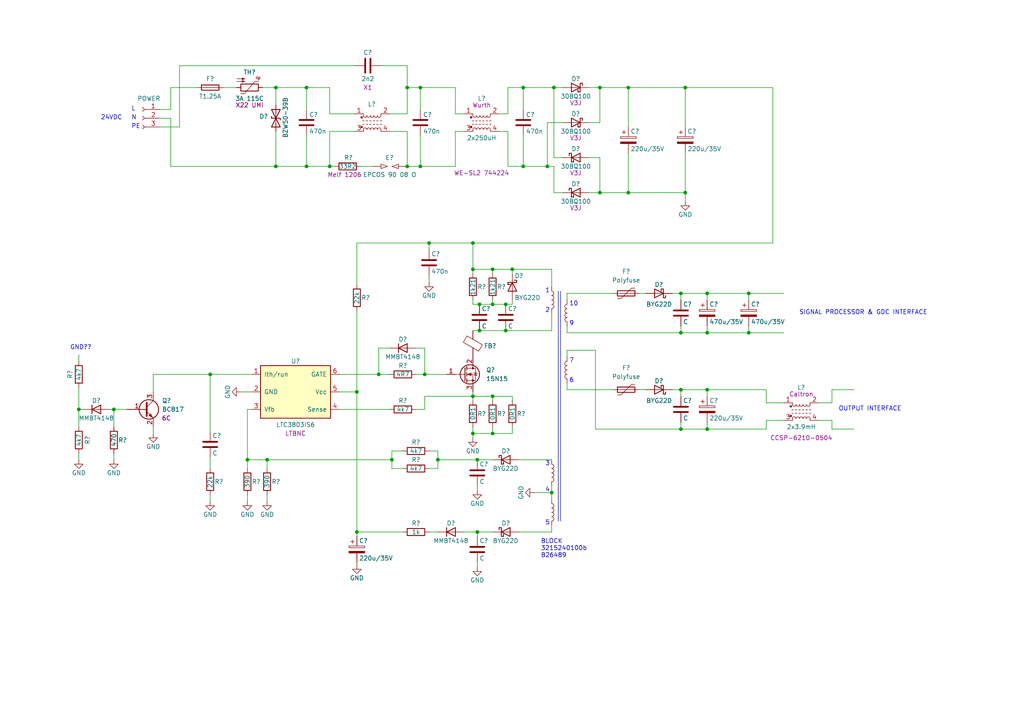
<source format=kicad_sch>
(kicad_sch (version 20211123) (generator eeschema)

  (uuid 5d4ffcc9-fffb-4c6d-815e-60d9904d2dab)

  (paper "A4")

  (title_block
    (title "IFC100 signal converter")
    (date "2026-02-17")
    (rev "ER2.0.3_")
    (company "Krohne")
    (comment 3 "Note: Not accurate yet!")
    (comment 4 "Power supply circuit part for 24VDC version.")
  )

  (lib_symbols
    (symbol "Connector:Conn_01x03_Female" (pin_names (offset 1.016) hide) (in_bom yes) (on_board yes)
      (property "Reference" "J" (id 0) (at 0 5.08 0)
        (effects (font (size 1.27 1.27)))
      )
      (property "Value" "Conn_01x03_Female" (id 1) (at 0 -5.08 0)
        (effects (font (size 1.27 1.27)))
      )
      (property "Footprint" "" (id 2) (at 0 0 0)
        (effects (font (size 1.27 1.27)) hide)
      )
      (property "Datasheet" "~" (id 3) (at 0 0 0)
        (effects (font (size 1.27 1.27)) hide)
      )
      (property "ki_keywords" "connector" (id 4) (at 0 0 0)
        (effects (font (size 1.27 1.27)) hide)
      )
      (property "ki_description" "Generic connector, single row, 01x03, script generated (kicad-library-utils/schlib/autogen/connector/)" (id 5) (at 0 0 0)
        (effects (font (size 1.27 1.27)) hide)
      )
      (property "ki_fp_filters" "Connector*:*_1x??_*" (id 6) (at 0 0 0)
        (effects (font (size 1.27 1.27)) hide)
      )
      (symbol "Conn_01x03_Female_1_1"
        (arc (start 0 -2.032) (mid -0.508 -2.54) (end 0 -3.048)
          (stroke (width 0.1524) (type default) (color 0 0 0 0))
          (fill (type none))
        )
        (polyline
          (pts
            (xy -1.27 -2.54)
            (xy -0.508 -2.54)
          )
          (stroke (width 0.1524) (type default) (color 0 0 0 0))
          (fill (type none))
        )
        (polyline
          (pts
            (xy -1.27 0)
            (xy -0.508 0)
          )
          (stroke (width 0.1524) (type default) (color 0 0 0 0))
          (fill (type none))
        )
        (polyline
          (pts
            (xy -1.27 2.54)
            (xy -0.508 2.54)
          )
          (stroke (width 0.1524) (type default) (color 0 0 0 0))
          (fill (type none))
        )
        (arc (start 0 0.508) (mid -0.508 0) (end 0 -0.508)
          (stroke (width 0.1524) (type default) (color 0 0 0 0))
          (fill (type none))
        )
        (arc (start 0 3.048) (mid -0.508 2.54) (end 0 2.032)
          (stroke (width 0.1524) (type default) (color 0 0 0 0))
          (fill (type none))
        )
        (pin passive line (at -5.08 2.54 0) (length 3.81)
          (name "Pin_1" (effects (font (size 1.27 1.27))))
          (number "1" (effects (font (size 1.27 1.27))))
        )
        (pin passive line (at -5.08 0 0) (length 3.81)
          (name "Pin_2" (effects (font (size 1.27 1.27))))
          (number "2" (effects (font (size 1.27 1.27))))
        )
        (pin passive line (at -5.08 -2.54 0) (length 3.81)
          (name "Pin_3" (effects (font (size 1.27 1.27))))
          (number "3" (effects (font (size 1.27 1.27))))
        )
      )
    )
    (symbol "Device:C" (pin_numbers hide) (pin_names (offset 0.254)) (in_bom yes) (on_board yes)
      (property "Reference" "C" (id 0) (at 0.635 2.54 0)
        (effects (font (size 1.27 1.27)) (justify left))
      )
      (property "Value" "C" (id 1) (at 0.635 -2.54 0)
        (effects (font (size 1.27 1.27)) (justify left))
      )
      (property "Footprint" "" (id 2) (at 0.9652 -3.81 0)
        (effects (font (size 1.27 1.27)) hide)
      )
      (property "Datasheet" "~" (id 3) (at 0 0 0)
        (effects (font (size 1.27 1.27)) hide)
      )
      (property "ki_keywords" "cap capacitor" (id 4) (at 0 0 0)
        (effects (font (size 1.27 1.27)) hide)
      )
      (property "ki_description" "Unpolarized capacitor" (id 5) (at 0 0 0)
        (effects (font (size 1.27 1.27)) hide)
      )
      (property "ki_fp_filters" "C_*" (id 6) (at 0 0 0)
        (effects (font (size 1.27 1.27)) hide)
      )
      (symbol "C_0_1"
        (polyline
          (pts
            (xy -2.032 -0.762)
            (xy 2.032 -0.762)
          )
          (stroke (width 0.508) (type default) (color 0 0 0 0))
          (fill (type none))
        )
        (polyline
          (pts
            (xy -2.032 0.762)
            (xy 2.032 0.762)
          )
          (stroke (width 0.508) (type default) (color 0 0 0 0))
          (fill (type none))
        )
      )
      (symbol "C_1_1"
        (pin passive line (at 0 3.81 270) (length 2.794)
          (name "~" (effects (font (size 1.27 1.27))))
          (number "1" (effects (font (size 1.27 1.27))))
        )
        (pin passive line (at 0 -3.81 90) (length 2.794)
          (name "~" (effects (font (size 1.27 1.27))))
          (number "2" (effects (font (size 1.27 1.27))))
        )
      )
    )
    (symbol "Device:C_Polarized" (pin_numbers hide) (pin_names (offset 0.254)) (in_bom yes) (on_board yes)
      (property "Reference" "C" (id 0) (at 0.635 2.54 0)
        (effects (font (size 1.27 1.27)) (justify left))
      )
      (property "Value" "C_Polarized" (id 1) (at 0.635 -2.54 0)
        (effects (font (size 1.27 1.27)) (justify left))
      )
      (property "Footprint" "" (id 2) (at 0.9652 -3.81 0)
        (effects (font (size 1.27 1.27)) hide)
      )
      (property "Datasheet" "~" (id 3) (at 0 0 0)
        (effects (font (size 1.27 1.27)) hide)
      )
      (property "ki_keywords" "cap capacitor" (id 4) (at 0 0 0)
        (effects (font (size 1.27 1.27)) hide)
      )
      (property "ki_description" "Polarized capacitor" (id 5) (at 0 0 0)
        (effects (font (size 1.27 1.27)) hide)
      )
      (property "ki_fp_filters" "CP_*" (id 6) (at 0 0 0)
        (effects (font (size 1.27 1.27)) hide)
      )
      (symbol "C_Polarized_0_1"
        (rectangle (start -2.286 0.508) (end 2.286 1.016)
          (stroke (width 0) (type default) (color 0 0 0 0))
          (fill (type none))
        )
        (polyline
          (pts
            (xy -1.778 2.286)
            (xy -0.762 2.286)
          )
          (stroke (width 0) (type default) (color 0 0 0 0))
          (fill (type none))
        )
        (polyline
          (pts
            (xy -1.27 2.794)
            (xy -1.27 1.778)
          )
          (stroke (width 0) (type default) (color 0 0 0 0))
          (fill (type none))
        )
        (rectangle (start 2.286 -0.508) (end -2.286 -1.016)
          (stroke (width 0) (type default) (color 0 0 0 0))
          (fill (type outline))
        )
      )
      (symbol "C_Polarized_1_1"
        (pin passive line (at 0 3.81 270) (length 2.794)
          (name "~" (effects (font (size 1.27 1.27))))
          (number "1" (effects (font (size 1.27 1.27))))
        )
        (pin passive line (at 0 -3.81 90) (length 2.794)
          (name "~" (effects (font (size 1.27 1.27))))
          (number "2" (effects (font (size 1.27 1.27))))
        )
      )
    )
    (symbol "Device:D" (pin_numbers hide) (pin_names (offset 1.016) hide) (in_bom yes) (on_board yes)
      (property "Reference" "D" (id 0) (at 0 2.54 0)
        (effects (font (size 1.27 1.27)))
      )
      (property "Value" "D" (id 1) (at 0 -2.54 0)
        (effects (font (size 1.27 1.27)))
      )
      (property "Footprint" "" (id 2) (at 0 0 0)
        (effects (font (size 1.27 1.27)) hide)
      )
      (property "Datasheet" "~" (id 3) (at 0 0 0)
        (effects (font (size 1.27 1.27)) hide)
      )
      (property "ki_keywords" "diode" (id 4) (at 0 0 0)
        (effects (font (size 1.27 1.27)) hide)
      )
      (property "ki_description" "Diode" (id 5) (at 0 0 0)
        (effects (font (size 1.27 1.27)) hide)
      )
      (property "ki_fp_filters" "TO-???* *_Diode_* *SingleDiode* D_*" (id 6) (at 0 0 0)
        (effects (font (size 1.27 1.27)) hide)
      )
      (symbol "D_0_1"
        (polyline
          (pts
            (xy -1.27 1.27)
            (xy -1.27 -1.27)
          )
          (stroke (width 0.254) (type default) (color 0 0 0 0))
          (fill (type none))
        )
        (polyline
          (pts
            (xy 1.27 0)
            (xy -1.27 0)
          )
          (stroke (width 0) (type default) (color 0 0 0 0))
          (fill (type none))
        )
        (polyline
          (pts
            (xy 1.27 1.27)
            (xy 1.27 -1.27)
            (xy -1.27 0)
            (xy 1.27 1.27)
          )
          (stroke (width 0.254) (type default) (color 0 0 0 0))
          (fill (type none))
        )
      )
      (symbol "D_1_1"
        (pin passive line (at -3.81 0 0) (length 2.54)
          (name "K" (effects (font (size 1.27 1.27))))
          (number "1" (effects (font (size 1.27 1.27))))
        )
        (pin passive line (at 3.81 0 180) (length 2.54)
          (name "A" (effects (font (size 1.27 1.27))))
          (number "2" (effects (font (size 1.27 1.27))))
        )
      )
    )
    (symbol "Device:D_Schottky" (pin_numbers hide) (pin_names (offset 1.016) hide) (in_bom yes) (on_board yes)
      (property "Reference" "D" (id 0) (at 0 2.54 0)
        (effects (font (size 1.27 1.27)))
      )
      (property "Value" "D_Schottky" (id 1) (at 0 -2.54 0)
        (effects (font (size 1.27 1.27)))
      )
      (property "Footprint" "" (id 2) (at 0 0 0)
        (effects (font (size 1.27 1.27)) hide)
      )
      (property "Datasheet" "~" (id 3) (at 0 0 0)
        (effects (font (size 1.27 1.27)) hide)
      )
      (property "ki_keywords" "diode Schottky" (id 4) (at 0 0 0)
        (effects (font (size 1.27 1.27)) hide)
      )
      (property "ki_description" "Schottky diode" (id 5) (at 0 0 0)
        (effects (font (size 1.27 1.27)) hide)
      )
      (property "ki_fp_filters" "TO-???* *_Diode_* *SingleDiode* D_*" (id 6) (at 0 0 0)
        (effects (font (size 1.27 1.27)) hide)
      )
      (symbol "D_Schottky_0_1"
        (polyline
          (pts
            (xy 1.27 0)
            (xy -1.27 0)
          )
          (stroke (width 0) (type default) (color 0 0 0 0))
          (fill (type none))
        )
        (polyline
          (pts
            (xy 1.27 1.27)
            (xy 1.27 -1.27)
            (xy -1.27 0)
            (xy 1.27 1.27)
          )
          (stroke (width 0.254) (type default) (color 0 0 0 0))
          (fill (type none))
        )
        (polyline
          (pts
            (xy -1.905 0.635)
            (xy -1.905 1.27)
            (xy -1.27 1.27)
            (xy -1.27 -1.27)
            (xy -0.635 -1.27)
            (xy -0.635 -0.635)
          )
          (stroke (width 0.254) (type default) (color 0 0 0 0))
          (fill (type none))
        )
      )
      (symbol "D_Schottky_1_1"
        (pin passive line (at -3.81 0 0) (length 2.54)
          (name "K" (effects (font (size 1.27 1.27))))
          (number "1" (effects (font (size 1.27 1.27))))
        )
        (pin passive line (at 3.81 0 180) (length 2.54)
          (name "A" (effects (font (size 1.27 1.27))))
          (number "2" (effects (font (size 1.27 1.27))))
        )
      )
    )
    (symbol "Device:D_TVS" (pin_numbers hide) (pin_names (offset 1.016) hide) (in_bom yes) (on_board yes)
      (property "Reference" "D" (id 0) (at 0 2.54 0)
        (effects (font (size 1.27 1.27)))
      )
      (property "Value" "D_TVS" (id 1) (at 0 -2.54 0)
        (effects (font (size 1.27 1.27)))
      )
      (property "Footprint" "" (id 2) (at 0 0 0)
        (effects (font (size 1.27 1.27)) hide)
      )
      (property "Datasheet" "~" (id 3) (at 0 0 0)
        (effects (font (size 1.27 1.27)) hide)
      )
      (property "ki_keywords" "diode TVS thyrector" (id 4) (at 0 0 0)
        (effects (font (size 1.27 1.27)) hide)
      )
      (property "ki_description" "Bidirectional transient-voltage-suppression diode" (id 5) (at 0 0 0)
        (effects (font (size 1.27 1.27)) hide)
      )
      (property "ki_fp_filters" "TO-???* *_Diode_* *SingleDiode* D_*" (id 6) (at 0 0 0)
        (effects (font (size 1.27 1.27)) hide)
      )
      (symbol "D_TVS_0_1"
        (polyline
          (pts
            (xy 1.27 0)
            (xy -1.27 0)
          )
          (stroke (width 0) (type default) (color 0 0 0 0))
          (fill (type none))
        )
        (polyline
          (pts
            (xy 0.508 1.27)
            (xy 0 1.27)
            (xy 0 -1.27)
            (xy -0.508 -1.27)
          )
          (stroke (width 0.254) (type default) (color 0 0 0 0))
          (fill (type none))
        )
        (polyline
          (pts
            (xy -2.54 1.27)
            (xy -2.54 -1.27)
            (xy 2.54 1.27)
            (xy 2.54 -1.27)
            (xy -2.54 1.27)
          )
          (stroke (width 0.254) (type default) (color 0 0 0 0))
          (fill (type none))
        )
      )
      (symbol "D_TVS_1_1"
        (pin passive line (at -3.81 0 0) (length 2.54)
          (name "A1" (effects (font (size 1.27 1.27))))
          (number "1" (effects (font (size 1.27 1.27))))
        )
        (pin passive line (at 3.81 0 180) (length 2.54)
          (name "A2" (effects (font (size 1.27 1.27))))
          (number "2" (effects (font (size 1.27 1.27))))
        )
      )
    )
    (symbol "Device:FerriteBead" (pin_numbers hide) (pin_names (offset 0)) (in_bom yes) (on_board yes)
      (property "Reference" "FB" (id 0) (at -3.81 0.635 90)
        (effects (font (size 1.27 1.27)))
      )
      (property "Value" "FerriteBead" (id 1) (at 3.81 0 90)
        (effects (font (size 1.27 1.27)))
      )
      (property "Footprint" "" (id 2) (at -1.778 0 90)
        (effects (font (size 1.27 1.27)) hide)
      )
      (property "Datasheet" "~" (id 3) (at 0 0 0)
        (effects (font (size 1.27 1.27)) hide)
      )
      (property "ki_keywords" "L ferrite bead inductor filter" (id 4) (at 0 0 0)
        (effects (font (size 1.27 1.27)) hide)
      )
      (property "ki_description" "Ferrite bead" (id 5) (at 0 0 0)
        (effects (font (size 1.27 1.27)) hide)
      )
      (property "ki_fp_filters" "Inductor_* L_* *Ferrite*" (id 6) (at 0 0 0)
        (effects (font (size 1.27 1.27)) hide)
      )
      (symbol "FerriteBead_0_1"
        (polyline
          (pts
            (xy 0 -1.27)
            (xy 0 -1.2192)
          )
          (stroke (width 0) (type default) (color 0 0 0 0))
          (fill (type none))
        )
        (polyline
          (pts
            (xy 0 1.27)
            (xy 0 1.2954)
          )
          (stroke (width 0) (type default) (color 0 0 0 0))
          (fill (type none))
        )
        (polyline
          (pts
            (xy -2.7686 0.4064)
            (xy -1.7018 2.2606)
            (xy 2.7686 -0.3048)
            (xy 1.6764 -2.159)
            (xy -2.7686 0.4064)
          )
          (stroke (width 0) (type default) (color 0 0 0 0))
          (fill (type none))
        )
      )
      (symbol "FerriteBead_1_1"
        (pin passive line (at 0 3.81 270) (length 2.54)
          (name "~" (effects (font (size 1.27 1.27))))
          (number "1" (effects (font (size 1.27 1.27))))
        )
        (pin passive line (at 0 -3.81 90) (length 2.54)
          (name "~" (effects (font (size 1.27 1.27))))
          (number "2" (effects (font (size 1.27 1.27))))
        )
      )
    )
    (symbol "Device:Fuse" (pin_numbers hide) (pin_names (offset 0)) (in_bom yes) (on_board yes)
      (property "Reference" "F" (id 0) (at 2.032 0 90)
        (effects (font (size 1.27 1.27)))
      )
      (property "Value" "Fuse" (id 1) (at -1.905 0 90)
        (effects (font (size 1.27 1.27)))
      )
      (property "Footprint" "" (id 2) (at -1.778 0 90)
        (effects (font (size 1.27 1.27)) hide)
      )
      (property "Datasheet" "~" (id 3) (at 0 0 0)
        (effects (font (size 1.27 1.27)) hide)
      )
      (property "ki_keywords" "fuse" (id 4) (at 0 0 0)
        (effects (font (size 1.27 1.27)) hide)
      )
      (property "ki_description" "Fuse" (id 5) (at 0 0 0)
        (effects (font (size 1.27 1.27)) hide)
      )
      (property "ki_fp_filters" "*Fuse*" (id 6) (at 0 0 0)
        (effects (font (size 1.27 1.27)) hide)
      )
      (symbol "Fuse_0_1"
        (rectangle (start -0.762 -2.54) (end 0.762 2.54)
          (stroke (width 0.254) (type default) (color 0 0 0 0))
          (fill (type none))
        )
        (polyline
          (pts
            (xy 0 2.54)
            (xy 0 -2.54)
          )
          (stroke (width 0) (type default) (color 0 0 0 0))
          (fill (type none))
        )
      )
      (symbol "Fuse_1_1"
        (pin passive line (at 0 3.81 270) (length 1.27)
          (name "~" (effects (font (size 1.27 1.27))))
          (number "1" (effects (font (size 1.27 1.27))))
        )
        (pin passive line (at 0 -3.81 90) (length 1.27)
          (name "~" (effects (font (size 1.27 1.27))))
          (number "2" (effects (font (size 1.27 1.27))))
        )
      )
    )
    (symbol "Device:L" (pin_numbers hide) (pin_names (offset 1.016) hide) (in_bom yes) (on_board yes)
      (property "Reference" "L" (id 0) (at -1.27 0 90)
        (effects (font (size 1.27 1.27)))
      )
      (property "Value" "L" (id 1) (at 1.905 0 90)
        (effects (font (size 1.27 1.27)))
      )
      (property "Footprint" "" (id 2) (at 0 0 0)
        (effects (font (size 1.27 1.27)) hide)
      )
      (property "Datasheet" "~" (id 3) (at 0 0 0)
        (effects (font (size 1.27 1.27)) hide)
      )
      (property "ki_keywords" "inductor choke coil reactor magnetic" (id 4) (at 0 0 0)
        (effects (font (size 1.27 1.27)) hide)
      )
      (property "ki_description" "Inductor" (id 5) (at 0 0 0)
        (effects (font (size 1.27 1.27)) hide)
      )
      (property "ki_fp_filters" "Choke_* *Coil* Inductor_* L_*" (id 6) (at 0 0 0)
        (effects (font (size 1.27 1.27)) hide)
      )
      (symbol "L_0_1"
        (arc (start 0 -2.54) (mid 0.635 -1.905) (end 0 -1.27)
          (stroke (width 0) (type default) (color 0 0 0 0))
          (fill (type none))
        )
        (arc (start 0 -1.27) (mid 0.635 -0.635) (end 0 0)
          (stroke (width 0) (type default) (color 0 0 0 0))
          (fill (type none))
        )
        (arc (start 0 0) (mid 0.635 0.635) (end 0 1.27)
          (stroke (width 0) (type default) (color 0 0 0 0))
          (fill (type none))
        )
        (arc (start 0 1.27) (mid 0.635 1.905) (end 0 2.54)
          (stroke (width 0) (type default) (color 0 0 0 0))
          (fill (type none))
        )
      )
      (symbol "L_1_1"
        (pin passive line (at 0 3.81 270) (length 1.27)
          (name "1" (effects (font (size 1.27 1.27))))
          (number "1" (effects (font (size 1.27 1.27))))
        )
        (pin passive line (at 0 -3.81 90) (length 1.27)
          (name "2" (effects (font (size 1.27 1.27))))
          (number "2" (effects (font (size 1.27 1.27))))
        )
      )
    )
    (symbol "Device:L_Ferrite_Coupled" (pin_names (offset 0.254) hide) (in_bom yes) (on_board yes)
      (property "Reference" "L" (id 0) (at 0 4.445 0)
        (effects (font (size 1.27 1.27)))
      )
      (property "Value" "L_Ferrite_Coupled" (id 1) (at 0 -4.445 0)
        (effects (font (size 1.27 1.27)))
      )
      (property "Footprint" "" (id 2) (at 0 0 0)
        (effects (font (size 1.27 1.27)) hide)
      )
      (property "Datasheet" "~" (id 3) (at 0 0 0)
        (effects (font (size 1.27 1.27)) hide)
      )
      (property "ki_keywords" "inductor choke coil reactor magnetic coupled" (id 4) (at 0 0 0)
        (effects (font (size 1.27 1.27)) hide)
      )
      (property "ki_description" "Coupled inductor with ferrite core" (id 5) (at 0 0 0)
        (effects (font (size 1.27 1.27)) hide)
      )
      (property "ki_fp_filters" "Choke_* *Coil* Inductor_* L_*" (id 6) (at 0 0 0)
        (effects (font (size 1.27 1.27)) hide)
      )
      (symbol "L_Ferrite_Coupled_0_1"
        (circle (center -3.048 -1.27) (radius 0.254)
          (stroke (width 0) (type default) (color 0 0 0 0))
          (fill (type outline))
        )
        (circle (center -3.048 1.524) (radius 0.254)
          (stroke (width 0) (type default) (color 0 0 0 0))
          (fill (type outline))
        )
        (arc (start -2.54 2.032) (mid -2.032 1.524) (end -1.524 2.032)
          (stroke (width 0) (type default) (color 0 0 0 0))
          (fill (type none))
        )
        (arc (start -1.524 -2.032) (mid -2.032 -1.524) (end -2.54 -2.032)
          (stroke (width 0) (type default) (color 0 0 0 0))
          (fill (type none))
        )
        (arc (start -1.524 2.032) (mid -1.016 1.524) (end -0.508 2.032)
          (stroke (width 0) (type default) (color 0 0 0 0))
          (fill (type none))
        )
        (arc (start -0.508 -2.032) (mid -1.016 -1.524) (end -1.524 -2.032)
          (stroke (width 0) (type default) (color 0 0 0 0))
          (fill (type none))
        )
        (arc (start -0.508 2.032) (mid 0 1.524) (end 0.508 2.032)
          (stroke (width 0) (type default) (color 0 0 0 0))
          (fill (type none))
        )
        (polyline
          (pts
            (xy -2.794 -0.508)
            (xy -2.286 -0.508)
          )
          (stroke (width 0) (type default) (color 0 0 0 0))
          (fill (type none))
        )
        (polyline
          (pts
            (xy -2.794 0.508)
            (xy -2.286 0.508)
          )
          (stroke (width 0) (type default) (color 0 0 0 0))
          (fill (type none))
        )
        (polyline
          (pts
            (xy -2.54 -2.032)
            (xy -2.54 -2.54)
          )
          (stroke (width 0) (type default) (color 0 0 0 0))
          (fill (type none))
        )
        (polyline
          (pts
            (xy -2.54 2.032)
            (xy -2.54 2.54)
          )
          (stroke (width 0) (type default) (color 0 0 0 0))
          (fill (type none))
        )
        (polyline
          (pts
            (xy -1.778 -0.508)
            (xy -1.27 -0.508)
          )
          (stroke (width 0) (type default) (color 0 0 0 0))
          (fill (type none))
        )
        (polyline
          (pts
            (xy -1.778 0.508)
            (xy -1.27 0.508)
          )
          (stroke (width 0) (type default) (color 0 0 0 0))
          (fill (type none))
        )
        (polyline
          (pts
            (xy -0.762 -0.508)
            (xy -0.254 -0.508)
          )
          (stroke (width 0) (type default) (color 0 0 0 0))
          (fill (type none))
        )
        (polyline
          (pts
            (xy -0.762 0.508)
            (xy -0.254 0.508)
          )
          (stroke (width 0) (type default) (color 0 0 0 0))
          (fill (type none))
        )
        (polyline
          (pts
            (xy 0.254 -0.508)
            (xy 0.762 -0.508)
          )
          (stroke (width 0) (type default) (color 0 0 0 0))
          (fill (type none))
        )
        (polyline
          (pts
            (xy 0.254 0.508)
            (xy 0.762 0.508)
          )
          (stroke (width 0) (type default) (color 0 0 0 0))
          (fill (type none))
        )
        (polyline
          (pts
            (xy 1.27 -0.508)
            (xy 1.778 -0.508)
          )
          (stroke (width 0) (type default) (color 0 0 0 0))
          (fill (type none))
        )
        (polyline
          (pts
            (xy 1.27 0.508)
            (xy 1.778 0.508)
          )
          (stroke (width 0) (type default) (color 0 0 0 0))
          (fill (type none))
        )
        (polyline
          (pts
            (xy 2.286 -0.508)
            (xy 2.794 -0.508)
          )
          (stroke (width 0) (type default) (color 0 0 0 0))
          (fill (type none))
        )
        (polyline
          (pts
            (xy 2.286 0.508)
            (xy 2.794 0.508)
          )
          (stroke (width 0) (type default) (color 0 0 0 0))
          (fill (type none))
        )
        (polyline
          (pts
            (xy 2.54 -2.032)
            (xy 2.54 -2.54)
          )
          (stroke (width 0) (type default) (color 0 0 0 0))
          (fill (type none))
        )
        (polyline
          (pts
            (xy 2.54 2.54)
            (xy 2.54 2.032)
          )
          (stroke (width 0) (type default) (color 0 0 0 0))
          (fill (type none))
        )
        (arc (start 0.508 -2.032) (mid 0 -1.524) (end -0.508 -2.032)
          (stroke (width 0) (type default) (color 0 0 0 0))
          (fill (type none))
        )
        (arc (start 0.508 2.032) (mid 1.016 1.524) (end 1.524 2.032)
          (stroke (width 0) (type default) (color 0 0 0 0))
          (fill (type none))
        )
        (arc (start 1.524 -2.032) (mid 1.016 -1.524) (end 0.508 -2.032)
          (stroke (width 0) (type default) (color 0 0 0 0))
          (fill (type none))
        )
        (arc (start 1.524 2.032) (mid 2.032 1.524) (end 2.54 2.032)
          (stroke (width 0) (type default) (color 0 0 0 0))
          (fill (type none))
        )
        (arc (start 2.54 -2.032) (mid 2.032 -1.524) (end 1.524 -2.032)
          (stroke (width 0) (type default) (color 0 0 0 0))
          (fill (type none))
        )
      )
      (symbol "L_Ferrite_Coupled_1_1"
        (pin passive line (at -5.08 2.54 0) (length 2.54)
          (name "1" (effects (font (size 1.27 1.27))))
          (number "1" (effects (font (size 1.27 1.27))))
        )
        (pin passive line (at 5.08 2.54 180) (length 2.54)
          (name "2" (effects (font (size 1.27 1.27))))
          (number "2" (effects (font (size 1.27 1.27))))
        )
        (pin passive line (at -5.08 -2.54 0) (length 2.54)
          (name "3" (effects (font (size 1.27 1.27))))
          (number "3" (effects (font (size 1.27 1.27))))
        )
        (pin passive line (at 5.08 -2.54 180) (length 2.54)
          (name "4" (effects (font (size 1.27 1.27))))
          (number "4" (effects (font (size 1.27 1.27))))
        )
      )
    )
    (symbol "Device:Polyfuse" (pin_numbers hide) (pin_names (offset 0)) (in_bom yes) (on_board yes)
      (property "Reference" "F" (id 0) (at -2.54 0 90)
        (effects (font (size 1.27 1.27)))
      )
      (property "Value" "Polyfuse" (id 1) (at 2.54 0 90)
        (effects (font (size 1.27 1.27)))
      )
      (property "Footprint" "" (id 2) (at 1.27 -5.08 0)
        (effects (font (size 1.27 1.27)) (justify left) hide)
      )
      (property "Datasheet" "~" (id 3) (at 0 0 0)
        (effects (font (size 1.27 1.27)) hide)
      )
      (property "ki_keywords" "resettable fuse PTC PPTC polyfuse polyswitch" (id 4) (at 0 0 0)
        (effects (font (size 1.27 1.27)) hide)
      )
      (property "ki_description" "Resettable fuse, polymeric positive temperature coefficient" (id 5) (at 0 0 0)
        (effects (font (size 1.27 1.27)) hide)
      )
      (property "ki_fp_filters" "*polyfuse* *PTC*" (id 6) (at 0 0 0)
        (effects (font (size 1.27 1.27)) hide)
      )
      (symbol "Polyfuse_0_1"
        (rectangle (start -0.762 2.54) (end 0.762 -2.54)
          (stroke (width 0.254) (type default) (color 0 0 0 0))
          (fill (type none))
        )
        (polyline
          (pts
            (xy 0 2.54)
            (xy 0 -2.54)
          )
          (stroke (width 0) (type default) (color 0 0 0 0))
          (fill (type none))
        )
        (polyline
          (pts
            (xy -1.524 2.54)
            (xy -1.524 1.524)
            (xy 1.524 -1.524)
            (xy 1.524 -2.54)
          )
          (stroke (width 0) (type default) (color 0 0 0 0))
          (fill (type none))
        )
      )
      (symbol "Polyfuse_1_1"
        (pin passive line (at 0 3.81 270) (length 1.27)
          (name "~" (effects (font (size 1.27 1.27))))
          (number "1" (effects (font (size 1.27 1.27))))
        )
        (pin passive line (at 0 -3.81 90) (length 1.27)
          (name "~" (effects (font (size 1.27 1.27))))
          (number "2" (effects (font (size 1.27 1.27))))
        )
      )
    )
    (symbol "Device:Q_NMOS_GDS" (pin_names (offset 0) hide) (in_bom yes) (on_board yes)
      (property "Reference" "Q" (id 0) (at 5.08 1.27 0)
        (effects (font (size 1.27 1.27)) (justify left))
      )
      (property "Value" "Q_NMOS_GDS" (id 1) (at 5.08 -1.27 0)
        (effects (font (size 1.27 1.27)) (justify left))
      )
      (property "Footprint" "" (id 2) (at 5.08 2.54 0)
        (effects (font (size 1.27 1.27)) hide)
      )
      (property "Datasheet" "~" (id 3) (at 0 0 0)
        (effects (font (size 1.27 1.27)) hide)
      )
      (property "ki_keywords" "transistor NMOS N-MOS N-MOSFET" (id 4) (at 0 0 0)
        (effects (font (size 1.27 1.27)) hide)
      )
      (property "ki_description" "N-MOSFET transistor, gate/drain/source" (id 5) (at 0 0 0)
        (effects (font (size 1.27 1.27)) hide)
      )
      (symbol "Q_NMOS_GDS_0_1"
        (polyline
          (pts
            (xy 0.254 0)
            (xy -2.54 0)
          )
          (stroke (width 0) (type default) (color 0 0 0 0))
          (fill (type none))
        )
        (polyline
          (pts
            (xy 0.254 1.905)
            (xy 0.254 -1.905)
          )
          (stroke (width 0.254) (type default) (color 0 0 0 0))
          (fill (type none))
        )
        (polyline
          (pts
            (xy 0.762 -1.27)
            (xy 0.762 -2.286)
          )
          (stroke (width 0.254) (type default) (color 0 0 0 0))
          (fill (type none))
        )
        (polyline
          (pts
            (xy 0.762 0.508)
            (xy 0.762 -0.508)
          )
          (stroke (width 0.254) (type default) (color 0 0 0 0))
          (fill (type none))
        )
        (polyline
          (pts
            (xy 0.762 2.286)
            (xy 0.762 1.27)
          )
          (stroke (width 0.254) (type default) (color 0 0 0 0))
          (fill (type none))
        )
        (polyline
          (pts
            (xy 2.54 2.54)
            (xy 2.54 1.778)
          )
          (stroke (width 0) (type default) (color 0 0 0 0))
          (fill (type none))
        )
        (polyline
          (pts
            (xy 2.54 -2.54)
            (xy 2.54 0)
            (xy 0.762 0)
          )
          (stroke (width 0) (type default) (color 0 0 0 0))
          (fill (type none))
        )
        (polyline
          (pts
            (xy 0.762 -1.778)
            (xy 3.302 -1.778)
            (xy 3.302 1.778)
            (xy 0.762 1.778)
          )
          (stroke (width 0) (type default) (color 0 0 0 0))
          (fill (type none))
        )
        (polyline
          (pts
            (xy 1.016 0)
            (xy 2.032 0.381)
            (xy 2.032 -0.381)
            (xy 1.016 0)
          )
          (stroke (width 0) (type default) (color 0 0 0 0))
          (fill (type outline))
        )
        (polyline
          (pts
            (xy 2.794 0.508)
            (xy 2.921 0.381)
            (xy 3.683 0.381)
            (xy 3.81 0.254)
          )
          (stroke (width 0) (type default) (color 0 0 0 0))
          (fill (type none))
        )
        (polyline
          (pts
            (xy 3.302 0.381)
            (xy 2.921 -0.254)
            (xy 3.683 -0.254)
            (xy 3.302 0.381)
          )
          (stroke (width 0) (type default) (color 0 0 0 0))
          (fill (type none))
        )
        (circle (center 1.651 0) (radius 2.794)
          (stroke (width 0.254) (type default) (color 0 0 0 0))
          (fill (type none))
        )
        (circle (center 2.54 -1.778) (radius 0.254)
          (stroke (width 0) (type default) (color 0 0 0 0))
          (fill (type outline))
        )
        (circle (center 2.54 1.778) (radius 0.254)
          (stroke (width 0) (type default) (color 0 0 0 0))
          (fill (type outline))
        )
      )
      (symbol "Q_NMOS_GDS_1_1"
        (pin input line (at -5.08 0 0) (length 2.54)
          (name "G" (effects (font (size 1.27 1.27))))
          (number "1" (effects (font (size 1.27 1.27))))
        )
        (pin passive line (at 2.54 5.08 270) (length 2.54)
          (name "D" (effects (font (size 1.27 1.27))))
          (number "2" (effects (font (size 1.27 1.27))))
        )
        (pin passive line (at 2.54 -5.08 90) (length 2.54)
          (name "S" (effects (font (size 1.27 1.27))))
          (number "3" (effects (font (size 1.27 1.27))))
        )
      )
    )
    (symbol "Device:R" (pin_numbers hide) (pin_names (offset 0)) (in_bom yes) (on_board yes)
      (property "Reference" "R" (id 0) (at 2.032 0 90)
        (effects (font (size 1.27 1.27)))
      )
      (property "Value" "R" (id 1) (at 0 0 90)
        (effects (font (size 1.27 1.27)))
      )
      (property "Footprint" "" (id 2) (at -1.778 0 90)
        (effects (font (size 1.27 1.27)) hide)
      )
      (property "Datasheet" "~" (id 3) (at 0 0 0)
        (effects (font (size 1.27 1.27)) hide)
      )
      (property "ki_keywords" "R res resistor" (id 4) (at 0 0 0)
        (effects (font (size 1.27 1.27)) hide)
      )
      (property "ki_description" "Resistor" (id 5) (at 0 0 0)
        (effects (font (size 1.27 1.27)) hide)
      )
      (property "ki_fp_filters" "R_*" (id 6) (at 0 0 0)
        (effects (font (size 1.27 1.27)) hide)
      )
      (symbol "R_0_1"
        (rectangle (start -1.016 -2.54) (end 1.016 2.54)
          (stroke (width 0.254) (type default) (color 0 0 0 0))
          (fill (type none))
        )
      )
      (symbol "R_1_1"
        (pin passive line (at 0 3.81 270) (length 1.27)
          (name "~" (effects (font (size 1.27 1.27))))
          (number "1" (effects (font (size 1.27 1.27))))
        )
        (pin passive line (at 0 -3.81 90) (length 1.27)
          (name "~" (effects (font (size 1.27 1.27))))
          (number "2" (effects (font (size 1.27 1.27))))
        )
      )
    )
    (symbol "Device:SparkGap" (pin_numbers hide) (pin_names (offset 0)) (in_bom yes) (on_board yes)
      (property "Reference" "E" (id 0) (at 0 2.032 0)
        (effects (font (size 1.27 1.27)))
      )
      (property "Value" "SparkGap" (id 1) (at 0 -1.905 0)
        (effects (font (size 1.27 1.27)))
      )
      (property "Footprint" "" (id 2) (at 0 -1.778 0)
        (effects (font (size 1.27 1.27)) hide)
      )
      (property "Datasheet" "~" (id 3) (at 0 0 90)
        (effects (font (size 1.27 1.27)) hide)
      )
      (property "ki_keywords" "spark gap ESD electrostatic suppression" (id 4) (at 0 0 0)
        (effects (font (size 1.27 1.27)) hide)
      )
      (property "ki_description" "Spark gap" (id 5) (at 0 0 0)
        (effects (font (size 1.27 1.27)) hide)
      )
      (property "ki_fp_filters" "SG*" (id 6) (at 0 0 0)
        (effects (font (size 1.27 1.27)) hide)
      )
      (symbol "SparkGap_0_1"
        (polyline
          (pts
            (xy -2.54 0.635)
            (xy -2.54 -0.635)
            (xy -0.635 0)
            (xy -2.54 0.635)
          )
          (stroke (width 0) (type default) (color 0 0 0 0))
          (fill (type none))
        )
        (polyline
          (pts
            (xy 2.54 0.635)
            (xy 2.54 -0.635)
            (xy 0.635 0)
            (xy 2.54 0.635)
          )
          (stroke (width 0) (type default) (color 0 0 0 0))
          (fill (type none))
        )
      )
      (symbol "SparkGap_1_1"
        (pin passive line (at -5.08 0 0) (length 2.54)
          (name "~" (effects (font (size 1.27 1.27))))
          (number "1" (effects (font (size 1.27 1.27))))
        )
        (pin passive line (at 5.08 0 180) (length 2.54)
          (name "~" (effects (font (size 1.27 1.27))))
          (number "2" (effects (font (size 1.27 1.27))))
        )
      )
    )
    (symbol "Device:Thermistor_PTC" (pin_numbers hide) (pin_names (offset 0)) (in_bom yes) (on_board yes)
      (property "Reference" "TH" (id 0) (at -4.064 0 90)
        (effects (font (size 1.27 1.27)))
      )
      (property "Value" "Thermistor_PTC" (id 1) (at 3.048 0 90)
        (effects (font (size 1.27 1.27)))
      )
      (property "Footprint" "" (id 2) (at 1.27 -5.08 0)
        (effects (font (size 1.27 1.27)) (justify left) hide)
      )
      (property "Datasheet" "~" (id 3) (at 0 0 0)
        (effects (font (size 1.27 1.27)) hide)
      )
      (property "ki_keywords" "resistor PTC thermistor sensor RTD" (id 4) (at 0 0 0)
        (effects (font (size 1.27 1.27)) hide)
      )
      (property "ki_description" "Temperature dependent resistor, positive temperature coefficient" (id 5) (at 0 0 0)
        (effects (font (size 1.27 1.27)) hide)
      )
      (property "ki_fp_filters" "*PTC* *Thermistor* PIN?ARRAY* bornier* *Terminal?Block* R_*" (id 6) (at 0 0 0)
        (effects (font (size 1.27 1.27)) hide)
      )
      (symbol "Thermistor_PTC_0_1"
        (arc (start -3.048 2.159) (mid -3.0495 2.3143) (end -3.175 2.413)
          (stroke (width 0) (type default) (color 0 0 0 0))
          (fill (type none))
        )
        (arc (start -3.048 2.159) (mid -2.9736 1.9794) (end -2.794 1.905)
          (stroke (width 0) (type default) (color 0 0 0 0))
          (fill (type none))
        )
        (arc (start -3.048 2.794) (mid -2.9736 2.6144) (end -2.794 2.54)
          (stroke (width 0) (type default) (color 0 0 0 0))
          (fill (type none))
        )
        (arc (start -2.794 1.905) (mid -2.6144 1.9794) (end -2.54 2.159)
          (stroke (width 0) (type default) (color 0 0 0 0))
          (fill (type none))
        )
        (arc (start -2.794 2.54) (mid -2.4393 2.5587) (end -2.159 2.794)
          (stroke (width 0) (type default) (color 0 0 0 0))
          (fill (type none))
        )
        (arc (start -2.794 3.048) (mid -2.9736 2.9736) (end -3.048 2.794)
          (stroke (width 0) (type default) (color 0 0 0 0))
          (fill (type none))
        )
        (arc (start -2.54 2.794) (mid -2.6144 2.9736) (end -2.794 3.048)
          (stroke (width 0) (type default) (color 0 0 0 0))
          (fill (type none))
        )
        (rectangle (start -1.016 2.54) (end 1.016 -2.54)
          (stroke (width 0.254) (type default) (color 0 0 0 0))
          (fill (type none))
        )
        (polyline
          (pts
            (xy -2.54 2.159)
            (xy -2.54 2.794)
          )
          (stroke (width 0) (type default) (color 0 0 0 0))
          (fill (type none))
        )
        (polyline
          (pts
            (xy -1.778 2.54)
            (xy -1.778 1.524)
            (xy 1.778 -1.524)
            (xy 1.778 -2.54)
          )
          (stroke (width 0) (type default) (color 0 0 0 0))
          (fill (type none))
        )
        (polyline
          (pts
            (xy -2.54 -3.683)
            (xy -2.54 -1.397)
            (xy -2.794 -2.159)
            (xy -2.286 -2.159)
            (xy -2.54 -1.397)
            (xy -2.54 -1.651)
          )
          (stroke (width 0) (type default) (color 0 0 0 0))
          (fill (type outline))
        )
        (polyline
          (pts
            (xy -1.778 -3.683)
            (xy -1.778 -1.397)
            (xy -2.032 -2.159)
            (xy -1.524 -2.159)
            (xy -1.778 -1.397)
            (xy -1.778 -1.651)
          )
          (stroke (width 0) (type default) (color 0 0 0 0))
          (fill (type outline))
        )
      )
      (symbol "Thermistor_PTC_1_1"
        (pin passive line (at 0 3.81 270) (length 1.27)
          (name "~" (effects (font (size 1.27 1.27))))
          (number "1" (effects (font (size 1.27 1.27))))
        )
        (pin passive line (at 0 -3.81 90) (length 1.27)
          (name "~" (effects (font (size 1.27 1.27))))
          (number "2" (effects (font (size 1.27 1.27))))
        )
      )
    )
    (symbol "Transistor_BJT:BC817" (pin_names (offset 0) hide) (in_bom yes) (on_board yes)
      (property "Reference" "Q" (id 0) (at 5.08 1.905 0)
        (effects (font (size 1.27 1.27)) (justify left))
      )
      (property "Value" "BC817" (id 1) (at 5.08 0 0)
        (effects (font (size 1.27 1.27)) (justify left))
      )
      (property "Footprint" "Package_TO_SOT_SMD:SOT-23" (id 2) (at 5.08 -1.905 0)
        (effects (font (size 1.27 1.27) italic) (justify left) hide)
      )
      (property "Datasheet" "https://www.onsemi.com/pub/Collateral/BC818-D.pdf" (id 3) (at 0 0 0)
        (effects (font (size 1.27 1.27)) (justify left) hide)
      )
      (property "ki_keywords" "NPN Transistor" (id 4) (at 0 0 0)
        (effects (font (size 1.27 1.27)) hide)
      )
      (property "ki_description" "0.8A Ic, 45V Vce, NPN Transistor, SOT-23" (id 5) (at 0 0 0)
        (effects (font (size 1.27 1.27)) hide)
      )
      (property "ki_fp_filters" "SOT?23*" (id 6) (at 0 0 0)
        (effects (font (size 1.27 1.27)) hide)
      )
      (symbol "BC817_0_1"
        (polyline
          (pts
            (xy 0.635 0.635)
            (xy 2.54 2.54)
          )
          (stroke (width 0) (type default) (color 0 0 0 0))
          (fill (type none))
        )
        (polyline
          (pts
            (xy 0.635 -0.635)
            (xy 2.54 -2.54)
            (xy 2.54 -2.54)
          )
          (stroke (width 0) (type default) (color 0 0 0 0))
          (fill (type none))
        )
        (polyline
          (pts
            (xy 0.635 1.905)
            (xy 0.635 -1.905)
            (xy 0.635 -1.905)
          )
          (stroke (width 0.508) (type default) (color 0 0 0 0))
          (fill (type none))
        )
        (polyline
          (pts
            (xy 1.27 -1.778)
            (xy 1.778 -1.27)
            (xy 2.286 -2.286)
            (xy 1.27 -1.778)
            (xy 1.27 -1.778)
          )
          (stroke (width 0) (type default) (color 0 0 0 0))
          (fill (type outline))
        )
        (circle (center 1.27 0) (radius 2.8194)
          (stroke (width 0.254) (type default) (color 0 0 0 0))
          (fill (type none))
        )
      )
      (symbol "BC817_1_1"
        (pin input line (at -5.08 0 0) (length 5.715)
          (name "B" (effects (font (size 1.27 1.27))))
          (number "1" (effects (font (size 1.27 1.27))))
        )
        (pin passive line (at 2.54 -5.08 90) (length 2.54)
          (name "E" (effects (font (size 1.27 1.27))))
          (number "2" (effects (font (size 1.27 1.27))))
        )
        (pin passive line (at 2.54 5.08 270) (length 2.54)
          (name "C" (effects (font (size 1.27 1.27))))
          (number "3" (effects (font (size 1.27 1.27))))
        )
      )
    )
    (symbol "power:GND" (power) (pin_names (offset 0)) (in_bom yes) (on_board yes)
      (property "Reference" "#PWR" (id 0) (at 0 -6.35 0)
        (effects (font (size 1.27 1.27)) hide)
      )
      (property "Value" "GND" (id 1) (at 0 -3.81 0)
        (effects (font (size 1.27 1.27)))
      )
      (property "Footprint" "" (id 2) (at 0 0 0)
        (effects (font (size 1.27 1.27)) hide)
      )
      (property "Datasheet" "" (id 3) (at 0 0 0)
        (effects (font (size 1.27 1.27)) hide)
      )
      (property "ki_keywords" "global power" (id 4) (at 0 0 0)
        (effects (font (size 1.27 1.27)) hide)
      )
      (property "ki_description" "Power symbol creates a global label with name \"GND\" , ground" (id 5) (at 0 0 0)
        (effects (font (size 1.27 1.27)) hide)
      )
      (symbol "GND_0_1"
        (polyline
          (pts
            (xy 0 0)
            (xy 0 -1.27)
            (xy 1.27 -1.27)
            (xy 0 -2.54)
            (xy -1.27 -1.27)
            (xy 0 -1.27)
          )
          (stroke (width 0) (type default) (color 0 0 0 0))
          (fill (type none))
        )
      )
      (symbol "GND_1_1"
        (pin power_in line (at 0 0 270) (length 0) hide
          (name "GND" (effects (font (size 1.27 1.27))))
          (number "1" (effects (font (size 1.27 1.27))))
        )
      )
    )
    (symbol "private:LTC3803" (pin_names (offset 1.016)) (in_bom yes) (on_board yes)
      (property "Reference" "U" (id 0) (at -10.16 11.43 0)
        (effects (font (size 1.27 1.27)) (justify left))
      )
      (property "Value" "LTC3803" (id 1) (at -10.16 8.89 0)
        (effects (font (size 1.27 1.27)) (justify left))
      )
      (property "Footprint" "Package_TO_SOT_SMD:SOT-23-6" (id 2) (at 0 -9.525 0)
        (effects (font (size 1.27 1.27) italic) hide)
      )
      (property "Datasheet" "https://www.analog.com/media/en/technical-documentation/data-sheets/3803fc.pdf" (id 3) (at 0 -7.62 0)
        (effects (font (size 1.27 1.27)) hide)
      )
      (property "ki_keywords" "simple-switcher buck step-down voltage-regulator" (id 4) (at 0 0 0)
        (effects (font (size 1.27 1.27)) hide)
      )
      (property "ki_description" "Simple Switcher Buck Regulator, Vin=4-40V, Iout=600mA, Adjustable output voltage, SOT-23-6 package" (id 5) (at 0 0 0)
        (effects (font (size 1.27 1.27)) hide)
      )
      (property "ki_fp_filters" "SOT?23*" (id 6) (at 0 0 0)
        (effects (font (size 1.27 1.27)) hide)
      )
      (symbol "LTC3803_0_1"
        (rectangle (start -10.16 7.62) (end 10.16 -7.62)
          (stroke (width 0.254) (type default) (color 0 0 0 0))
          (fill (type background))
        )
      )
      (symbol "LTC3803_1_1"
        (pin input line (at -12.7 5.08 0) (length 2.54)
          (name "Ith/run" (effects (font (size 1.27 1.27))))
          (number "1" (effects (font (size 1.27 1.27))))
        )
        (pin power_in line (at -12.7 0 0) (length 2.54)
          (name "GND" (effects (font (size 1.27 1.27))))
          (number "2" (effects (font (size 1.27 1.27))))
        )
        (pin input line (at -12.7 -5.08 0) (length 2.54)
          (name "Vfb" (effects (font (size 1.27 1.27))))
          (number "3" (effects (font (size 1.27 1.27))))
        )
        (pin input line (at 12.7 -5.08 180) (length 2.54)
          (name "Sense" (effects (font (size 1.27 1.27))))
          (number "4" (effects (font (size 1.27 1.27))))
        )
        (pin power_in line (at 12.7 0 180) (length 2.54)
          (name "Vcc" (effects (font (size 1.27 1.27))))
          (number "5" (effects (font (size 1.27 1.27))))
        )
        (pin output line (at 12.7 5.08 180) (length 2.54)
          (name "GATE" (effects (font (size 1.27 1.27))))
          (number "6" (effects (font (size 1.27 1.27))))
        )
      )
    )
  )

  (junction (at 123.19 108.585) (diameter 0) (color 0 0 0 0)
    (uuid 045bf437-231d-46b6-b5e6-6688fb9879f6)
  )
  (junction (at 151.765 48.26) (diameter 0) (color 0 0 0 0)
    (uuid 04ae39e5-2801-4c96-a13d-d3f7851b865e)
  )
  (junction (at 60.96 108.585) (diameter 0) (color 0 0 0 0)
    (uuid 06b92c6b-b7ef-4754-b19f-0f052205ce89)
  )
  (junction (at 197.485 124.46) (diameter 0) (color 0 0 0 0)
    (uuid 09927877-8532-4340-9992-8813f49b7926)
  )
  (junction (at 197.485 85.09) (diameter 0) (color 0 0 0 0)
    (uuid 0aaae791-ece0-49f3-92d5-ec5cdf527663)
  )
  (junction (at 88.9 25.4) (diameter 0) (color 0 0 0 0)
    (uuid 0acd4501-e1f5-437c-9ed8-96d4a7c5292d)
  )
  (junction (at 197.485 113.03) (diameter 0) (color 0 0 0 0)
    (uuid 0e3ae7c8-61c5-4834-882c-0d880ffec080)
  )
  (junction (at 103.505 154.305) (diameter 0) (color 0 0 0 0)
    (uuid 0f47d0b4-0d5f-40d2-a68e-1deea5b72b91)
  )
  (junction (at 95.631 48.26) (diameter 0) (color 0 0 0 0)
    (uuid 113f7c7d-85ea-4cad-882e-d51b47d11df8)
  )
  (junction (at 137.16 78.105) (diameter 0) (color 0 0 0 0)
    (uuid 128b1bf0-8664-4589-a628-4cdabcc4ccb9)
  )
  (junction (at 205.105 113.03) (diameter 0) (color 0 0 0 0)
    (uuid 169bc8a0-73ef-48e3-aafb-98c3b7d04993)
  )
  (junction (at 121.92 48.26) (diameter 0) (color 0 0 0 0)
    (uuid 1a9d4f35-f796-4e49-9fd7-ab7747d7f054)
  )
  (junction (at 137.16 125.73) (diameter 0) (color 0 0 0 0)
    (uuid 1c67ff14-3de8-47f1-b4c8-a43bd244b2e8)
  )
  (junction (at 217.17 96.52) (diameter 0) (color 0 0 0 0)
    (uuid 25026392-b2c9-4570-9827-80937cf10880)
  )
  (junction (at 71.755 133.35) (diameter 0) (color 0 0 0 0)
    (uuid 297ccf05-8252-4002-b896-14e1e7aec503)
  )
  (junction (at 77.47 133.35) (diameter 0) (color 0 0 0 0)
    (uuid 2e51ae08-bc36-4f6d-875d-01100dc00183)
  )
  (junction (at 113.665 133.35) (diameter 0) (color 0 0 0 0)
    (uuid 312845e8-0c65-484d-a045-a3bdd14f918e)
  )
  (junction (at 103.505 113.665) (diameter 0) (color 0 0 0 0)
    (uuid 32bd554e-98ef-476a-bb39-9b06d800b086)
  )
  (junction (at 22.86 118.745) (diameter 0) (color 0 0 0 0)
    (uuid 37182645-ca3b-4e21-8f2c-9b66534159c7)
  )
  (junction (at 33.02 118.745) (diameter 0) (color 0 0 0 0)
    (uuid 3784261c-60e6-4548-b569-280564a26cb2)
  )
  (junction (at 139.065 88.265) (diameter 0) (color 0 0 0 0)
    (uuid 3b1c687c-4161-48e1-9d29-842f06d7b390)
  )
  (junction (at 173.99 25.4) (diameter 0) (color 0 0 0 0)
    (uuid 3df9def6-072b-4d09-9949-c32f8280c2a9)
  )
  (junction (at 182.245 25.4) (diameter 0) (color 0 0 0 0)
    (uuid 3ec59cd9-e17d-45e7-bbc2-2b35594021be)
  )
  (junction (at 127 133.35) (diameter 0) (color 0 0 0 0)
    (uuid 3f588a8d-c7a5-4107-992d-3c94d6750fc1)
  )
  (junction (at 142.875 88.265) (diameter 0) (color 0 0 0 0)
    (uuid 4ad3917f-959d-40e4-9285-8780962f875e)
  )
  (junction (at 80.01 48.26) (diameter 0) (color 0 0 0 0)
    (uuid 4b026cc2-3140-4141-865c-fe0141cd1187)
  )
  (junction (at 160.02 142.875) (diameter 0) (color 0 0 0 0)
    (uuid 4d7ad313-6000-452b-9b31-5ca495c9ffec)
  )
  (junction (at 205.105 85.09) (diameter 0) (color 0 0 0 0)
    (uuid 597d6615-bc62-4858-9b2c-fe8d4d0469bb)
  )
  (junction (at 109.855 108.585) (diameter 0) (color 0 0 0 0)
    (uuid 59e06fc1-4b94-4ac7-ae8a-f59fd40a19d5)
  )
  (junction (at 137.16 114.935) (diameter 0) (color 0 0 0 0)
    (uuid 64cc5ed2-4c49-4c9f-b6d4-22070aa2491d)
  )
  (junction (at 121.92 25.4) (diameter 0) (color 0 0 0 0)
    (uuid 64fa31cb-c44f-4437-b94d-8ce297f2804b)
  )
  (junction (at 146.685 88.265) (diameter 0) (color 0 0 0 0)
    (uuid 6a8e4483-aee4-4937-9897-18cf6b549cb8)
  )
  (junction (at 137.16 70.485) (diameter 0) (color 0 0 0 0)
    (uuid 6abaa4be-83c0-4e30-a2f6-a301857290a3)
  )
  (junction (at 182.245 55.88) (diameter 0) (color 0 0 0 0)
    (uuid 7207056e-1dc5-4ebd-9f2f-4ada0865b301)
  )
  (junction (at 118.11 25.4) (diameter 0) (color 0 0 0 0)
    (uuid 778ecb10-cb29-4e4b-ac8e-5a5e0e8dba5b)
  )
  (junction (at 151.765 25.4) (diameter 0) (color 0 0 0 0)
    (uuid 7c6c2013-180c-436f-9930-45029081aeb1)
  )
  (junction (at 158.75 48.26) (diameter 0) (color 0 0 0 0)
    (uuid 7efbffa1-4292-4ec9-a303-a5ee072fa83f)
  )
  (junction (at 80.01 25.4) (diameter 0) (color 0 0 0 0)
    (uuid 80ad3491-be91-4cd6-8a71-d99f10b041b1)
  )
  (junction (at 148.59 78.105) (diameter 0) (color 0 0 0 0)
    (uuid 81c6453c-103d-4288-a474-5c3aa15b0428)
  )
  (junction (at 217.17 85.09) (diameter 0) (color 0 0 0 0)
    (uuid 96768043-c201-4bcf-96cf-2f8aec5f5f9f)
  )
  (junction (at 139.065 95.885) (diameter 0) (color 0 0 0 0)
    (uuid 97765ba4-e51a-4021-b97c-b5da588f1a12)
  )
  (junction (at 198.755 25.4) (diameter 0) (color 0 0 0 0)
    (uuid a35836dc-3622-4d4b-a1cd-f6258560139a)
  )
  (junction (at 197.485 96.52) (diameter 0) (color 0 0 0 0)
    (uuid a3dedf41-e032-4ce8-8f4c-6edd8416fc24)
  )
  (junction (at 138.43 133.35) (diameter 0) (color 0 0 0 0)
    (uuid aa6b98e2-61d9-44b0-a266-143e10754637)
  )
  (junction (at 198.755 55.88) (diameter 0) (color 0 0 0 0)
    (uuid aefd4e7f-3a76-4880-b3b0-82445f022320)
  )
  (junction (at 205.105 96.52) (diameter 0) (color 0 0 0 0)
    (uuid b0cb8781-b8a2-44e3-bb18-920c5374f278)
  )
  (junction (at 118.11 48.26) (diameter 0) (color 0 0 0 0)
    (uuid b9cade3d-2e4c-4596-9a84-418d58ae6d04)
  )
  (junction (at 146.685 95.885) (diameter 0) (color 0 0 0 0)
    (uuid bebe510e-8b26-483e-a531-9cf40c4b607e)
  )
  (junction (at 142.875 114.935) (diameter 0) (color 0 0 0 0)
    (uuid c6d0021c-f0c4-4a62-805e-c1bac7ebabaf)
  )
  (junction (at 160.655 25.4) (diameter 0) (color 0 0 0 0)
    (uuid d37a20a0-7fe0-4e4b-b144-80f7e41a1678)
  )
  (junction (at 124.46 70.485) (diameter 0) (color 0 0 0 0)
    (uuid d5668550-ab1c-417c-a785-589b514c0ce2)
  )
  (junction (at 142.875 78.105) (diameter 0) (color 0 0 0 0)
    (uuid d750e374-e69d-437d-a365-492d7ccfd76c)
  )
  (junction (at 142.875 125.73) (diameter 0) (color 0 0 0 0)
    (uuid e3ce6975-7fbd-4d75-87a5-99b80a6fbc42)
  )
  (junction (at 173.99 55.88) (diameter 0) (color 0 0 0 0)
    (uuid e473ea06-26bb-43cd-915a-398936197770)
  )
  (junction (at 205.105 124.46) (diameter 0) (color 0 0 0 0)
    (uuid e8d4cd3b-7256-4682-9392-46861d2fcf99)
  )
  (junction (at 138.43 154.305) (diameter 0) (color 0 0 0 0)
    (uuid ee853f37-fd55-4b32-ada4-77ac768ef456)
  )
  (junction (at 88.9 48.26) (diameter 0) (color 0 0 0 0)
    (uuid fd5fce0c-8960-41e6-85cf-2b0f5eb3f263)
  )

  (wire (pts (xy 22.86 131.445) (xy 22.86 133.35))
    (stroke (width 0) (type default) (color 0 0 0 0))
    (uuid 004f4ac4-e09f-4546-9161-b89bf63177c3)
  )
  (wire (pts (xy 172.72 124.46) (xy 197.485 124.46))
    (stroke (width 0) (type default) (color 0 0 0 0))
    (uuid 01aa0088-22e3-440b-b7d3-d4f68626fe41)
  )
  (wire (pts (xy 205.105 113.03) (xy 222.25 113.03))
    (stroke (width 0) (type default) (color 0 0 0 0))
    (uuid 02e522fb-8def-4c5e-a41e-0f780fd9810e)
  )
  (wire (pts (xy 142.875 125.73) (xy 148.59 125.73))
    (stroke (width 0) (type default) (color 0 0 0 0))
    (uuid 05e3851b-b02c-4b30-96ea-8b54ebd4bacd)
  )
  (wire (pts (xy 150.495 154.305) (xy 160.02 154.305))
    (stroke (width 0) (type default) (color 0 0 0 0))
    (uuid 060ff73c-59e9-4620-a0c8-e47984048907)
  )
  (wire (pts (xy 137.16 78.105) (xy 137.16 79.375))
    (stroke (width 0) (type default) (color 0 0 0 0))
    (uuid 069dc449-127b-4fa4-ae9d-d09ef60aa62b)
  )
  (wire (pts (xy 127 133.35) (xy 127 135.89))
    (stroke (width 0) (type default) (color 0 0 0 0))
    (uuid 073abd75-62d5-450e-9011-929200413647)
  )
  (wire (pts (xy 80.01 48.26) (xy 80.01 38.1))
    (stroke (width 0) (type default) (color 0 0 0 0))
    (uuid 07ca5cae-053a-4048-ae22-ba12b8fdaabb)
  )
  (wire (pts (xy 197.485 122.555) (xy 197.485 124.46))
    (stroke (width 0) (type default) (color 0 0 0 0))
    (uuid 083f4da3-2e96-48f2-9fc5-26b7130a283e)
  )
  (wire (pts (xy 198.755 55.88) (xy 198.755 58.42))
    (stroke (width 0) (type default) (color 0 0 0 0))
    (uuid 08bb1e66-4174-439e-bc25-c8c1d4fb03e8)
  )
  (wire (pts (xy 197.485 85.09) (xy 197.485 86.995))
    (stroke (width 0) (type default) (color 0 0 0 0))
    (uuid 09706c8f-8f78-4825-b8d1-19107041f0b0)
  )
  (wire (pts (xy 170.815 45.72) (xy 173.99 45.72))
    (stroke (width 0) (type default) (color 0 0 0 0))
    (uuid 0ad5d53c-9a29-4fcf-bf35-a3d4ea57fddf)
  )
  (wire (pts (xy 146.685 88.265) (xy 148.59 88.265))
    (stroke (width 0) (type default) (color 0 0 0 0))
    (uuid 0b55cd3b-eb37-4bfd-99a1-8bf5f6b19870)
  )
  (wire (pts (xy 198.755 25.4) (xy 198.755 36.83))
    (stroke (width 0) (type default) (color 0 0 0 0))
    (uuid 0d8a3dcf-ee2e-422e-b27e-e39ede38f119)
  )
  (wire (pts (xy 173.99 25.4) (xy 182.245 25.4))
    (stroke (width 0) (type default) (color 0 0 0 0))
    (uuid 0db35231-0667-4d65-bb29-af5721eab7b9)
  )
  (wire (pts (xy 197.485 113.03) (xy 197.485 114.935))
    (stroke (width 0) (type default) (color 0 0 0 0))
    (uuid 0f357da5-c31f-4c5b-b86f-193ac4d3d598)
  )
  (polyline (pts (xy 162.56 84.455) (xy 162.56 151.13))
    (stroke (width 0) (type solid) (color 0 0 0 0))
    (uuid 0f4cf354-a750-4307-9830-1c79d3dbb6b9)
  )

  (wire (pts (xy 139.065 88.265) (xy 142.875 88.265))
    (stroke (width 0) (type default) (color 0 0 0 0))
    (uuid 0fa9eb4f-f78a-460c-bb7b-83c363977e3c)
  )
  (wire (pts (xy 103.505 154.305) (xy 116.84 154.305))
    (stroke (width 0) (type default) (color 0 0 0 0))
    (uuid 0fbae584-9594-464b-84c2-bf304c1c8a6b)
  )
  (wire (pts (xy 77.47 145.415) (xy 77.47 143.51))
    (stroke (width 0) (type default) (color 0 0 0 0))
    (uuid 1098846b-8845-4827-b50e-661da5ef6a5c)
  )
  (wire (pts (xy 121.92 25.4) (xy 121.92 31.75))
    (stroke (width 0) (type default) (color 0 0 0 0))
    (uuid 11f6d9e9-9163-4c48-bcca-c1b0c4048906)
  )
  (wire (pts (xy 138.43 154.305) (xy 142.875 154.305))
    (stroke (width 0) (type default) (color 0 0 0 0))
    (uuid 12407aa8-0ec4-4b15-b144-9fc2af9ab6ac)
  )
  (wire (pts (xy 60.96 108.585) (xy 60.96 125.095))
    (stroke (width 0) (type default) (color 0 0 0 0))
    (uuid 12c83396-1a6d-4dc0-8055-714c02772fe2)
  )
  (wire (pts (xy 110.49 19.05) (xy 118.11 19.05))
    (stroke (width 0) (type default) (color 0 0 0 0))
    (uuid 144aab18-3dc1-4597-96e9-461558a50966)
  )
  (wire (pts (xy 132.08 33.02) (xy 132.08 25.4))
    (stroke (width 0) (type default) (color 0 0 0 0))
    (uuid 15bc12f6-9bb5-47ab-8104-ce9aac23eea3)
  )
  (wire (pts (xy 52.07 36.83) (xy 46.355 36.83))
    (stroke (width 0) (type default) (color 0 0 0 0))
    (uuid 179aef01-78a3-402a-be7d-4cd1f139489d)
  )
  (wire (pts (xy 198.755 44.45) (xy 198.755 55.88))
    (stroke (width 0) (type default) (color 0 0 0 0))
    (uuid 1a401832-9da2-4be2-b18f-6afe73e5334a)
  )
  (wire (pts (xy 138.43 140.97) (xy 138.43 142.24))
    (stroke (width 0) (type default) (color 0 0 0 0))
    (uuid 1c63513a-aeca-4bb3-ac3f-9e82f2634c87)
  )
  (wire (pts (xy 197.485 124.46) (xy 205.105 124.46))
    (stroke (width 0) (type default) (color 0 0 0 0))
    (uuid 1cac9017-d912-4baf-ba3f-8440f83f8c9c)
  )
  (wire (pts (xy 71.755 143.51) (xy 71.755 145.415))
    (stroke (width 0) (type default) (color 0 0 0 0))
    (uuid 20437395-69e8-484d-90af-c63849a9f70d)
  )
  (wire (pts (xy 173.99 25.4) (xy 173.99 35.56))
    (stroke (width 0) (type default) (color 0 0 0 0))
    (uuid 2205ce7f-7b72-457b-8c3b-7508bf22d4c0)
  )
  (wire (pts (xy 103.505 155.575) (xy 103.505 154.305))
    (stroke (width 0) (type default) (color 0 0 0 0))
    (uuid 229b9777-66a3-4943-ac56-17bc6dd0b7ff)
  )
  (wire (pts (xy 118.11 33.02) (xy 118.11 25.4))
    (stroke (width 0) (type default) (color 0 0 0 0))
    (uuid 22c718b3-9cd3-4395-8d04-ceff40c2be84)
  )
  (wire (pts (xy 194.945 113.03) (xy 197.485 113.03))
    (stroke (width 0) (type default) (color 0 0 0 0))
    (uuid 2431535f-9c53-4d1d-8505-3574f8df0e79)
  )
  (wire (pts (xy 137.16 95.885) (xy 139.065 95.885))
    (stroke (width 0) (type default) (color 0 0 0 0))
    (uuid 2623d0cc-b085-447a-9e54-af041d0c52c9)
  )
  (wire (pts (xy 95.631 38.1) (xy 95.631 48.26))
    (stroke (width 0) (type default) (color 0 0 0 0))
    (uuid 26d3d04b-6dc1-4b46-8113-8312dd78643c)
  )
  (wire (pts (xy 163.195 35.56) (xy 158.75 35.56))
    (stroke (width 0) (type default) (color 0 0 0 0))
    (uuid 2705709a-8001-4111-a8b7-35c45e71cf2c)
  )
  (wire (pts (xy 33.02 131.445) (xy 33.02 133.35))
    (stroke (width 0) (type default) (color 0 0 0 0))
    (uuid 27112929-5e16-40df-908f-34da558f43a5)
  )
  (wire (pts (xy 71.755 133.35) (xy 71.755 135.89))
    (stroke (width 0) (type default) (color 0 0 0 0))
    (uuid 291f6cf6-5462-44a0-9f6e-dbaf5c81629d)
  )
  (wire (pts (xy 222.25 113.03) (xy 222.25 116.84))
    (stroke (width 0) (type default) (color 0 0 0 0))
    (uuid 2aac9808-f70b-4fb7-ab4d-cc02a123a372)
  )
  (wire (pts (xy 142.875 123.825) (xy 142.875 125.73))
    (stroke (width 0) (type default) (color 0 0 0 0))
    (uuid 2b64f8e5-cc3b-4986-9768-e4710ab5ac47)
  )
  (wire (pts (xy 22.86 118.745) (xy 24.13 118.745))
    (stroke (width 0) (type default) (color 0 0 0 0))
    (uuid 2db8e7cd-5297-42ea-a01b-d2cd7d6167fa)
  )
  (wire (pts (xy 164.465 103.505) (xy 164.465 101.6))
    (stroke (width 0) (type default) (color 0 0 0 0))
    (uuid 2e5a2e41-68ca-4e83-8569-bd9c5b3f6908)
  )
  (wire (pts (xy 170.815 25.4) (xy 173.99 25.4))
    (stroke (width 0) (type default) (color 0 0 0 0))
    (uuid 3019f6c8-c7cf-4e62-9ff9-bebd4874d53e)
  )
  (wire (pts (xy 142.875 114.935) (xy 142.875 116.205))
    (stroke (width 0) (type default) (color 0 0 0 0))
    (uuid 30bdf75b-9c2c-476e-b0b5-52e73c8375cd)
  )
  (wire (pts (xy 151.765 25.4) (xy 160.655 25.4))
    (stroke (width 0) (type default) (color 0 0 0 0))
    (uuid 31def482-a2f5-4122-82e1-604166900025)
  )
  (wire (pts (xy 88.9 25.4) (xy 95.631 25.4))
    (stroke (width 0) (type default) (color 0 0 0 0))
    (uuid 33402b03-a31c-43fd-8f92-cb221df8efdd)
  )
  (wire (pts (xy 137.16 113.665) (xy 137.16 114.935))
    (stroke (width 0) (type default) (color 0 0 0 0))
    (uuid 35bcf5a9-896f-49ae-8298-f1d29eb5612d)
  )
  (wire (pts (xy 44.45 123.825) (xy 44.45 125.73))
    (stroke (width 0) (type default) (color 0 0 0 0))
    (uuid 35f5b1ce-b352-4da8-b66e-f929094dec68)
  )
  (wire (pts (xy 137.16 114.935) (xy 123.19 114.935))
    (stroke (width 0) (type default) (color 0 0 0 0))
    (uuid 3690a0b2-b362-49d9-8515-b34fbb9b60ae)
  )
  (wire (pts (xy 160.655 55.88) (xy 160.655 48.26))
    (stroke (width 0) (type default) (color 0 0 0 0))
    (uuid 396fe6f6-253e-4ee8-be5e-082a921e25f3)
  )
  (wire (pts (xy 95.631 33.02) (xy 102.87 33.02))
    (stroke (width 0) (type default) (color 0 0 0 0))
    (uuid 3aebf490-ac3e-4f63-9e70-25e3a9047589)
  )
  (wire (pts (xy 124.46 70.485) (xy 103.505 70.485))
    (stroke (width 0) (type default) (color 0 0 0 0))
    (uuid 3b46004f-85af-497f-80c4-acca8e152ae6)
  )
  (wire (pts (xy 164.465 101.6) (xy 172.72 101.6))
    (stroke (width 0) (type default) (color 0 0 0 0))
    (uuid 3e67a30a-f02c-4712-8dfd-2513c3961bfd)
  )
  (wire (pts (xy 120.65 108.585) (xy 123.19 108.585))
    (stroke (width 0) (type default) (color 0 0 0 0))
    (uuid 3e89f048-ed8e-45c4-a289-ef197a085326)
  )
  (wire (pts (xy 31.75 118.745) (xy 33.02 118.745))
    (stroke (width 0) (type default) (color 0 0 0 0))
    (uuid 42f814b5-ed87-4b61-b630-f33860bb4e4b)
  )
  (wire (pts (xy 160.02 83.185) (xy 160.02 78.105))
    (stroke (width 0) (type default) (color 0 0 0 0))
    (uuid 43eccd33-4257-4dab-b521-4da81387fc4e)
  )
  (wire (pts (xy 142.875 114.935) (xy 148.59 114.935))
    (stroke (width 0) (type default) (color 0 0 0 0))
    (uuid 456fd322-0262-4ae8-803a-e8960359cda6)
  )
  (wire (pts (xy 144.78 33.02) (xy 147.32 33.02))
    (stroke (width 0) (type default) (color 0 0 0 0))
    (uuid 45c35490-634d-4ddf-9c4b-e57fee13ea1d)
  )
  (wire (pts (xy 137.16 88.265) (xy 139.065 88.265))
    (stroke (width 0) (type default) (color 0 0 0 0))
    (uuid 47883387-cc6b-43d9-a99f-8eec9417109b)
  )
  (wire (pts (xy 88.9 25.4) (xy 88.9 31.75))
    (stroke (width 0) (type default) (color 0 0 0 0))
    (uuid 47cb544a-9827-43ec-9125-3cd1e63a7dee)
  )
  (wire (pts (xy 160.655 45.72) (xy 160.655 25.4))
    (stroke (width 0) (type default) (color 0 0 0 0))
    (uuid 48ea0686-cb20-4c25-b373-4ea97710d2dc)
  )
  (wire (pts (xy 113.03 100.965) (xy 109.855 100.965))
    (stroke (width 0) (type default) (color 0 0 0 0))
    (uuid 491dbb62-01df-40ea-b209-79d6b6dcc6d8)
  )
  (wire (pts (xy 241.3 121.92) (xy 241.3 124.46))
    (stroke (width 0) (type default) (color 0 0 0 0))
    (uuid 4970faa8-cb41-40c0-b67e-d63f65b94738)
  )
  (wire (pts (xy 124.46 80.01) (xy 124.46 81.915))
    (stroke (width 0) (type default) (color 0 0 0 0))
    (uuid 4c7eacd4-9c1a-481c-8831-c1daf18c6bde)
  )
  (wire (pts (xy 113.665 130.81) (xy 113.665 133.35))
    (stroke (width 0) (type default) (color 0 0 0 0))
    (uuid 4d75edb9-dbfb-4eef-86b5-ed3801e8aede)
  )
  (wire (pts (xy 147.32 38.1) (xy 144.78 38.1))
    (stroke (width 0) (type default) (color 0 0 0 0))
    (uuid 50189b6b-b14f-4a45-a4c0-9d89b594854f)
  )
  (wire (pts (xy 127 135.89) (xy 124.46 135.89))
    (stroke (width 0) (type default) (color 0 0 0 0))
    (uuid 5664eb08-5eab-437e-8d02-9be88b4c558c)
  )
  (wire (pts (xy 148.59 78.105) (xy 142.875 78.105))
    (stroke (width 0) (type default) (color 0 0 0 0))
    (uuid 56a4d33d-2bc1-4c82-be47-3b155e015b8a)
  )
  (wire (pts (xy 217.17 94.615) (xy 217.17 96.52))
    (stroke (width 0) (type default) (color 0 0 0 0))
    (uuid 56c89558-4de0-4c18-bd00-4c6d9a4516a0)
  )
  (wire (pts (xy 138.43 163.195) (xy 138.43 164.465))
    (stroke (width 0) (type default) (color 0 0 0 0))
    (uuid 5a739f6a-9dc6-4348-8db3-5b206786a1fd)
  )
  (wire (pts (xy 22.86 118.745) (xy 22.86 123.825))
    (stroke (width 0) (type default) (color 0 0 0 0))
    (uuid 5b3a8261-eb71-4a14-b0a8-7ad9e63174b9)
  )
  (wire (pts (xy 148.59 78.105) (xy 148.59 79.375))
    (stroke (width 0) (type default) (color 0 0 0 0))
    (uuid 5bf6aedb-17f0-45f5-be55-baaebf8f4f99)
  )
  (wire (pts (xy 158.75 35.56) (xy 158.75 48.26))
    (stroke (width 0) (type default) (color 0 0 0 0))
    (uuid 5cc380f4-b446-4e79-b5c2-2e6a8b133e78)
  )
  (wire (pts (xy 127 130.81) (xy 127 133.35))
    (stroke (width 0) (type default) (color 0 0 0 0))
    (uuid 5f61e3a2-19e9-4abb-a038-6e73c0386d16)
  )
  (wire (pts (xy 124.46 154.305) (xy 127 154.305))
    (stroke (width 0) (type default) (color 0 0 0 0))
    (uuid 5fa8b655-baef-4049-ab5d-0781ddc5ec6e)
  )
  (wire (pts (xy 118.11 19.05) (xy 118.11 25.4))
    (stroke (width 0) (type default) (color 0 0 0 0))
    (uuid 60ef0b53-ab5e-480c-b259-e4a5ee5df422)
  )
  (wire (pts (xy 118.11 25.4) (xy 121.92 25.4))
    (stroke (width 0) (type default) (color 0 0 0 0))
    (uuid 62bced3f-76a6-4fbe-a34e-d327fb6d5984)
  )
  (wire (pts (xy 158.75 48.26) (xy 160.655 48.26))
    (stroke (width 0) (type default) (color 0 0 0 0))
    (uuid 63bdc882-657e-458e-be1b-32ba389e683a)
  )
  (wire (pts (xy 121.92 48.26) (xy 132.08 48.26))
    (stroke (width 0) (type default) (color 0 0 0 0))
    (uuid 659687ed-c497-49fe-a81f-09a4d5f4d510)
  )
  (wire (pts (xy 182.245 25.4) (xy 182.245 36.83))
    (stroke (width 0) (type default) (color 0 0 0 0))
    (uuid 66355528-7bb0-424b-810b-77133d226015)
  )
  (wire (pts (xy 36.83 118.745) (xy 33.02 118.745))
    (stroke (width 0) (type default) (color 0 0 0 0))
    (uuid 667adbcf-adae-42e7-a645-977bc02ab7f7)
  )
  (wire (pts (xy 71.755 118.745) (xy 71.755 133.35))
    (stroke (width 0) (type default) (color 0 0 0 0))
    (uuid 689874c1-33dc-4546-831f-9207e3f49c5e)
  )
  (wire (pts (xy 102.87 19.05) (xy 52.07 19.05))
    (stroke (width 0) (type default) (color 0 0 0 0))
    (uuid 68d186e8-cbb0-4ecf-b57f-e427f833eaa0)
  )
  (wire (pts (xy 151.765 25.4) (xy 151.765 31.75))
    (stroke (width 0) (type default) (color 0 0 0 0))
    (uuid 6a6a093c-0459-4ad7-83d8-fed579ea1118)
  )
  (wire (pts (xy 137.16 114.935) (xy 142.875 114.935))
    (stroke (width 0) (type default) (color 0 0 0 0))
    (uuid 6b451adb-5816-48bc-adc4-1b482ae6e412)
  )
  (wire (pts (xy 77.47 133.35) (xy 77.47 135.89))
    (stroke (width 0) (type default) (color 0 0 0 0))
    (uuid 6ba18e23-8d0e-40e2-bb35-0211895c0297)
  )
  (wire (pts (xy 124.46 70.485) (xy 124.46 72.39))
    (stroke (width 0) (type default) (color 0 0 0 0))
    (uuid 6c6d1337-f4ae-4d1f-8ad2-47e5091ec965)
  )
  (wire (pts (xy 77.47 133.35) (xy 113.665 133.35))
    (stroke (width 0) (type default) (color 0 0 0 0))
    (uuid 6ca3459f-fd57-4d8e-91ed-4b3b94756252)
  )
  (wire (pts (xy 185.42 113.03) (xy 187.325 113.03))
    (stroke (width 0) (type default) (color 0 0 0 0))
    (uuid 6cb4f257-4f71-4199-9c52-c18670589527)
  )
  (wire (pts (xy 197.485 113.03) (xy 205.105 113.03))
    (stroke (width 0) (type default) (color 0 0 0 0))
    (uuid 6d267120-dfba-4ad6-89c7-70229520cc95)
  )
  (wire (pts (xy 237.49 116.84) (xy 241.3 116.84))
    (stroke (width 0) (type default) (color 0 0 0 0))
    (uuid 6d58cdfb-76f8-41a5-9d40-6d3c7240acdc)
  )
  (wire (pts (xy 33.02 118.745) (xy 33.02 123.825))
    (stroke (width 0) (type default) (color 0 0 0 0))
    (uuid 717c4ef3-9a9f-4772-9738-50f2c29b8c5d)
  )
  (wire (pts (xy 142.875 88.265) (xy 146.685 88.265))
    (stroke (width 0) (type default) (color 0 0 0 0))
    (uuid 753fddcf-1f9d-4481-8f12-f0aafeadd0c0)
  )
  (wire (pts (xy 60.96 108.585) (xy 44.45 108.585))
    (stroke (width 0) (type default) (color 0 0 0 0))
    (uuid 763819dc-df43-473b-b8af-385ee786d6c3)
  )
  (wire (pts (xy 102.87 38.1) (xy 95.631 38.1))
    (stroke (width 0) (type default) (color 0 0 0 0))
    (uuid 78031eef-dac7-4385-8049-f443bb6262d2)
  )
  (wire (pts (xy 113.03 33.02) (xy 118.11 33.02))
    (stroke (width 0) (type default) (color 0 0 0 0))
    (uuid 786c701f-35b3-43b1-a2b0-2b75c9b4dc04)
  )
  (wire (pts (xy 151.765 39.37) (xy 151.765 48.26))
    (stroke (width 0) (type default) (color 0 0 0 0))
    (uuid 789bd5c4-0c72-432f-88b4-ae7d5b51135f)
  )
  (wire (pts (xy 142.875 86.995) (xy 142.875 88.265))
    (stroke (width 0) (type default) (color 0 0 0 0))
    (uuid 79579e6a-ddcc-4bf4-b88f-a6e65a1204a3)
  )
  (wire (pts (xy 73.025 118.745) (xy 71.755 118.745))
    (stroke (width 0) (type default) (color 0 0 0 0))
    (uuid 79a9d0f7-5153-472e-89c9-32574eac9c81)
  )
  (wire (pts (xy 160.02 78.105) (xy 148.59 78.105))
    (stroke (width 0) (type default) (color 0 0 0 0))
    (uuid 7c492512-386b-4150-833e-b21527e1e9a0)
  )
  (wire (pts (xy 164.465 111.125) (xy 164.465 113.03))
    (stroke (width 0) (type default) (color 0 0 0 0))
    (uuid 7c8b3973-fcdd-4555-942f-12fd7339df22)
  )
  (wire (pts (xy 103.505 70.485) (xy 103.505 82.55))
    (stroke (width 0) (type default) (color 0 0 0 0))
    (uuid 7e8e2cb5-65bf-4f0b-bf66-5620d8e961c2)
  )
  (wire (pts (xy 80.01 48.26) (xy 88.9 48.26))
    (stroke (width 0) (type default) (color 0 0 0 0))
    (uuid 7ebcbcd8-2cb5-4756-999b-e1a9e730c282)
  )
  (wire (pts (xy 154.94 142.875) (xy 160.02 142.875))
    (stroke (width 0) (type default) (color 0 0 0 0))
    (uuid 7f466ed4-1ef0-4561-94fe-5f948df12d56)
  )
  (wire (pts (xy 118.11 38.1) (xy 118.11 48.26))
    (stroke (width 0) (type default) (color 0 0 0 0))
    (uuid 80780173-656a-44b0-bd08-67fcce2b6776)
  )
  (wire (pts (xy 205.105 124.46) (xy 222.25 124.46))
    (stroke (width 0) (type default) (color 0 0 0 0))
    (uuid 813a4e2c-5e69-4e31-ada8-227500cc5e8e)
  )
  (wire (pts (xy 113.03 38.1) (xy 118.11 38.1))
    (stroke (width 0) (type default) (color 0 0 0 0))
    (uuid 815d15ec-0d36-4513-913b-3db1f3ba9beb)
  )
  (wire (pts (xy 222.25 121.92) (xy 227.33 121.92))
    (stroke (width 0) (type default) (color 0 0 0 0))
    (uuid 8164a4f1-6f29-458e-9499-ce51d32b66f8)
  )
  (wire (pts (xy 123.19 108.585) (xy 129.54 108.585))
    (stroke (width 0) (type default) (color 0 0 0 0))
    (uuid 832d88ca-9d92-490f-873f-5705889e6778)
  )
  (wire (pts (xy 98.425 118.745) (xy 113.03 118.745))
    (stroke (width 0) (type default) (color 0 0 0 0))
    (uuid 86d99edd-fab9-45ca-ac1d-b65ef5703ba9)
  )
  (wire (pts (xy 197.485 94.615) (xy 197.485 96.52))
    (stroke (width 0) (type default) (color 0 0 0 0))
    (uuid 877a0b13-b086-4069-b92a-0dd6ca8e605d)
  )
  (wire (pts (xy 224.155 25.4) (xy 224.155 70.485))
    (stroke (width 0) (type default) (color 0 0 0 0))
    (uuid 87c6e73f-789a-4f19-a8a2-34565bc71fdf)
  )
  (wire (pts (xy 123.19 114.935) (xy 123.19 118.745))
    (stroke (width 0) (type default) (color 0 0 0 0))
    (uuid 8a229651-0a4f-497a-b238-d7e3b12e4bbb)
  )
  (wire (pts (xy 164.465 113.03) (xy 177.8 113.03))
    (stroke (width 0) (type default) (color 0 0 0 0))
    (uuid 8a480d9e-c526-487f-b689-0d2d2184d8cf)
  )
  (wire (pts (xy 173.99 45.72) (xy 173.99 55.88))
    (stroke (width 0) (type default) (color 0 0 0 0))
    (uuid 8b420495-74dd-44a2-8022-a7229c8763ee)
  )
  (wire (pts (xy 132.08 38.1) (xy 132.08 48.26))
    (stroke (width 0) (type default) (color 0 0 0 0))
    (uuid 8c47b81c-dc95-4f3f-a54c-696544a3bced)
  )
  (wire (pts (xy 148.59 125.73) (xy 148.59 123.825))
    (stroke (width 0) (type default) (color 0 0 0 0))
    (uuid 8e156524-e552-42f4-8dca-4c2645d6aa0b)
  )
  (wire (pts (xy 160.02 90.805) (xy 160.02 95.885))
    (stroke (width 0) (type default) (color 0 0 0 0))
    (uuid 8f0bdc04-9a1d-47ef-a274-fb8a32733ab2)
  )
  (wire (pts (xy 150.495 133.35) (xy 160.02 133.35))
    (stroke (width 0) (type default) (color 0 0 0 0))
    (uuid 90546eb6-f2e5-4dc4-a8f6-8b9eb4c11429)
  )
  (wire (pts (xy 148.59 88.265) (xy 148.59 86.995))
    (stroke (width 0) (type default) (color 0 0 0 0))
    (uuid 971a6f4f-be1f-4987-bd9b-def6775837f2)
  )
  (wire (pts (xy 224.155 70.485) (xy 137.16 70.485))
    (stroke (width 0) (type default) (color 0 0 0 0))
    (uuid 97b40e0e-7295-4fde-b407-40dc47b8a807)
  )
  (wire (pts (xy 173.99 55.88) (xy 182.245 55.88))
    (stroke (width 0) (type default) (color 0 0 0 0))
    (uuid 9848e7ae-7118-4771-9e31-2ad760649a7f)
  )
  (wire (pts (xy 205.105 85.09) (xy 205.105 86.995))
    (stroke (width 0) (type default) (color 0 0 0 0))
    (uuid 98daa3bc-018c-44ea-83f4-7fbdc0853713)
  )
  (wire (pts (xy 151.765 48.26) (xy 147.32 48.26))
    (stroke (width 0) (type default) (color 0 0 0 0))
    (uuid 9a2cc874-5128-4aa4-9396-768384a6ba44)
  )
  (wire (pts (xy 49.53 34.29) (xy 49.53 48.26))
    (stroke (width 0) (type default) (color 0 0 0 0))
    (uuid 9bc1d728-9da8-4cc0-aba6-35f1e4b02184)
  )
  (wire (pts (xy 49.53 25.4) (xy 49.53 31.75))
    (stroke (width 0) (type default) (color 0 0 0 0))
    (uuid 9c9be301-0565-4eb3-afb5-dee815d606c8)
  )
  (wire (pts (xy 198.755 25.4) (xy 224.155 25.4))
    (stroke (width 0) (type default) (color 0 0 0 0))
    (uuid 9ccb74f5-9763-433e-a1cd-89764339b3a6)
  )
  (wire (pts (xy 160.655 25.4) (xy 163.195 25.4))
    (stroke (width 0) (type default) (color 0 0 0 0))
    (uuid 9d17a668-4cfb-4a03-8e21-74543acbd4b0)
  )
  (wire (pts (xy 121.92 39.37) (xy 121.92 48.26))
    (stroke (width 0) (type default) (color 0 0 0 0))
    (uuid 9d7ada96-31d3-48c8-acba-8df9b9d84024)
  )
  (wire (pts (xy 137.16 70.485) (xy 137.16 78.105))
    (stroke (width 0) (type default) (color 0 0 0 0))
    (uuid 9de44036-1e83-45bc-81bb-9eccb9373a73)
  )
  (wire (pts (xy 44.45 108.585) (xy 44.45 113.665))
    (stroke (width 0) (type default) (color 0 0 0 0))
    (uuid 9ebff50b-7a46-40a7-9a8a-7d12491f7de7)
  )
  (wire (pts (xy 146.685 95.885) (xy 160.02 95.885))
    (stroke (width 0) (type default) (color 0 0 0 0))
    (uuid a11bdc1c-e96e-48b1-8bc9-b60ebb8c1371)
  )
  (wire (pts (xy 142.875 78.105) (xy 142.875 79.375))
    (stroke (width 0) (type default) (color 0 0 0 0))
    (uuid a15aabd5-d2bf-467d-8c7a-9537e7064e14)
  )
  (wire (pts (xy 52.07 19.05) (xy 52.07 36.83))
    (stroke (width 0) (type default) (color 0 0 0 0))
    (uuid a22946a4-60de-4fb2-99da-8abb0896ff38)
  )
  (wire (pts (xy 113.665 135.89) (xy 116.84 135.89))
    (stroke (width 0) (type default) (color 0 0 0 0))
    (uuid a293d5ed-598e-415d-904c-c9813b88d08b)
  )
  (wire (pts (xy 137.16 86.995) (xy 137.16 88.265))
    (stroke (width 0) (type default) (color 0 0 0 0))
    (uuid a30dfe6f-e2e2-46d0-9718-22e263b5642e)
  )
  (wire (pts (xy 217.17 85.09) (xy 217.17 86.995))
    (stroke (width 0) (type default) (color 0 0 0 0))
    (uuid a35873c8-bce4-4f11-b1b6-2936bb155b5a)
  )
  (wire (pts (xy 76.2 25.4) (xy 80.01 25.4))
    (stroke (width 0) (type default) (color 0 0 0 0))
    (uuid a4b30516-4b71-404a-921f-98fbefd0c7e7)
  )
  (wire (pts (xy 60.96 143.51) (xy 60.96 145.415))
    (stroke (width 0) (type default) (color 0 0 0 0))
    (uuid a4c92633-e073-49ae-9d12-4a61db1593b0)
  )
  (wire (pts (xy 148.59 114.935) (xy 148.59 116.205))
    (stroke (width 0) (type default) (color 0 0 0 0))
    (uuid a689b876-c504-4c25-be72-0e0b64d2c2c8)
  )
  (wire (pts (xy 116.84 130.81) (xy 113.665 130.81))
    (stroke (width 0) (type default) (color 0 0 0 0))
    (uuid a7343415-da1f-42ba-98e0-46e36aa3a4a5)
  )
  (wire (pts (xy 123.19 108.585) (xy 123.19 100.965))
    (stroke (width 0) (type default) (color 0 0 0 0))
    (uuid a7ac4249-7035-4009-b58a-eb4d21070efc)
  )
  (wire (pts (xy 64.77 25.4) (xy 68.58 25.4))
    (stroke (width 0) (type default) (color 0 0 0 0))
    (uuid a814a9e5-9b6b-4dd7-a760-36d4fd25d5a1)
  )
  (wire (pts (xy 103.505 163.195) (xy 103.505 163.83))
    (stroke (width 0) (type default) (color 0 0 0 0))
    (uuid a8486efc-1da5-4918-8a3d-6a0cff07ae96)
  )
  (wire (pts (xy 182.245 44.45) (xy 182.245 55.88))
    (stroke (width 0) (type default) (color 0 0 0 0))
    (uuid a8510d4d-1fcd-4e7a-aafc-f138b64c1f63)
  )
  (wire (pts (xy 95.631 48.26) (xy 88.9 48.26))
    (stroke (width 0) (type default) (color 0 0 0 0))
    (uuid a9874c65-7025-4c39-be26-f3128d17000e)
  )
  (wire (pts (xy 95.631 25.4) (xy 95.631 33.02))
    (stroke (width 0) (type default) (color 0 0 0 0))
    (uuid adbbf27a-a0a5-4db8-8e9f-67c1f45fa534)
  )
  (wire (pts (xy 205.105 94.615) (xy 205.105 96.52))
    (stroke (width 0) (type default) (color 0 0 0 0))
    (uuid adfdeb75-657c-47aa-b055-2281882d9fac)
  )
  (wire (pts (xy 173.99 55.88) (xy 170.815 55.88))
    (stroke (width 0) (type default) (color 0 0 0 0))
    (uuid af9fdff9-1625-4983-807c-67229477cf2c)
  )
  (wire (pts (xy 134.62 33.02) (xy 132.08 33.02))
    (stroke (width 0) (type default) (color 0 0 0 0))
    (uuid b2720267-598a-4c4d-8e3a-ffc6b7f4ac31)
  )
  (wire (pts (xy 104.648 48.26) (xy 107.95 48.26))
    (stroke (width 0) (type default) (color 0 0 0 0))
    (uuid b3820abd-8685-43bd-bf52-8783aceadc4e)
  )
  (wire (pts (xy 134.62 38.1) (xy 132.08 38.1))
    (stroke (width 0) (type default) (color 0 0 0 0))
    (uuid b53782f6-1135-432c-b8db-c39a9e039b00)
  )
  (wire (pts (xy 164.465 94.615) (xy 164.465 96.52))
    (stroke (width 0) (type default) (color 0 0 0 0))
    (uuid b7204aa0-1bd0-4cc1-bd93-e78e51548b9b)
  )
  (wire (pts (xy 241.3 113.03) (xy 247.65 113.03))
    (stroke (width 0) (type default) (color 0 0 0 0))
    (uuid b7c15892-5fbe-48b8-a50d-07c5fb5d7506)
  )
  (wire (pts (xy 46.355 31.75) (xy 49.53 31.75))
    (stroke (width 0) (type default) (color 0 0 0 0))
    (uuid b850e43e-bc2c-4b28-8f25-4251e3c9258a)
  )
  (wire (pts (xy 103.505 90.17) (xy 103.505 113.665))
    (stroke (width 0) (type default) (color 0 0 0 0))
    (uuid b983ea8f-cc75-4a8e-9d3b-619f44e8de08)
  )
  (wire (pts (xy 147.32 48.26) (xy 147.32 38.1))
    (stroke (width 0) (type default) (color 0 0 0 0))
    (uuid b9dec500-ff32-4b1d-8787-2fc647e07eae)
  )
  (wire (pts (xy 120.65 118.745) (xy 123.19 118.745))
    (stroke (width 0) (type default) (color 0 0 0 0))
    (uuid b9df8ff6-5722-414f-a2b5-0e53af6eecaa)
  )
  (wire (pts (xy 147.32 33.02) (xy 147.32 25.4))
    (stroke (width 0) (type default) (color 0 0 0 0))
    (uuid bb01fe2e-1c8c-431e-a0c8-51cd956dded0)
  )
  (wire (pts (xy 22.86 102.87) (xy 22.86 104.775))
    (stroke (width 0) (type default) (color 0 0 0 0))
    (uuid bbb92405-8c77-42bd-92ad-4d81b95a2c64)
  )
  (wire (pts (xy 139.065 95.885) (xy 146.685 95.885))
    (stroke (width 0) (type default) (color 0 0 0 0))
    (uuid bc5f629c-5136-475c-80d6-56636eb6dc76)
  )
  (wire (pts (xy 160.02 152.4) (xy 160.02 154.305))
    (stroke (width 0) (type default) (color 0 0 0 0))
    (uuid bdbf81b9-2bc1-4f2c-9adf-db21e704f8ef)
  )
  (wire (pts (xy 205.105 113.03) (xy 205.105 114.935))
    (stroke (width 0) (type default) (color 0 0 0 0))
    (uuid be938022-eaa0-4b9b-831d-d2d536694237)
  )
  (wire (pts (xy 109.855 100.965) (xy 109.855 108.585))
    (stroke (width 0) (type default) (color 0 0 0 0))
    (uuid beba49d1-483e-4e85-8497-e1db4b651acc)
  )
  (wire (pts (xy 205.105 96.52) (xy 217.17 96.52))
    (stroke (width 0) (type default) (color 0 0 0 0))
    (uuid bf546a89-ebb5-4798-9500-fe9cf330334b)
  )
  (wire (pts (xy 22.86 112.395) (xy 22.86 118.745))
    (stroke (width 0) (type default) (color 0 0 0 0))
    (uuid bfd9b4bc-1a5f-4cad-864d-a2b126b8419a)
  )
  (wire (pts (xy 80.01 25.4) (xy 88.9 25.4))
    (stroke (width 0) (type default) (color 0 0 0 0))
    (uuid c0bcd2e6-bd17-46d2-8671-d29c31d75d7d)
  )
  (wire (pts (xy 138.43 133.35) (xy 142.875 133.35))
    (stroke (width 0) (type default) (color 0 0 0 0))
    (uuid c13b0379-187c-4953-9aab-d568a6fb8679)
  )
  (wire (pts (xy 197.485 96.52) (xy 205.105 96.52))
    (stroke (width 0) (type default) (color 0 0 0 0))
    (uuid c20d14f5-49a8-44f8-8f59-285669c613cf)
  )
  (wire (pts (xy 98.425 113.665) (xy 103.505 113.665))
    (stroke (width 0) (type default) (color 0 0 0 0))
    (uuid c33be62f-5deb-40e4-9ce0-071b73a7e748)
  )
  (wire (pts (xy 88.9 39.37) (xy 88.9 48.26))
    (stroke (width 0) (type default) (color 0 0 0 0))
    (uuid c4a47d6a-b23b-4af1-9647-325cfca90fa1)
  )
  (wire (pts (xy 197.485 85.09) (xy 205.105 85.09))
    (stroke (width 0) (type default) (color 0 0 0 0))
    (uuid c4d67df0-8137-48ee-828f-ba439c5a8aac)
  )
  (wire (pts (xy 49.53 48.26) (xy 80.01 48.26))
    (stroke (width 0) (type default) (color 0 0 0 0))
    (uuid c5aa9622-4765-4af4-b5a0-731052c89dda)
  )
  (wire (pts (xy 151.765 48.26) (xy 158.75 48.26))
    (stroke (width 0) (type default) (color 0 0 0 0))
    (uuid c682c736-073c-46f6-951a-4d3747793727)
  )
  (wire (pts (xy 164.465 96.52) (xy 197.485 96.52))
    (stroke (width 0) (type default) (color 0 0 0 0))
    (uuid c95f6fec-8501-4622-987a-021d40550474)
  )
  (wire (pts (xy 137.16 114.935) (xy 137.16 116.205))
    (stroke (width 0) (type default) (color 0 0 0 0))
    (uuid cb9af8f2-7427-4721-a57f-2e86a5877187)
  )
  (wire (pts (xy 97.028 48.26) (xy 95.631 48.26))
    (stroke (width 0) (type default) (color 0 0 0 0))
    (uuid cb9c25fd-a9f4-4391-8d86-bb8fa859fcf7)
  )
  (wire (pts (xy 182.245 55.88) (xy 198.755 55.88))
    (stroke (width 0) (type default) (color 0 0 0 0))
    (uuid cc2bf632-4375-4a33-9b8d-d039c7893e38)
  )
  (wire (pts (xy 241.3 124.46) (xy 247.65 124.46))
    (stroke (width 0) (type default) (color 0 0 0 0))
    (uuid d2102c1c-97ca-4920-bf0f-d157e295a3a5)
  )
  (wire (pts (xy 227.33 116.84) (xy 222.25 116.84))
    (stroke (width 0) (type default) (color 0 0 0 0))
    (uuid d261fafc-ed93-4edc-87d6-361cd38bc6a0)
  )
  (wire (pts (xy 80.01 25.4) (xy 80.01 30.48))
    (stroke (width 0) (type default) (color 0 0 0 0))
    (uuid d32e83b3-5e18-4b17-8f49-1c0505440b52)
  )
  (wire (pts (xy 217.17 85.09) (xy 227.33 85.09))
    (stroke (width 0) (type default) (color 0 0 0 0))
    (uuid d39dced5-d943-4627-9dff-284bc6879385)
  )
  (polyline (pts (xy 161.925 84.455) (xy 161.925 151.13))
    (stroke (width 0) (type solid) (color 0 0 0 0))
    (uuid d41ffe12-9f3e-4278-bd18-ec090fa87cba)
  )

  (wire (pts (xy 205.105 122.555) (xy 205.105 124.46))
    (stroke (width 0) (type default) (color 0 0 0 0))
    (uuid d453fd84-e9a1-4c28-8bde-8af1b043894e)
  )
  (wire (pts (xy 142.875 125.73) (xy 137.16 125.73))
    (stroke (width 0) (type default) (color 0 0 0 0))
    (uuid d4b1b691-1315-479c-9e65-ad6e1777e399)
  )
  (wire (pts (xy 222.25 121.92) (xy 222.25 124.46))
    (stroke (width 0) (type default) (color 0 0 0 0))
    (uuid d519f8c8-6b9b-4e21-858a-ea728c9f4f61)
  )
  (wire (pts (xy 160.02 140.97) (xy 160.02 142.875))
    (stroke (width 0) (type default) (color 0 0 0 0))
    (uuid d72b9db9-e155-4c4c-990a-1203e0e77c31)
  )
  (wire (pts (xy 217.17 96.52) (xy 227.33 96.52))
    (stroke (width 0) (type default) (color 0 0 0 0))
    (uuid d753883c-9e95-4a79-8a0a-20939361f6ba)
  )
  (wire (pts (xy 241.3 116.84) (xy 241.3 113.03))
    (stroke (width 0) (type default) (color 0 0 0 0))
    (uuid d836600b-f580-4dae-84a3-e2856e8c88a1)
  )
  (wire (pts (xy 113.665 133.35) (xy 113.665 135.89))
    (stroke (width 0) (type default) (color 0 0 0 0))
    (uuid d8518acb-b7c4-4a23-8a3c-2302bec639c7)
  )
  (wire (pts (xy 194.945 85.09) (xy 197.485 85.09))
    (stroke (width 0) (type default) (color 0 0 0 0))
    (uuid d89c200c-288a-4e9d-b68d-436ea201455d)
  )
  (wire (pts (xy 237.49 121.92) (xy 241.3 121.92))
    (stroke (width 0) (type default) (color 0 0 0 0))
    (uuid d8f05606-1aa1-4102-82fe-dff87225d039)
  )
  (wire (pts (xy 147.32 25.4) (xy 151.765 25.4))
    (stroke (width 0) (type default) (color 0 0 0 0))
    (uuid dbf6183d-0f99-4f35-85a8-518fb4928229)
  )
  (wire (pts (xy 182.245 25.4) (xy 198.755 25.4))
    (stroke (width 0) (type default) (color 0 0 0 0))
    (uuid dc65ff4d-c5d8-4b5c-bcc7-9a58a04f5854)
  )
  (wire (pts (xy 205.105 85.09) (xy 217.17 85.09))
    (stroke (width 0) (type default) (color 0 0 0 0))
    (uuid df80b9af-2795-4a04-9cdc-f4ffdbab5072)
  )
  (wire (pts (xy 98.425 108.585) (xy 109.855 108.585))
    (stroke (width 0) (type default) (color 0 0 0 0))
    (uuid df8e51f8-486c-4467-8dd0-aafc1ddd84e9)
  )
  (wire (pts (xy 163.195 55.88) (xy 160.655 55.88))
    (stroke (width 0) (type default) (color 0 0 0 0))
    (uuid e1a56a86-c73c-4ec1-ba19-db92d11b17ed)
  )
  (wire (pts (xy 164.465 86.995) (xy 164.465 85.09))
    (stroke (width 0) (type default) (color 0 0 0 0))
    (uuid e2d770f4-920d-4e23-b7c4-058796015f42)
  )
  (wire (pts (xy 137.16 125.73) (xy 137.16 127))
    (stroke (width 0) (type default) (color 0 0 0 0))
    (uuid e5a65d53-940d-4cec-97b7-01b594f7a498)
  )
  (wire (pts (xy 60.96 132.715) (xy 60.96 135.89))
    (stroke (width 0) (type default) (color 0 0 0 0))
    (uuid e5fe4d1a-dcc3-4e62-91b5-7a73a8813f86)
  )
  (wire (pts (xy 185.42 85.09) (xy 187.325 85.09))
    (stroke (width 0) (type default) (color 0 0 0 0))
    (uuid e6bb15bf-3bf7-458f-ad87-c794af9e5652)
  )
  (wire (pts (xy 124.46 70.485) (xy 137.16 70.485))
    (stroke (width 0) (type default) (color 0 0 0 0))
    (uuid e896edf8-b9f8-4df6-ba4b-25eb5fa3ff2c)
  )
  (wire (pts (xy 134.62 154.305) (xy 138.43 154.305))
    (stroke (width 0) (type default) (color 0 0 0 0))
    (uuid e9234735-04f3-45ad-bb00-e303da976d3c)
  )
  (wire (pts (xy 160.655 45.72) (xy 163.195 45.72))
    (stroke (width 0) (type default) (color 0 0 0 0))
    (uuid eaf13355-9d8f-4fc5-bca2-2764ebea6343)
  )
  (wire (pts (xy 164.465 85.09) (xy 177.8 85.09))
    (stroke (width 0) (type default) (color 0 0 0 0))
    (uuid eb6820f6-7c24-42e6-9f86-3ae542e28d64)
  )
  (wire (pts (xy 142.875 78.105) (xy 137.16 78.105))
    (stroke (width 0) (type default) (color 0 0 0 0))
    (uuid eb6ce7e6-bbf9-4d22-9631-49a00f7805e7)
  )
  (wire (pts (xy 57.15 25.4) (xy 49.53 25.4))
    (stroke (width 0) (type default) (color 0 0 0 0))
    (uuid ed360900-669e-4361-9467-1340463f7f7b)
  )
  (wire (pts (xy 160.02 142.875) (xy 160.02 144.78))
    (stroke (width 0) (type default) (color 0 0 0 0))
    (uuid ed950948-5099-4b1f-92b8-89459ab138de)
  )
  (wire (pts (xy 138.43 154.305) (xy 138.43 155.575))
    (stroke (width 0) (type default) (color 0 0 0 0))
    (uuid eda5c51c-9645-4d0f-938b-7e6af9300b6a)
  )
  (wire (pts (xy 121.92 25.4) (xy 132.08 25.4))
    (stroke (width 0) (type default) (color 0 0 0 0))
    (uuid ee95e0b1-a56b-4143-9131-bcc87498988a)
  )
  (wire (pts (xy 124.46 130.81) (xy 127 130.81))
    (stroke (width 0) (type default) (color 0 0 0 0))
    (uuid f268b59d-bdd3-4bdb-aa2a-6f1aedff0585)
  )
  (wire (pts (xy 170.815 35.56) (xy 173.99 35.56))
    (stroke (width 0) (type default) (color 0 0 0 0))
    (uuid f31025b0-52ef-4804-8645-e1aa737c6157)
  )
  (wire (pts (xy 127 133.35) (xy 138.43 133.35))
    (stroke (width 0) (type default) (color 0 0 0 0))
    (uuid f3fd947d-3ed9-4a34-bf0e-85bae2dd684d)
  )
  (wire (pts (xy 172.72 101.6) (xy 172.72 124.46))
    (stroke (width 0) (type default) (color 0 0 0 0))
    (uuid f4f526f0-207e-4c37-8276-d831de1a0f91)
  )
  (wire (pts (xy 137.16 125.73) (xy 137.16 123.825))
    (stroke (width 0) (type default) (color 0 0 0 0))
    (uuid f515f776-1d55-40ce-aba1-d8ba0a0005fa)
  )
  (wire (pts (xy 69.85 113.665) (xy 73.025 113.665))
    (stroke (width 0) (type default) (color 0 0 0 0))
    (uuid f6effdfe-66e8-4a4c-8425-ff243dae27fc)
  )
  (wire (pts (xy 73.025 108.585) (xy 60.96 108.585))
    (stroke (width 0) (type default) (color 0 0 0 0))
    (uuid f985fab9-7a2b-4e62-b171-8bc85ca7a08f)
  )
  (wire (pts (xy 109.855 108.585) (xy 113.03 108.585))
    (stroke (width 0) (type default) (color 0 0 0 0))
    (uuid f9b26d62-cbb7-431b-ad37-515c748ce8fd)
  )
  (wire (pts (xy 46.355 34.29) (xy 49.53 34.29))
    (stroke (width 0) (type default) (color 0 0 0 0))
    (uuid fa10863d-37aa-43b0-a89b-a023979e0324)
  )
  (wire (pts (xy 71.755 133.35) (xy 77.47 133.35))
    (stroke (width 0) (type default) (color 0 0 0 0))
    (uuid fae94fdc-76c9-41bc-9ab1-8dc7d075c720)
  )
  (wire (pts (xy 103.505 113.665) (xy 103.505 154.305))
    (stroke (width 0) (type default) (color 0 0 0 0))
    (uuid fbb1d2eb-c659-4715-b819-c6165d19613a)
  )
  (wire (pts (xy 123.19 100.965) (xy 120.65 100.965))
    (stroke (width 0) (type default) (color 0 0 0 0))
    (uuid fe2203aa-7799-499d-b757-c1f6bc778b98)
  )
  (wire (pts (xy 118.11 48.26) (xy 121.92 48.26))
    (stroke (width 0) (type default) (color 0 0 0 0))
    (uuid fe4ef7f1-ec15-482c-bb39-fac3460cc93b)
  )

  (text "10" (at 165.1 88.9 0)
    (effects (font (size 1.27 1.27)) (justify left bottom))
    (uuid 06723665-71f9-4383-b238-94b8b68f6824)
  )
  (text "GND??" (at 20.32 101.6 0)
    (effects (font (size 1.27 1.27)) (justify left bottom))
    (uuid 18a7c073-4b51-4212-b138-791810bf4abc)
  )
  (text "5" (at 158.115 152.4 0)
    (effects (font (size 1.27 1.27)) (justify left bottom))
    (uuid 1efee14b-774a-4087-9db5-e741c8606ab6)
  )
  (text "PE" (at 38.1 37.465 0)
    (effects (font (size 1.27 1.27)) (justify left bottom))
    (uuid 48d37527-b4b2-41b8-92bf-644c529dd661)
  )
  (text "SIGNAL PROCESSOR & GDC INTERFACE" (at 231.775 91.44 0)
    (effects (font (size 1.27 1.27)) (justify left bottom))
    (uuid 4bd3a9ef-ad74-424f-9b77-1257aea080d2)
  )
  (text "7" (at 165.1 105.41 0)
    (effects (font (size 1.27 1.27)) (justify left bottom))
    (uuid 53b52078-5413-4247-be30-69b1318be34e)
  )
  (text "3" (at 158.115 135.255 0)
    (effects (font (size 1.27 1.27)) (justify left bottom))
    (uuid 63d488ee-6728-4fd5-861f-3a16e152bce3)
  )
  (text "BLOCK\n3215240100b\nB26489" (at 156.845 161.925 0)
    (effects (font (size 1.27 1.27)) (justify left bottom))
    (uuid 640ac74a-82a1-488b-a8c1-e77cb2eb7579)
  )
  (text "N" (at 38.1 34.925 0)
    (effects (font (size 1.27 1.27)) (justify left bottom))
    (uuid 89c2c3f6-bca4-4af3-86f2-939884a8912e)
  )
  (text "6" (at 165.1 111.125 0)
    (effects (font (size 1.27 1.27)) (justify left bottom))
    (uuid af6db0b7-0301-4168-b3b4-8cbb539815be)
  )
  (text "1" (at 158.115 85.09 0)
    (effects (font (size 1.27 1.27)) (justify left bottom))
    (uuid b0a16462-0383-4fcf-b9a4-33b8ca6745bd)
  )
  (text "24VDC" (at 29.21 34.925 0)
    (effects (font (size 1.27 1.27)) (justify left bottom))
    (uuid ccd60690-c8b4-4f5d-a201-d07e45cecc8f)
  )
  (text "OUTPUT INTERFACE" (at 243.205 119.38 0)
    (effects (font (size 1.27 1.27)) (justify left bottom))
    (uuid d3acefbd-ea0a-4473-a257-6552efaa5cb9)
  )
  (text "9" (at 165.1 94.615 0)
    (effects (font (size 1.27 1.27)) (justify left bottom))
    (uuid ebb614ab-399b-4421-97a4-a6f764671e80)
  )
  (text "4" (at 158.115 142.875 0)
    (effects (font (size 1.27 1.27)) (justify left bottom))
    (uuid f03cd5b1-30fe-4b6e-a405-b9a29b2e71d4)
  )
  (text "L" (at 38.1 32.385 0)
    (effects (font (size 1.27 1.27)) (justify left bottom))
    (uuid fad7453e-7ef0-4092-b7fd-b1fcc18ded70)
  )
  (text "2" (at 158.115 90.805 0)
    (effects (font (size 1.27 1.27)) (justify left bottom))
    (uuid ff0c5cb4-677f-40ad-8680-dc747a4fb6aa)
  )

  (symbol (lib_id "Device:R") (at 100.838 48.26 90) (unit 1)
    (in_bom yes) (on_board yes)
    (uuid 01922fcb-8a27-401f-8e6d-3e71ff95817d)
    (property "Reference" "R?" (id 0) (at 102.362 45.72 90)
      (effects (font (size 1.27 1.27)) (justify left))
    )
    (property "Value" "33R2" (id 1) (at 103.378 48.26 90)
      (effects (font (size 1.27 1.27)) (justify left))
    )
    (property "Footprint" "" (id 2) (at 100.838 50.038 90)
      (effects (font (size 1.27 1.27)) hide)
    )
    (property "Datasheet" "~" (id 3) (at 100.838 48.26 0)
      (effects (font (size 1.27 1.27)) hide)
    )
    (property "Case" "Melf 1206" (id 4) (at 99.949 50.673 90))
    (pin "1" (uuid 27aaacf0-a131-45c5-aa95-c3ac6de262e8))
    (pin "2" (uuid 3017a550-f135-420a-b6a6-3a86764b6fae))
  )

  (symbol (lib_id "Device:R") (at 77.47 139.7 0) (unit 1)
    (in_bom yes) (on_board yes)
    (uuid 047cab3b-dbea-41a0-9899-2f3c132765b6)
    (property "Reference" "R?" (id 0) (at 78.74 139.7 0)
      (effects (font (size 1.27 1.27)) (justify left))
    )
    (property "Value" "390" (id 1) (at 77.47 141.605 90)
      (effects (font (size 1.27 1.27)) (justify left))
    )
    (property "Footprint" "" (id 2) (at 75.692 139.7 90)
      (effects (font (size 1.27 1.27)) hide)
    )
    (property "Datasheet" "~" (id 3) (at 77.47 139.7 0)
      (effects (font (size 1.27 1.27)) hide)
    )
    (pin "1" (uuid 22bd4202-93fa-4731-b614-1a317542c779))
    (pin "2" (uuid e3dbcd8a-83d9-447e-b5d2-acbda028e4af))
  )

  (symbol (lib_id "Device:R") (at 137.16 120.015 0) (unit 1)
    (in_bom yes) (on_board yes)
    (uuid 0e0a4523-5be1-468e-a130-8ea1ee596df5)
    (property "Reference" "R?" (id 0) (at 138.43 120.015 0)
      (effects (font (size 1.27 1.27)) (justify left))
    )
    (property "Value" "0R1" (id 1) (at 137.16 121.92 90)
      (effects (font (size 1.27 1.27)) (justify left))
    )
    (property "Footprint" "" (id 2) (at 135.382 120.015 90)
      (effects (font (size 1.27 1.27)) hide)
    )
    (property "Datasheet" "~" (id 3) (at 137.16 120.015 0)
      (effects (font (size 1.27 1.27)) hide)
    )
    (pin "1" (uuid b0e2f536-7a7a-4962-b616-118846ef1a23))
    (pin "2" (uuid 97afe9e2-54d3-42fd-a27a-b115479d87b7))
  )

  (symbol (lib_id "Device:C") (at 121.92 35.56 0) (unit 1)
    (in_bom yes) (on_board yes)
    (uuid 0e205d57-a129-464b-a404-4f66a177ef32)
    (property "Reference" "C?" (id 0) (at 122.682 33.274 0)
      (effects (font (size 1.27 1.27)) (justify left))
    )
    (property "Value" "470n" (id 1) (at 122.682 38.1 0)
      (effects (font (size 1.27 1.27)) (justify left))
    )
    (property "Footprint" "" (id 2) (at 122.8852 39.37 0)
      (effects (font (size 1.27 1.27)) hide)
    )
    (property "Datasheet" "~" (id 3) (at 121.92 35.56 0)
      (effects (font (size 1.27 1.27)) hide)
    )
    (pin "1" (uuid 775d8f28-a461-4ff9-81df-1882f8cb8926))
    (pin "2" (uuid 124cedbf-ad24-4f60-9888-cea491931c0f))
  )

  (symbol (lib_id "Device:Q_NMOS_GDS") (at 134.62 108.585 0) (unit 1)
    (in_bom yes) (on_board yes) (fields_autoplaced)
    (uuid 0ec096b4-7ff8-499b-bb33-67fe1219c0a2)
    (property "Reference" "Q?" (id 0) (at 140.97 107.3149 0)
      (effects (font (size 1.27 1.27)) (justify left))
    )
    (property "Value" "15N15" (id 1) (at 140.97 109.8549 0)
      (effects (font (size 1.27 1.27)) (justify left))
    )
    (property "Footprint" "" (id 2) (at 139.7 106.045 0)
      (effects (font (size 1.27 1.27)) hide)
    )
    (property "Datasheet" "~" (id 3) (at 134.62 108.585 0)
      (effects (font (size 1.27 1.27)) hide)
    )
    (pin "1" (uuid 05d267f6-ce82-4a69-a9d1-f6f3f79dc880))
    (pin "2" (uuid 006a3172-3e79-42d8-949b-6001e7d5e3d1))
    (pin "3" (uuid 60bd19ae-a249-4847-96de-34dafd90daab))
  )

  (symbol (lib_id "Device:Thermistor_PTC") (at 72.39 25.4 270) (unit 1)
    (in_bom yes) (on_board yes)
    (uuid 0f26f84f-8904-4499-9519-885132d2f9eb)
    (property "Reference" "TH?" (id 0) (at 72.39 20.955 90))
    (property "Value" "3A 115C" (id 1) (at 72.39 28.575 90))
    (property "Footprint" "" (id 2) (at 67.31 26.67 0)
      (effects (font (size 1.27 1.27)) (justify left) hide)
    )
    (property "Datasheet" "~" (id 3) (at 72.39 25.4 0)
      (effects (font (size 1.27 1.27)) hide)
    )
    (property "Marking" "X22 UMI" (id 4) (at 72.39 30.48 90))
    (pin "1" (uuid 17c79ad5-8e2f-49b3-a4e0-f6088af5a699))
    (pin "2" (uuid 3b606c4a-5826-45f8-8e68-25ccbfabfe30))
  )

  (symbol (lib_id "Device:C") (at 106.68 19.05 90) (unit 1)
    (in_bom yes) (on_board yes)
    (uuid 124a6ca0-ab6f-462c-8d46-c148f26831ef)
    (property "Reference" "C?" (id 0) (at 107.95 15.24 90)
      (effects (font (size 1.27 1.27)) (justify left))
    )
    (property "Value" "2n2" (id 1) (at 108.585 22.86 90)
      (effects (font (size 1.27 1.27)) (justify left))
    )
    (property "Footprint" "" (id 2) (at 110.49 18.0848 0)
      (effects (font (size 1.27 1.27)) hide)
    )
    (property "Datasheet" "~" (id 3) (at 106.68 19.05 0)
      (effects (font (size 1.27 1.27)) hide)
    )
    (property "Type" "X1" (id 4) (at 106.68 25.4 90))
    (pin "1" (uuid 3a3ef101-83a7-4136-b889-0820cd6d4489))
    (pin "2" (uuid 90ef80cf-e9e3-4bca-b1ae-8edadb78dc60))
  )

  (symbol (lib_id "Device:C_Polarized") (at 217.17 90.805 0) (unit 1)
    (in_bom yes) (on_board yes)
    (uuid 181cc0d0-3601-4720-894a-c4faf950d58c)
    (property "Reference" "C?" (id 0) (at 217.805 88.265 0)
      (effects (font (size 1.27 1.27)) (justify left))
    )
    (property "Value" "470u/35V" (id 1) (at 217.805 93.345 0)
      (effects (font (size 1.27 1.27)) (justify left))
    )
    (property "Footprint" "" (id 2) (at 218.1352 94.615 0)
      (effects (font (size 1.27 1.27)) hide)
    )
    (property "Datasheet" "~" (id 3) (at 217.17 90.805 0)
      (effects (font (size 1.27 1.27)) hide)
    )
    (pin "1" (uuid d44d761c-e3c7-40d7-9021-cd765c0ee5d4))
    (pin "2" (uuid 55b80f06-b136-40c6-b1ea-ff4a5ac3fde6))
  )

  (symbol (lib_id "Device:R") (at 142.875 83.185 0) (unit 1)
    (in_bom yes) (on_board yes)
    (uuid 18324e62-47fe-4c3c-8cd1-8ab8755d21d0)
    (property "Reference" "R?" (id 0) (at 144.145 83.185 0)
      (effects (font (size 1.27 1.27)) (justify left))
    )
    (property "Value" "1k21" (id 1) (at 142.875 85.725 90)
      (effects (font (size 1.27 1.27)) (justify left))
    )
    (property "Footprint" "" (id 2) (at 141.097 83.185 90)
      (effects (font (size 1.27 1.27)) hide)
    )
    (property "Datasheet" "~" (id 3) (at 142.875 83.185 0)
      (effects (font (size 1.27 1.27)) hide)
    )
    (property "Case" "Melf" (id 4) (at 142.875 83.185 0)
      (effects (font (size 1.27 1.27)) hide)
    )
    (pin "1" (uuid b9391400-e71d-43ff-a271-a12f36c73396))
    (pin "2" (uuid 810568b3-0a90-4434-a93f-195e64a730f8))
  )

  (symbol (lib_id "Device:L_Ferrite_Coupled") (at 107.95 35.56 0) (unit 1)
    (in_bom yes) (on_board yes)
    (uuid 1bb0f402-9ca3-43f4-931a-5eb51ed087c2)
    (property "Reference" "L?" (id 0) (at 107.823 30.226 0))
    (property "Value" "L_Ferrite_Coupled" (id 1) (at 107.696 30.48 0)
      (effects (font (size 1.27 1.27)) hide)
    )
    (property "Footprint" "" (id 2) (at 107.95 35.56 0)
      (effects (font (size 1.27 1.27)) hide)
    )
    (property "Datasheet" "~" (id 3) (at 107.95 35.56 0)
      (effects (font (size 1.27 1.27)) hide)
    )
    (pin "1" (uuid 3c658c7f-6382-4cd6-88ba-67d94e954163))
    (pin "2" (uuid edbef022-20f5-4970-9378-cc3c149e2778))
    (pin "3" (uuid f50c01ca-2b05-4e2e-b0ac-7f29a8573c32))
    (pin "4" (uuid 1b7f7f08-b332-4697-83b9-dc3875309e82))
  )

  (symbol (lib_id "Device:R") (at 103.505 86.36 0) (unit 1)
    (in_bom yes) (on_board yes)
    (uuid 25afe92f-bbf9-4132-936b-87da51b632b0)
    (property "Reference" "R?" (id 0) (at 104.775 86.36 0)
      (effects (font (size 1.27 1.27)) (justify left))
    )
    (property "Value" "22k" (id 1) (at 103.505 88.265 90)
      (effects (font (size 1.27 1.27)) (justify left))
    )
    (property "Footprint" "" (id 2) (at 101.727 86.36 90)
      (effects (font (size 1.27 1.27)) hide)
    )
    (property "Datasheet" "~" (id 3) (at 103.505 86.36 0)
      (effects (font (size 1.27 1.27)) hide)
    )
    (pin "1" (uuid 7cd127c0-6bc9-48d7-96bd-1d2d82e93b47))
    (pin "2" (uuid 40c9ddb5-f166-427a-ada4-eb744deab211))
  )

  (symbol (lib_id "power:GND") (at 69.85 113.665 270) (unit 1)
    (in_bom yes) (on_board yes)
    (uuid 26b28803-735d-449a-a01f-8b7a38cb9b88)
    (property "Reference" "#PWR?" (id 0) (at 63.5 113.665 0)
      (effects (font (size 1.27 1.27)) hide)
    )
    (property "Value" "GND" (id 1) (at 66.04 113.665 0))
    (property "Footprint" "" (id 2) (at 69.85 113.665 0)
      (effects (font (size 1.27 1.27)) hide)
    )
    (property "Datasheet" "" (id 3) (at 69.85 113.665 0)
      (effects (font (size 1.27 1.27)) hide)
    )
    (pin "1" (uuid d643a517-ff51-4f11-a024-17142908f84d))
  )

  (symbol (lib_id "Connector:Conn_01x03_Female") (at 41.275 34.29 0) (mirror y) (unit 1)
    (in_bom yes) (on_board yes)
    (uuid 30131e5f-89da-4ded-8f62-7cdeab7b0207)
    (property "Reference" "POWER" (id 0) (at 43.18 28.575 0))
    (property "Value" "Conn_01x03_Female" (id 1) (at 41.91 28.575 0)
      (effects (font (size 1.27 1.27)) hide)
    )
    (property "Footprint" "" (id 2) (at 41.275 34.29 0)
      (effects (font (size 1.27 1.27)) hide)
    )
    (property "Datasheet" "~" (id 3) (at 41.275 34.29 0)
      (effects (font (size 1.27 1.27)) hide)
    )
    (pin "1" (uuid 7b06dec3-c6a5-4e75-a53a-6c346ad75bca))
    (pin "2" (uuid 118d86d5-ac8f-42f6-9054-a22dd78a784f))
    (pin "3" (uuid 0b1d98b4-f3c7-41fd-a177-7583820318f2))
  )

  (symbol (lib_id "Device:D_TVS") (at 80.01 34.29 90) (unit 1)
    (in_bom yes) (on_board yes)
    (uuid 33ce8641-e0e7-4470-a322-0dae4c1ef88b)
    (property "Reference" "D?" (id 0) (at 75.184 33.782 90)
      (effects (font (size 1.27 1.27)) (justify right))
    )
    (property "Value" "BZW50-39B" (id 1) (at 82.804 28.194 0)
      (effects (font (size 1.27 1.27)) (justify right))
    )
    (property "Footprint" "" (id 2) (at 80.01 34.29 0)
      (effects (font (size 1.27 1.27)) hide)
    )
    (property "Datasheet" "~" (id 3) (at 80.01 34.29 0)
      (effects (font (size 1.27 1.27)) hide)
    )
    (pin "1" (uuid 27b971b8-78a6-4ea1-ac8a-5b5abfb6cec3))
    (pin "2" (uuid e40b77f5-6223-450f-8dfc-e6ccacc7f348))
  )

  (symbol (lib_id "Device:C") (at 151.765 35.56 0) (unit 1)
    (in_bom yes) (on_board yes)
    (uuid 37ff2506-6c3d-476d-8038-7dc119c44448)
    (property "Reference" "C?" (id 0) (at 152.527 33.274 0)
      (effects (font (size 1.27 1.27)) (justify left))
    )
    (property "Value" "470n" (id 1) (at 152.527 38.1 0)
      (effects (font (size 1.27 1.27)) (justify left))
    )
    (property "Footprint" "" (id 2) (at 152.7302 39.37 0)
      (effects (font (size 1.27 1.27)) hide)
    )
    (property "Datasheet" "~" (id 3) (at 151.765 35.56 0)
      (effects (font (size 1.27 1.27)) hide)
    )
    (pin "1" (uuid b651eac8-0fc9-4457-86d0-eeec7979402e))
    (pin "2" (uuid 2e789832-d0c5-4ac9-be95-4b00c76f9f2d))
  )

  (symbol (lib_id "Device:C") (at 138.43 137.16 0) (unit 1)
    (in_bom yes) (on_board yes)
    (uuid 3d4edc4c-88cf-4d9f-b159-b282c76005bb)
    (property "Reference" "C?" (id 0) (at 139.065 134.62 0)
      (effects (font (size 1.27 1.27)) (justify left))
    )
    (property "Value" "C" (id 1) (at 139.065 139.7 0)
      (effects (font (size 1.27 1.27)) (justify left))
    )
    (property "Footprint" "" (id 2) (at 139.3952 140.97 0)
      (effects (font (size 1.27 1.27)) hide)
    )
    (property "Datasheet" "~" (id 3) (at 138.43 137.16 0)
      (effects (font (size 1.27 1.27)) hide)
    )
    (pin "1" (uuid e5fe035b-2800-478c-824e-02d3cf85374a))
    (pin "2" (uuid 9e57e567-7030-4140-9768-2d1c22d35cf7))
  )

  (symbol (lib_id "power:GND") (at 22.86 133.35 0) (unit 1)
    (in_bom yes) (on_board yes)
    (uuid 3e4bff28-5b93-48c6-9ddb-cd198f767775)
    (property "Reference" "#PWR?" (id 0) (at 22.86 139.7 0)
      (effects (font (size 1.27 1.27)) hide)
    )
    (property "Value" "GND" (id 1) (at 22.86 137.16 0))
    (property "Footprint" "" (id 2) (at 22.86 133.35 0)
      (effects (font (size 1.27 1.27)) hide)
    )
    (property "Datasheet" "" (id 3) (at 22.86 133.35 0)
      (effects (font (size 1.27 1.27)) hide)
    )
    (pin "1" (uuid 6ae9ef37-f1fe-4a7a-8768-909589bedc35))
  )

  (symbol (lib_id "power:GND") (at 198.755 58.42 0) (unit 1)
    (in_bom yes) (on_board yes)
    (uuid 414d3b40-c16d-4d9d-bb25-06b10feb05d4)
    (property "Reference" "#PWR?" (id 0) (at 198.755 64.77 0)
      (effects (font (size 1.27 1.27)) hide)
    )
    (property "Value" "GND" (id 1) (at 198.755 62.23 0))
    (property "Footprint" "" (id 2) (at 198.755 58.42 0)
      (effects (font (size 1.27 1.27)) hide)
    )
    (property "Datasheet" "" (id 3) (at 198.755 58.42 0)
      (effects (font (size 1.27 1.27)) hide)
    )
    (pin "1" (uuid 5dea7704-cb46-41e1-899f-13acb68e3093))
  )

  (symbol (lib_id "Device:C_Polarized") (at 103.505 159.385 0) (unit 1)
    (in_bom yes) (on_board yes)
    (uuid 417a60ab-bab1-499c-b685-f8c4e9fe6518)
    (property "Reference" "C?" (id 0) (at 104.14 156.845 0)
      (effects (font (size 1.27 1.27)) (justify left))
    )
    (property "Value" "220u/35V" (id 1) (at 104.14 161.925 0)
      (effects (font (size 1.27 1.27)) (justify left))
    )
    (property "Footprint" "" (id 2) (at 104.4702 163.195 0)
      (effects (font (size 1.27 1.27)) hide)
    )
    (property "Datasheet" "~" (id 3) (at 103.505 159.385 0)
      (effects (font (size 1.27 1.27)) hide)
    )
    (pin "1" (uuid 5c6a767f-04b5-42c1-93da-3ea7511935eb))
    (pin "2" (uuid 971bf5d6-4441-41c2-adbf-24e131ce6bae))
  )

  (symbol (lib_id "Device:C_Polarized") (at 198.755 40.64 0) (unit 1)
    (in_bom yes) (on_board yes)
    (uuid 4575cff8-a32c-4c64-8f97-e3a54b962ad0)
    (property "Reference" "C?" (id 0) (at 199.39 38.1 0)
      (effects (font (size 1.27 1.27)) (justify left))
    )
    (property "Value" "220u/35V" (id 1) (at 199.39 43.18 0)
      (effects (font (size 1.27 1.27)) (justify left))
    )
    (property "Footprint" "" (id 2) (at 199.7202 44.45 0)
      (effects (font (size 1.27 1.27)) hide)
    )
    (property "Datasheet" "~" (id 3) (at 198.755 40.64 0)
      (effects (font (size 1.27 1.27)) hide)
    )
    (pin "1" (uuid 2e2aee59-cbe3-4321-a87b-0dd778a8b2c0))
    (pin "2" (uuid 76c80a99-6d52-4261-bc37-ca2ad957fec2))
  )

  (symbol (lib_id "power:GND") (at 33.02 133.35 0) (unit 1)
    (in_bom yes) (on_board yes)
    (uuid 4684d785-f609-4879-aafa-462f1609e2f3)
    (property "Reference" "#PWR?" (id 0) (at 33.02 139.7 0)
      (effects (font (size 1.27 1.27)) hide)
    )
    (property "Value" "GND" (id 1) (at 33.02 137.16 0))
    (property "Footprint" "" (id 2) (at 33.02 133.35 0)
      (effects (font (size 1.27 1.27)) hide)
    )
    (property "Datasheet" "" (id 3) (at 33.02 133.35 0)
      (effects (font (size 1.27 1.27)) hide)
    )
    (pin "1" (uuid e7ebfe24-bd10-4466-ba19-fdff853b7cad))
  )

  (symbol (lib_id "Device:SparkGap") (at 113.03 48.26 180) (unit 1)
    (in_bom yes) (on_board yes)
    (uuid 4edaa975-03c5-4502-ab1b-a797af6a81b5)
    (property "Reference" "E?" (id 0) (at 111.76 45.72 0)
      (effects (font (size 1.27 1.27)) (justify right))
    )
    (property "Value" "EPCOS 90 08 O" (id 1) (at 105.283 50.673 0)
      (effects (font (size 1.27 1.27)) (justify right))
    )
    (property "Footprint" "" (id 2) (at 113.03 46.482 0)
      (effects (font (size 1.27 1.27)) hide)
    )
    (property "Datasheet" "~" (id 3) (at 113.03 48.26 90)
      (effects (font (size 1.27 1.27)) hide)
    )
    (pin "1" (uuid e0b825b0-389e-49fb-8fd4-f953fb09e9eb))
    (pin "2" (uuid 0bb8d6f3-f192-4e72-a318-de78168124bf))
  )

  (symbol (lib_id "Device:C") (at 124.46 76.2 0) (unit 1)
    (in_bom yes) (on_board yes)
    (uuid 523f4176-a7d6-47e4-9ca3-a72c5774d584)
    (property "Reference" "C?" (id 0) (at 125.095 73.66 0)
      (effects (font (size 1.27 1.27)) (justify left))
    )
    (property "Value" "470n" (id 1) (at 125.095 78.74 0)
      (effects (font (size 1.27 1.27)) (justify left))
    )
    (property "Footprint" "" (id 2) (at 125.4252 80.01 0)
      (effects (font (size 1.27 1.27)) hide)
    )
    (property "Datasheet" "~" (id 3) (at 124.46 76.2 0)
      (effects (font (size 1.27 1.27)) hide)
    )
    (pin "1" (uuid 9046e3fc-6b08-49fb-add0-aaaaded7e47b))
    (pin "2" (uuid 3b0b6dca-8e7f-4110-a64d-ae134ccf1d88))
  )

  (symbol (lib_id "power:GND") (at 138.43 142.24 0) (unit 1)
    (in_bom yes) (on_board yes)
    (uuid 5474581d-c5ff-4142-9f28-d29d1bd031c8)
    (property "Reference" "#PWR?" (id 0) (at 138.43 148.59 0)
      (effects (font (size 1.27 1.27)) hide)
    )
    (property "Value" "GND" (id 1) (at 138.43 146.05 0))
    (property "Footprint" "" (id 2) (at 138.43 142.24 0)
      (effects (font (size 1.27 1.27)) hide)
    )
    (property "Datasheet" "" (id 3) (at 138.43 142.24 0)
      (effects (font (size 1.27 1.27)) hide)
    )
    (pin "1" (uuid 76e0f795-4685-499c-9d26-9c447950fa37))
  )

  (symbol (lib_id "Device:R") (at 142.875 120.015 0) (unit 1)
    (in_bom yes) (on_board yes)
    (uuid 566668e9-c5af-4b0a-ad56-e7856afa80c4)
    (property "Reference" "R?" (id 0) (at 144.145 120.015 0)
      (effects (font (size 1.27 1.27)) (justify left))
    )
    (property "Value" "0R1" (id 1) (at 142.875 121.92 90)
      (effects (font (size 1.27 1.27)) (justify left))
    )
    (property "Footprint" "" (id 2) (at 141.097 120.015 90)
      (effects (font (size 1.27 1.27)) hide)
    )
    (property "Datasheet" "~" (id 3) (at 142.875 120.015 0)
      (effects (font (size 1.27 1.27)) hide)
    )
    (pin "1" (uuid defec316-de7a-4183-a0d5-ec839e1eca0a))
    (pin "2" (uuid 976a089a-e610-4d45-9457-75c54437570e))
  )

  (symbol (lib_id "Device:R") (at 116.84 118.745 90) (unit 1)
    (in_bom yes) (on_board yes)
    (uuid 582302cc-f67e-43df-845f-84be2138c7db)
    (property "Reference" "R?" (id 0) (at 116.84 116.205 90))
    (property "Value" "4k7" (id 1) (at 116.84 118.745 90))
    (property "Footprint" "" (id 2) (at 116.84 120.523 90)
      (effects (font (size 1.27 1.27)) hide)
    )
    (property "Datasheet" "~" (id 3) (at 116.84 118.745 0)
      (effects (font (size 1.27 1.27)) hide)
    )
    (pin "1" (uuid 088d923d-1537-4ff3-a3e0-4fa7b9d8c53c))
    (pin "2" (uuid d8e05f69-b30e-4b3e-b183-39714d39aad2))
  )

  (symbol (lib_id "power:GND") (at 137.16 127 0) (unit 1)
    (in_bom yes) (on_board yes)
    (uuid 5d36b259-4d3a-4333-b65c-0d9ea58d3d3e)
    (property "Reference" "#PWR?" (id 0) (at 137.16 133.35 0)
      (effects (font (size 1.27 1.27)) hide)
    )
    (property "Value" "GND" (id 1) (at 137.16 130.81 0))
    (property "Footprint" "" (id 2) (at 137.16 127 0)
      (effects (font (size 1.27 1.27)) hide)
    )
    (property "Datasheet" "" (id 3) (at 137.16 127 0)
      (effects (font (size 1.27 1.27)) hide)
    )
    (pin "1" (uuid 55b96085-530c-4dfd-b4f7-334681c19787))
  )

  (symbol (lib_id "Device:D") (at 27.94 118.745 0) (unit 1)
    (in_bom yes) (on_board yes)
    (uuid 6029e8a1-7dab-4930-a3f0-d2874fd7be1a)
    (property "Reference" "D?" (id 0) (at 27.94 116.205 0))
    (property "Value" "MMBT4148" (id 1) (at 27.94 121.285 0))
    (property "Footprint" "" (id 2) (at 27.94 118.745 0)
      (effects (font (size 1.27 1.27)) hide)
    )
    (property "Datasheet" "~" (id 3) (at 27.94 118.745 0)
      (effects (font (size 1.27 1.27)) hide)
    )
    (pin "1" (uuid feb76461-9499-4c5e-9f29-b16ae44eb09d))
    (pin "2" (uuid 4f7f8721-3ace-4850-81ba-72628695459c))
  )

  (symbol (lib_id "Device:FerriteBead") (at 137.16 99.695 0) (unit 1)
    (in_bom yes) (on_board yes)
    (uuid 660675f4-85cc-4395-8182-4be26a36001c)
    (property "Reference" "FB?" (id 0) (at 140.335 100.33 0)
      (effects (font (size 1.27 1.27)) (justify left))
    )
    (property "Value" "FerriteBead" (id 1) (at 140.97 100.9141 0)
      (effects (font (size 1.27 1.27)) (justify left) hide)
    )
    (property "Footprint" "" (id 2) (at 135.382 99.695 90)
      (effects (font (size 1.27 1.27)) hide)
    )
    (property "Datasheet" "~" (id 3) (at 137.16 99.695 0)
      (effects (font (size 1.27 1.27)) hide)
    )
    (pin "1" (uuid 4d3ebfc6-565a-498a-9f7d-68c85279b24e))
    (pin "2" (uuid f40f3ef1-2083-4ded-b51d-fa037a018bb1))
  )

  (symbol (lib_id "Device:D_Schottky") (at 146.685 154.305 0) (unit 1)
    (in_bom yes) (on_board yes)
    (uuid 6cc081fa-7eec-40ae-9540-b86545a8aefd)
    (property "Reference" "D?" (id 0) (at 145.415 151.765 0)
      (effects (font (size 1.27 1.27)) (justify left))
    )
    (property "Value" "BYG22D" (id 1) (at 142.875 156.845 0)
      (effects (font (size 1.27 1.27)) (justify left))
    )
    (property "Footprint" "" (id 2) (at 146.685 154.305 0)
      (effects (font (size 1.27 1.27)) hide)
    )
    (property "Datasheet" "~" (id 3) (at 146.685 154.305 0)
      (effects (font (size 1.27 1.27)) hide)
    )
    (pin "1" (uuid fc4f5c9d-7841-4889-87f9-8b0b3a257b88))
    (pin "2" (uuid edb1876a-6931-46b5-a704-89db9fd54f25))
  )

  (symbol (lib_id "Device:L_Ferrite_Coupled") (at 139.7 35.56 0) (unit 1)
    (in_bom yes) (on_board yes)
    (uuid 6f628dc2-d1cc-4ee2-a99e-6eacb1fb462f)
    (property "Reference" "L?" (id 0) (at 139.7 28.575 0))
    (property "Value" "2x250uH" (id 1) (at 139.7 40.005 0))
    (property "Footprint" "" (id 2) (at 139.7 35.56 0)
      (effects (font (size 1.27 1.27)) hide)
    )
    (property "Datasheet" "~" (id 3) (at 139.7 35.56 0)
      (effects (font (size 1.27 1.27)) hide)
    )
    (property "Brand" "Wurth" (id 4) (at 139.7 30.48 0))
    (property "Type" "WE-SL2 744224" (id 5) (at 139.7 50.165 0))
    (pin "1" (uuid 130bbda1-14d0-4c7f-ad45-89c7f9cc46d9))
    (pin "2" (uuid 3402cb3e-0d13-4460-9dec-142ec3218f90))
    (pin "3" (uuid b7b6966e-8ac8-4244-bbfb-d88a84623b17))
    (pin "4" (uuid 95f9fa3a-1d7b-4385-b1cf-1eed221349d6))
  )

  (symbol (lib_id "Device:C") (at 138.43 159.385 0) (unit 1)
    (in_bom yes) (on_board yes)
    (uuid 6f6dcd1a-c3bf-41a2-b1ab-4d20dbd3ceae)
    (property "Reference" "C?" (id 0) (at 139.065 156.845 0)
      (effects (font (size 1.27 1.27)) (justify left))
    )
    (property "Value" "C" (id 1) (at 139.065 161.925 0)
      (effects (font (size 1.27 1.27)) (justify left))
    )
    (property "Footprint" "" (id 2) (at 139.3952 163.195 0)
      (effects (font (size 1.27 1.27)) hide)
    )
    (property "Datasheet" "~" (id 3) (at 138.43 159.385 0)
      (effects (font (size 1.27 1.27)) hide)
    )
    (pin "1" (uuid 4bcaa010-dd56-4eab-91b1-f95c6835101b))
    (pin "2" (uuid 4e7b4e35-1291-4763-bd06-bd4d2acc2e12))
  )

  (symbol (lib_id "Device:L") (at 164.465 107.315 0) (mirror y) (unit 1)
    (in_bom yes) (on_board yes)
    (uuid 70c3992f-73bd-43ff-bc6f-3b2588e899c0)
    (property "Reference" "L?" (id 0) (at 167.005 107.315 0)
      (effects (font (size 1.27 1.27)) (justify left) hide)
    )
    (property "Value" "L" (id 1) (at 163.195 108.5849 0)
      (effects (font (size 1.27 1.27)) (justify left) hide)
    )
    (property "Footprint" "" (id 2) (at 164.465 107.315 0)
      (effects (font (size 1.27 1.27)) hide)
    )
    (property "Datasheet" "~" (id 3) (at 164.465 107.315 0)
      (effects (font (size 1.27 1.27)) hide)
    )
    (pin "1" (uuid bec4fef8-3373-4f96-a224-529f2f888ab6))
    (pin "2" (uuid ed0cfaef-8fcf-434c-9e54-224ce911be9d))
  )

  (symbol (lib_id "Device:C") (at 60.96 128.905 0) (unit 1)
    (in_bom yes) (on_board yes)
    (uuid 714cbfdf-73d4-4748-bb22-11d00add9fdd)
    (property "Reference" "C?" (id 0) (at 61.595 126.365 0)
      (effects (font (size 1.27 1.27)) (justify left))
    )
    (property "Value" "C" (id 1) (at 61.595 131.445 0)
      (effects (font (size 1.27 1.27)) (justify left))
    )
    (property "Footprint" "" (id 2) (at 61.9252 132.715 0)
      (effects (font (size 1.27 1.27)) hide)
    )
    (property "Datasheet" "~" (id 3) (at 60.96 128.905 0)
      (effects (font (size 1.27 1.27)) hide)
    )
    (pin "1" (uuid c623f8f0-d6ca-4f56-95b5-fa832b9ab2a3))
    (pin "2" (uuid e195072a-7c09-46d3-aef1-2f83817a93ab))
  )

  (symbol (lib_id "power:GND") (at 44.45 125.73 0) (unit 1)
    (in_bom yes) (on_board yes)
    (uuid 78eb7fe1-77fc-4f87-a429-8ea6b2ad8389)
    (property "Reference" "#PWR?" (id 0) (at 44.45 132.08 0)
      (effects (font (size 1.27 1.27)) hide)
    )
    (property "Value" "GND" (id 1) (at 44.45 129.54 0))
    (property "Footprint" "" (id 2) (at 44.45 125.73 0)
      (effects (font (size 1.27 1.27)) hide)
    )
    (property "Datasheet" "" (id 3) (at 44.45 125.73 0)
      (effects (font (size 1.27 1.27)) hide)
    )
    (pin "1" (uuid 14da95ad-6a87-4b20-bf55-41b9f1af68db))
  )

  (symbol (lib_id "power:GND") (at 138.43 164.465 0) (unit 1)
    (in_bom yes) (on_board yes)
    (uuid 7bc7ae0b-b09d-46c4-a82d-fa0386847c53)
    (property "Reference" "#PWR?" (id 0) (at 138.43 170.815 0)
      (effects (font (size 1.27 1.27)) hide)
    )
    (property "Value" "GND" (id 1) (at 138.43 168.275 0))
    (property "Footprint" "" (id 2) (at 138.43 164.465 0)
      (effects (font (size 1.27 1.27)) hide)
    )
    (property "Datasheet" "" (id 3) (at 138.43 164.465 0)
      (effects (font (size 1.27 1.27)) hide)
    )
    (pin "1" (uuid cc53ab47-62cb-48f0-bf97-111120a4a69b))
  )

  (symbol (lib_id "Device:L") (at 164.465 90.805 0) (mirror y) (unit 1)
    (in_bom yes) (on_board yes)
    (uuid 7c1b19f8-ad41-4673-9183-dab8949d0e95)
    (property "Reference" "L?" (id 0) (at 167.005 90.805 0)
      (effects (font (size 1.27 1.27)) (justify left) hide)
    )
    (property "Value" "L" (id 1) (at 163.195 92.0749 0)
      (effects (font (size 1.27 1.27)) (justify left) hide)
    )
    (property "Footprint" "" (id 2) (at 164.465 90.805 0)
      (effects (font (size 1.27 1.27)) hide)
    )
    (property "Datasheet" "~" (id 3) (at 164.465 90.805 0)
      (effects (font (size 1.27 1.27)) hide)
    )
    (pin "1" (uuid 781b7548-549d-431a-bd3f-5d8a4197b8de))
    (pin "2" (uuid ffc27961-5e36-4253-a94f-ebc77184aab7))
  )

  (symbol (lib_id "Device:C") (at 197.485 118.745 0) (unit 1)
    (in_bom yes) (on_board yes)
    (uuid 7f5896d0-cd6c-42b6-8de3-334679043aff)
    (property "Reference" "C?" (id 0) (at 198.12 116.205 0)
      (effects (font (size 1.27 1.27)) (justify left))
    )
    (property "Value" "C" (id 1) (at 198.12 121.285 0)
      (effects (font (size 1.27 1.27)) (justify left))
    )
    (property "Footprint" "" (id 2) (at 198.4502 122.555 0)
      (effects (font (size 1.27 1.27)) hide)
    )
    (property "Datasheet" "~" (id 3) (at 197.485 118.745 0)
      (effects (font (size 1.27 1.27)) hide)
    )
    (pin "1" (uuid d0a511dc-7542-496c-90ca-ae4f20c85c65))
    (pin "2" (uuid d01a844e-124b-4153-b6d7-a2cd9c22cd9a))
  )

  (symbol (lib_id "Device:R") (at 22.86 108.585 180) (unit 1)
    (in_bom yes) (on_board yes)
    (uuid 8147360c-271b-4a01-95d5-82a8f81502ea)
    (property "Reference" "R?" (id 0) (at 20.32 108.585 90))
    (property "Value" "4k7" (id 1) (at 22.86 108.585 90))
    (property "Footprint" "" (id 2) (at 24.638 108.585 90)
      (effects (font (size 1.27 1.27)) hide)
    )
    (property "Datasheet" "~" (id 3) (at 22.86 108.585 0)
      (effects (font (size 1.27 1.27)) hide)
    )
    (pin "1" (uuid c353abe2-014d-4891-894b-6fe5c7f6ec43))
    (pin "2" (uuid 25fafc60-e7de-4eda-b097-5348e2015911))
  )

  (symbol (lib_id "Device:R") (at 22.86 127.635 0) (unit 1)
    (in_bom yes) (on_board yes)
    (uuid 84305700-6e33-45c6-b098-b22961c22ac1)
    (property "Reference" "R?" (id 0) (at 25.4 127.635 90))
    (property "Value" "4k7" (id 1) (at 22.86 127.635 90))
    (property "Footprint" "" (id 2) (at 21.082 127.635 90)
      (effects (font (size 1.27 1.27)) hide)
    )
    (property "Datasheet" "~" (id 3) (at 22.86 127.635 0)
      (effects (font (size 1.27 1.27)) hide)
    )
    (pin "1" (uuid 80f67903-c99c-4b4d-97a7-804e5eb01929))
    (pin "2" (uuid 3b61f305-497f-4b81-8512-99d6b7b66880))
  )

  (symbol (lib_id "power:GND") (at 77.47 145.415 0) (unit 1)
    (in_bom yes) (on_board yes)
    (uuid 8486314e-eac7-445d-956e-798f89b1985d)
    (property "Reference" "#PWR?" (id 0) (at 77.47 151.765 0)
      (effects (font (size 1.27 1.27)) hide)
    )
    (property "Value" "GND" (id 1) (at 77.47 149.225 0))
    (property "Footprint" "" (id 2) (at 77.47 145.415 0)
      (effects (font (size 1.27 1.27)) hide)
    )
    (property "Datasheet" "" (id 3) (at 77.47 145.415 0)
      (effects (font (size 1.27 1.27)) hide)
    )
    (pin "1" (uuid de4190fb-c162-474e-bf8e-59be4552ddf8))
  )

  (symbol (lib_id "power:GND") (at 103.505 163.83 0) (unit 1)
    (in_bom yes) (on_board yes)
    (uuid 84e49e78-c49b-4331-81ff-0fe0f497848a)
    (property "Reference" "#PWR?" (id 0) (at 103.505 170.18 0)
      (effects (font (size 1.27 1.27)) hide)
    )
    (property "Value" "GND" (id 1) (at 103.505 167.64 0))
    (property "Footprint" "" (id 2) (at 103.505 163.83 0)
      (effects (font (size 1.27 1.27)) hide)
    )
    (property "Datasheet" "" (id 3) (at 103.505 163.83 0)
      (effects (font (size 1.27 1.27)) hide)
    )
    (pin "1" (uuid c8576f69-fe85-4f7d-9d53-53bfcebe6db9))
  )

  (symbol (lib_id "Device:L") (at 160.02 137.16 0) (unit 1)
    (in_bom yes) (on_board yes)
    (uuid 85742403-3b9d-45d2-a721-5a9b7f1eeec4)
    (property "Reference" "L?" (id 0) (at 156.845 137.16 0)
      (effects (font (size 1.27 1.27)) (justify left) hide)
    )
    (property "Value" "L" (id 1) (at 161.29 138.4299 0)
      (effects (font (size 1.27 1.27)) (justify left) hide)
    )
    (property "Footprint" "" (id 2) (at 160.02 137.16 0)
      (effects (font (size 1.27 1.27)) hide)
    )
    (property "Datasheet" "~" (id 3) (at 160.02 137.16 0)
      (effects (font (size 1.27 1.27)) hide)
    )
    (pin "1" (uuid b2a135e4-9b6b-4977-bc35-16000cf42213))
    (pin "2" (uuid 6d02ebbd-d6dc-4fe2-85b1-be840b8b8178))
  )

  (symbol (lib_id "Device:D_Schottky") (at 191.135 85.09 180) (unit 1)
    (in_bom yes) (on_board yes)
    (uuid 881c6d01-2d6b-4662-8fa4-d74c6b74092f)
    (property "Reference" "D?" (id 0) (at 192.405 82.55 0)
      (effects (font (size 1.27 1.27)) (justify left))
    )
    (property "Value" "BYG22D" (id 1) (at 194.945 88.265 0)
      (effects (font (size 1.27 1.27)) (justify left))
    )
    (property "Footprint" "" (id 2) (at 191.135 85.09 0)
      (effects (font (size 1.27 1.27)) hide)
    )
    (property "Datasheet" "~" (id 3) (at 191.135 85.09 0)
      (effects (font (size 1.27 1.27)) hide)
    )
    (pin "1" (uuid 018da431-0ad4-4fa0-9c1a-d4abe1d37a14))
    (pin "2" (uuid 6a50864a-870c-4a78-8011-d82ba9cdf749))
  )

  (symbol (lib_id "Device:D_Schottky") (at 167.005 55.88 0) (unit 1)
    (in_bom yes) (on_board yes)
    (uuid 8e49b0fe-d899-4c42-b83b-3b45447e1770)
    (property "Reference" "D?" (id 0) (at 167.005 53.34 0))
    (property "Value" "30BQ100" (id 1) (at 167.005 58.42 0))
    (property "Footprint" "" (id 2) (at 167.005 55.88 0)
      (effects (font (size 1.27 1.27)) hide)
    )
    (property "Datasheet" "~" (id 3) (at 167.005 55.88 0)
      (effects (font (size 1.27 1.27)) hide)
    )
    (property "Marking" "V3J" (id 4) (at 167.005 60.325 0))
    (pin "1" (uuid 6b5ced0c-c4b9-4a46-bfd1-e176caae5db7))
    (pin "2" (uuid 7361eb66-3a64-4be5-825b-d4fde3847045))
  )

  (symbol (lib_id "Device:D") (at 116.84 100.965 0) (unit 1)
    (in_bom yes) (on_board yes)
    (uuid 8f6b404b-bc12-4e75-bd37-9e313554baba)
    (property "Reference" "D?" (id 0) (at 116.84 98.425 0))
    (property "Value" "MMBT4148" (id 1) (at 116.84 103.505 0))
    (property "Footprint" "" (id 2) (at 116.84 100.965 0)
      (effects (font (size 1.27 1.27)) hide)
    )
    (property "Datasheet" "~" (id 3) (at 116.84 100.965 0)
      (effects (font (size 1.27 1.27)) hide)
    )
    (pin "1" (uuid 48246ada-3246-4cd8-9eb1-3294e5b18594))
    (pin "2" (uuid a701784b-c92a-4768-ae36-46a3f9a7dab2))
  )

  (symbol (lib_id "power:GND") (at 71.755 145.415 0) (unit 1)
    (in_bom yes) (on_board yes)
    (uuid 90d38e0f-6168-48d6-88df-911993e475d5)
    (property "Reference" "#PWR?" (id 0) (at 71.755 151.765 0)
      (effects (font (size 1.27 1.27)) hide)
    )
    (property "Value" "GND" (id 1) (at 71.755 149.225 0))
    (property "Footprint" "" (id 2) (at 71.755 145.415 0)
      (effects (font (size 1.27 1.27)) hide)
    )
    (property "Datasheet" "" (id 3) (at 71.755 145.415 0)
      (effects (font (size 1.27 1.27)) hide)
    )
    (pin "1" (uuid 06f29a88-ef64-4694-b875-25320fc08a76))
  )

  (symbol (lib_id "power:GND") (at 154.94 142.875 270) (unit 1)
    (in_bom yes) (on_board yes)
    (uuid 914053d7-f912-49b8-9c79-902688ae1981)
    (property "Reference" "#PWR?" (id 0) (at 148.59 142.875 0)
      (effects (font (size 1.27 1.27)) hide)
    )
    (property "Value" "GND" (id 1) (at 151.13 142.875 0))
    (property "Footprint" "" (id 2) (at 154.94 142.875 0)
      (effects (font (size 1.27 1.27)) hide)
    )
    (property "Datasheet" "" (id 3) (at 154.94 142.875 0)
      (effects (font (size 1.27 1.27)) hide)
    )
    (pin "1" (uuid f90076a3-115a-4548-9c82-b286e7b6e0ba))
  )

  (symbol (lib_id "Device:D_Schottky") (at 191.135 113.03 180) (unit 1)
    (in_bom yes) (on_board yes)
    (uuid 9382ba0b-e0f8-4c1f-b3d2-b4e22cc6e897)
    (property "Reference" "D?" (id 0) (at 192.405 110.49 0)
      (effects (font (size 1.27 1.27)) (justify left))
    )
    (property "Value" "BYG22D" (id 1) (at 194.945 116.205 0)
      (effects (font (size 1.27 1.27)) (justify left))
    )
    (property "Footprint" "" (id 2) (at 191.135 113.03 0)
      (effects (font (size 1.27 1.27)) hide)
    )
    (property "Datasheet" "~" (id 3) (at 191.135 113.03 0)
      (effects (font (size 1.27 1.27)) hide)
    )
    (pin "1" (uuid d0b0278a-89db-4f46-8aca-7bafbf5c305b))
    (pin "2" (uuid 9f3286c4-fd48-41f5-81af-f5f1f7906759))
  )

  (symbol (lib_id "Device:D_Schottky") (at 167.005 35.56 0) (mirror y) (unit 1)
    (in_bom yes) (on_board yes)
    (uuid 9c109c4f-8d2a-4873-b35b-d7739b7c39a7)
    (property "Reference" "D?" (id 0) (at 167.005 33.02 0))
    (property "Value" "30BQ100" (id 1) (at 167.005 38.1 0))
    (property "Footprint" "" (id 2) (at 167.005 35.56 0)
      (effects (font (size 1.27 1.27)) hide)
    )
    (property "Datasheet" "~" (id 3) (at 167.005 35.56 0)
      (effects (font (size 1.27 1.27)) hide)
    )
    (property "Marking" "V3J" (id 4) (at 167.005 40.005 0))
    (pin "1" (uuid 8074731e-19f0-4d02-9b37-4faddd7c15cd))
    (pin "2" (uuid 864bbcf1-eb01-428d-86a7-605fd60dae1d))
  )

  (symbol (lib_id "Device:C") (at 197.485 90.805 0) (unit 1)
    (in_bom yes) (on_board yes)
    (uuid 9f77d423-feef-4f87-9927-047904a8e32d)
    (property "Reference" "C?" (id 0) (at 198.12 88.265 0)
      (effects (font (size 1.27 1.27)) (justify left))
    )
    (property "Value" "C" (id 1) (at 198.12 93.345 0)
      (effects (font (size 1.27 1.27)) (justify left))
    )
    (property "Footprint" "" (id 2) (at 198.4502 94.615 0)
      (effects (font (size 1.27 1.27)) hide)
    )
    (property "Datasheet" "~" (id 3) (at 197.485 90.805 0)
      (effects (font (size 1.27 1.27)) hide)
    )
    (pin "1" (uuid 7eccbc18-4436-4919-80c7-7c5d9e5ba289))
    (pin "2" (uuid 91ef9c7b-a291-48a8-b50a-d115d9e9f258))
  )

  (symbol (lib_id "power:GND") (at 60.96 145.415 0) (unit 1)
    (in_bom yes) (on_board yes)
    (uuid a0ba98f2-c531-4e95-9415-edb9d9998e16)
    (property "Reference" "#PWR?" (id 0) (at 60.96 151.765 0)
      (effects (font (size 1.27 1.27)) hide)
    )
    (property "Value" "GND" (id 1) (at 60.96 149.225 0))
    (property "Footprint" "" (id 2) (at 60.96 145.415 0)
      (effects (font (size 1.27 1.27)) hide)
    )
    (property "Datasheet" "" (id 3) (at 60.96 145.415 0)
      (effects (font (size 1.27 1.27)) hide)
    )
    (pin "1" (uuid 00f28532-f7ee-4736-b4b6-a947e2eb109f))
  )

  (symbol (lib_id "Device:R") (at 120.65 154.305 90) (unit 1)
    (in_bom yes) (on_board yes)
    (uuid a1a3c5c1-5b5d-4d61-9fef-553643906089)
    (property "Reference" "R?" (id 0) (at 120.65 151.765 90))
    (property "Value" "1k" (id 1) (at 120.65 154.305 90))
    (property "Footprint" "" (id 2) (at 120.65 156.083 90)
      (effects (font (size 1.27 1.27)) hide)
    )
    (property "Datasheet" "~" (id 3) (at 120.65 154.305 0)
      (effects (font (size 1.27 1.27)) hide)
    )
    (pin "1" (uuid 3584ad09-f32c-42d7-bff5-a2a428804372))
    (pin "2" (uuid 964a8eef-ed6c-4f85-aa35-2384f627c60d))
  )

  (symbol (lib_id "Device:D_Schottky") (at 167.005 45.72 0) (unit 1)
    (in_bom yes) (on_board yes)
    (uuid a234edcb-2cd4-454b-9ba2-11af3351eb4a)
    (property "Reference" "D?" (id 0) (at 167.005 43.18 0))
    (property "Value" "30BQ100" (id 1) (at 167.005 48.26 0))
    (property "Footprint" "" (id 2) (at 167.005 45.72 0)
      (effects (font (size 1.27 1.27)) hide)
    )
    (property "Datasheet" "~" (id 3) (at 167.005 45.72 0)
      (effects (font (size 1.27 1.27)) hide)
    )
    (property "Marking" "V3J" (id 4) (at 167.005 50.165 0))
    (pin "1" (uuid b5816812-d6c2-406f-a40b-d8728ffe1fb3))
    (pin "2" (uuid 145aa2af-92dd-4297-9651-5a0217544e8d))
  )

  (symbol (lib_id "Device:L") (at 160.02 86.995 0) (unit 1)
    (in_bom yes) (on_board yes)
    (uuid a28751c1-7651-4d2e-a958-284653e794be)
    (property "Reference" "L?" (id 0) (at 157.48 86.995 0)
      (effects (font (size 1.27 1.27)) (justify left) hide)
    )
    (property "Value" "L" (id 1) (at 161.29 88.2649 0)
      (effects (font (size 1.27 1.27)) (justify left) hide)
    )
    (property "Footprint" "" (id 2) (at 160.02 86.995 0)
      (effects (font (size 1.27 1.27)) hide)
    )
    (property "Datasheet" "~" (id 3) (at 160.02 86.995 0)
      (effects (font (size 1.27 1.27)) hide)
    )
    (pin "1" (uuid c1884726-172c-43ec-82f0-bc4721d0270e))
    (pin "2" (uuid 327f5746-3b5b-48a9-8dfa-e6c2ac20967a))
  )

  (symbol (lib_id "Device:C_Polarized") (at 205.105 118.745 0) (unit 1)
    (in_bom yes) (on_board yes)
    (uuid a723d1d6-9ee4-4d42-a451-fdccad858154)
    (property "Reference" "C?" (id 0) (at 205.74 116.205 0)
      (effects (font (size 1.27 1.27)) (justify left))
    )
    (property "Value" "220u/35V" (id 1) (at 205.74 121.285 0)
      (effects (font (size 1.27 1.27)) (justify left))
    )
    (property "Footprint" "" (id 2) (at 206.0702 122.555 0)
      (effects (font (size 1.27 1.27)) hide)
    )
    (property "Datasheet" "~" (id 3) (at 205.105 118.745 0)
      (effects (font (size 1.27 1.27)) hide)
    )
    (pin "1" (uuid 4c8dee64-fefd-46fd-ae51-d81b413d47e0))
    (pin "2" (uuid bfe134f8-298e-4bfb-9420-258b9a103253))
  )

  (symbol (lib_id "Device:L_Ferrite_Coupled") (at 232.41 119.38 0) (unit 1)
    (in_bom yes) (on_board yes)
    (uuid ab03dc81-a31e-43e7-a0a2-fe8767e4c9ff)
    (property "Reference" "L?" (id 0) (at 232.41 112.395 0))
    (property "Value" "2x3.9mH" (id 1) (at 232.41 123.825 0))
    (property "Footprint" "" (id 2) (at 232.41 119.38 0)
      (effects (font (size 1.27 1.27)) hide)
    )
    (property "Datasheet" "~" (id 3) (at 232.41 119.38 0)
      (effects (font (size 1.27 1.27)) hide)
    )
    (property "Brand" "Caltron" (id 4) (at 232.41 114.3 0))
    (property "Type" "CCSP-6210-0504" (id 5) (at 232.41 127 0))
    (pin "1" (uuid 9482c19c-a0b4-4597-ba58-ffabaa549e7a))
    (pin "2" (uuid f769c00e-f0b9-40cf-a862-7a1372decaf6))
    (pin "3" (uuid e0096393-c099-451d-a0b4-c7a565e9a968))
    (pin "4" (uuid e471355f-c66d-47b0-8c4b-7716d11b8ea9))
  )

  (symbol (lib_id "Device:C_Polarized") (at 182.245 40.64 0) (unit 1)
    (in_bom yes) (on_board yes)
    (uuid af12842a-9bf7-434e-b0bf-bde829c5e59d)
    (property "Reference" "C?" (id 0) (at 182.88 38.1 0)
      (effects (font (size 1.27 1.27)) (justify left))
    )
    (property "Value" "220u/35V" (id 1) (at 182.88 43.18 0)
      (effects (font (size 1.27 1.27)) (justify left))
    )
    (property "Footprint" "" (id 2) (at 183.2102 44.45 0)
      (effects (font (size 1.27 1.27)) hide)
    )
    (property "Datasheet" "~" (id 3) (at 182.245 40.64 0)
      (effects (font (size 1.27 1.27)) hide)
    )
    (pin "1" (uuid 622d1e86-1f6f-482a-b93c-478589861cb1))
    (pin "2" (uuid a2f9558a-85e7-4fce-b425-d0b2a8733633))
  )

  (symbol (lib_id "Device:D") (at 130.81 154.305 0) (unit 1)
    (in_bom yes) (on_board yes)
    (uuid b17477ba-2628-438e-83a3-b13cf0d81f29)
    (property "Reference" "D?" (id 0) (at 130.81 151.765 0))
    (property "Value" "MMBT4148" (id 1) (at 130.81 156.845 0))
    (property "Footprint" "" (id 2) (at 130.81 154.305 0)
      (effects (font (size 1.27 1.27)) hide)
    )
    (property "Datasheet" "~" (id 3) (at 130.81 154.305 0)
      (effects (font (size 1.27 1.27)) hide)
    )
    (pin "1" (uuid adbb272a-f825-452d-8f04-b41fdcef682c))
    (pin "2" (uuid 951049fd-72a3-4504-96d6-71ab2ba1958c))
  )

  (symbol (lib_id "Device:C") (at 139.065 92.075 0) (unit 1)
    (in_bom yes) (on_board yes)
    (uuid b41fe2f9-c79f-4bfb-8765-fcb70d5b0df3)
    (property "Reference" "C?" (id 0) (at 139.7 89.535 0)
      (effects (font (size 1.27 1.27)) (justify left))
    )
    (property "Value" "C" (id 1) (at 139.7 94.615 0)
      (effects (font (size 1.27 1.27)) (justify left))
    )
    (property "Footprint" "" (id 2) (at 140.0302 95.885 0)
      (effects (font (size 1.27 1.27)) hide)
    )
    (property "Datasheet" "~" (id 3) (at 139.065 92.075 0)
      (effects (font (size 1.27 1.27)) hide)
    )
    (pin "1" (uuid d02658e4-9a4a-47d0-b4e6-57f5fca6da68))
    (pin "2" (uuid d8b8bec5-249d-4267-be0a-8e6925687258))
  )

  (symbol (lib_id "Device:Polyfuse") (at 181.61 85.09 270) (unit 1)
    (in_bom yes) (on_board yes) (fields_autoplaced)
    (uuid c4cdc10f-b254-4afa-b1ca-d89b480fd3d5)
    (property "Reference" "F?" (id 0) (at 181.61 78.74 90))
    (property "Value" "Polyfuse" (id 1) (at 181.61 81.28 90))
    (property "Footprint" "" (id 2) (at 176.53 86.36 0)
      (effects (font (size 1.27 1.27)) (justify left) hide)
    )
    (property "Datasheet" "~" (id 3) (at 181.61 85.09 0)
      (effects (font (size 1.27 1.27)) hide)
    )
    (pin "1" (uuid 0bbd0f75-2de8-4be2-8bb9-54db3347fe08))
    (pin "2" (uuid c4723869-f7bf-4d57-8ba0-3de5a8806c4b))
  )

  (symbol (lib_id "Device:Polyfuse") (at 181.61 113.03 270) (unit 1)
    (in_bom yes) (on_board yes) (fields_autoplaced)
    (uuid c8177acf-d8e1-4553-a330-5fd6b33de91b)
    (property "Reference" "F?" (id 0) (at 181.61 106.68 90))
    (property "Value" "Polyfuse" (id 1) (at 181.61 109.22 90))
    (property "Footprint" "" (id 2) (at 176.53 114.3 0)
      (effects (font (size 1.27 1.27)) (justify left) hide)
    )
    (property "Datasheet" "~" (id 3) (at 181.61 113.03 0)
      (effects (font (size 1.27 1.27)) hide)
    )
    (pin "1" (uuid 1bede4bb-57b3-4bf9-89e9-180997b04b7f))
    (pin "2" (uuid b111fad0-e147-45b9-b04a-c00b0109c2af))
  )

  (symbol (lib_id "Device:C_Polarized") (at 205.105 90.805 0) (unit 1)
    (in_bom yes) (on_board yes)
    (uuid c8a604e4-5c7c-40fa-bdc8-a1ff7a5f9139)
    (property "Reference" "C?" (id 0) (at 205.74 88.265 0)
      (effects (font (size 1.27 1.27)) (justify left))
    )
    (property "Value" "470u/35V" (id 1) (at 205.74 93.345 0)
      (effects (font (size 1.27 1.27)) (justify left))
    )
    (property "Footprint" "" (id 2) (at 206.0702 94.615 0)
      (effects (font (size 1.27 1.27)) hide)
    )
    (property "Datasheet" "~" (id 3) (at 205.105 90.805 0)
      (effects (font (size 1.27 1.27)) hide)
    )
    (pin "1" (uuid d32cfd8d-97a4-448b-a1fb-2de3e906aec7))
    (pin "2" (uuid ca675af1-5b6b-4d5d-b6ce-74c938b512b7))
  )

  (symbol (lib_id "Device:R") (at 120.65 135.89 90) (unit 1)
    (in_bom yes) (on_board yes)
    (uuid c987cbde-c245-470d-b92d-0351ba4f78d7)
    (property "Reference" "R?" (id 0) (at 120.65 133.35 90))
    (property "Value" "4k7" (id 1) (at 120.65 135.89 90))
    (property "Footprint" "" (id 2) (at 120.65 137.668 90)
      (effects (font (size 1.27 1.27)) hide)
    )
    (property "Datasheet" "~" (id 3) (at 120.65 135.89 0)
      (effects (font (size 1.27 1.27)) hide)
    )
    (pin "1" (uuid 8f91be00-fcbe-4ed4-a98e-2a31617776c1))
    (pin "2" (uuid 726e7bc9-9938-4175-b47e-eb6f7d9f46e9))
  )

  (symbol (lib_id "Device:R") (at 60.96 139.7 0) (unit 1)
    (in_bom yes) (on_board yes)
    (uuid cad649da-471c-4703-a5de-54d889717e3c)
    (property "Reference" "R?" (id 0) (at 62.23 139.7 0)
      (effects (font (size 1.27 1.27)) (justify left))
    )
    (property "Value" "22k" (id 1) (at 60.96 141.605 90)
      (effects (font (size 1.27 1.27)) (justify left))
    )
    (property "Footprint" "" (id 2) (at 59.182 139.7 90)
      (effects (font (size 1.27 1.27)) hide)
    )
    (property "Datasheet" "~" (id 3) (at 60.96 139.7 0)
      (effects (font (size 1.27 1.27)) hide)
    )
    (pin "1" (uuid 277e9e3e-0233-4b78-a044-41473745cb33))
    (pin "2" (uuid a015f075-3a4a-4099-843c-3c0c6ec9924e))
  )

  (symbol (lib_id "Device:C") (at 88.9 35.56 0) (unit 1)
    (in_bom yes) (on_board yes)
    (uuid d23d328f-f309-4328-80ab-283b0533bcca)
    (property "Reference" "C?" (id 0) (at 89.662 33.274 0)
      (effects (font (size 1.27 1.27)) (justify left))
    )
    (property "Value" "470n" (id 1) (at 89.662 38.1 0)
      (effects (font (size 1.27 1.27)) (justify left))
    )
    (property "Footprint" "" (id 2) (at 89.8652 39.37 0)
      (effects (font (size 1.27 1.27)) hide)
    )
    (property "Datasheet" "~" (id 3) (at 88.9 35.56 0)
      (effects (font (size 1.27 1.27)) hide)
    )
    (pin "1" (uuid 8981bc93-02d0-45ff-ab5e-3409fe589f96))
    (pin "2" (uuid 6d9985cb-0e73-40e0-8367-0c09571bc74f))
  )

  (symbol (lib_id "Device:Fuse") (at 60.96 25.4 90) (unit 1)
    (in_bom yes) (on_board yes)
    (uuid d3950c54-16da-4b23-875f-a48d5e2202a5)
    (property "Reference" "F?" (id 0) (at 60.96 22.86 90))
    (property "Value" "T1.25A" (id 1) (at 60.96 27.94 90))
    (property "Footprint" "" (id 2) (at 60.96 27.178 90)
      (effects (font (size 1.27 1.27)) hide)
    )
    (property "Datasheet" "~" (id 3) (at 60.96 25.4 0)
      (effects (font (size 1.27 1.27)) hide)
    )
    (pin "1" (uuid 74e086c8-c356-4c56-9a14-4b7f23568c46))
    (pin "2" (uuid 32e9ae5e-7afe-436f-8dff-63801a198390))
  )

  (symbol (lib_id "Device:R") (at 120.65 130.81 90) (unit 1)
    (in_bom yes) (on_board yes)
    (uuid d85aa662-b827-4b52-96c8-1c9a20049e58)
    (property "Reference" "R?" (id 0) (at 120.65 128.27 90))
    (property "Value" "4k7" (id 1) (at 120.65 130.81 90))
    (property "Footprint" "" (id 2) (at 120.65 132.588 90)
      (effects (font (size 1.27 1.27)) hide)
    )
    (property "Datasheet" "~" (id 3) (at 120.65 130.81 0)
      (effects (font (size 1.27 1.27)) hide)
    )
    (pin "1" (uuid 31fceaab-d1ec-496c-b93d-852c41741a54))
    (pin "2" (uuid c8368342-04bb-401f-a23f-ccfddaff7348))
  )

  (symbol (lib_id "Device:R") (at 137.16 83.185 0) (unit 1)
    (in_bom yes) (on_board yes)
    (uuid da894a6e-a29b-45d4-bb4e-c4412c2959ec)
    (property "Reference" "R?" (id 0) (at 138.43 83.185 0)
      (effects (font (size 1.27 1.27)) (justify left))
    )
    (property "Value" "1k21" (id 1) (at 137.16 85.725 90)
      (effects (font (size 1.27 1.27)) (justify left))
    )
    (property "Footprint" "" (id 2) (at 135.382 83.185 90)
      (effects (font (size 1.27 1.27)) hide)
    )
    (property "Datasheet" "~" (id 3) (at 137.16 83.185 0)
      (effects (font (size 1.27 1.27)) hide)
    )
    (property "Case" "Melf" (id 4) (at 137.16 83.185 0)
      (effects (font (size 1.27 1.27)) hide)
    )
    (pin "1" (uuid 1cc40747-1efb-4e37-94c1-3444f1827597))
    (pin "2" (uuid ce619e00-8d6d-4503-8c9c-faa09cac2bd6))
  )

  (symbol (lib_id "Transistor_BJT:BC817") (at 41.91 118.745 0) (unit 1)
    (in_bom yes) (on_board yes)
    (uuid db41c6e0-3039-4163-9745-cedbc61cba1c)
    (property "Reference" "Q?" (id 0) (at 46.99 116.205 0)
      (effects (font (size 1.27 1.27)) (justify left))
    )
    (property "Value" "BC817" (id 1) (at 46.99 118.745 0)
      (effects (font (size 1.27 1.27)) (justify left))
    )
    (property "Footprint" "Package_TO_SOT_SMD:SOT-23" (id 2) (at 46.99 120.65 0)
      (effects (font (size 1.27 1.27) italic) (justify left) hide)
    )
    (property "Datasheet" "https://www.onsemi.com/pub/Collateral/BC818-D.pdf" (id 3) (at 41.91 118.745 0)
      (effects (font (size 1.27 1.27)) (justify left) hide)
    )
    (property "Marking" "6C" (id 4) (at 48.26 121.2851 0))
    (pin "1" (uuid e1bd4cda-f0eb-4985-a490-b58d597b50ea))
    (pin "2" (uuid f9c6e974-c0bb-48d0-9bd2-35c217de5e62))
    (pin "3" (uuid 59ca13e8-c2e4-4c31-83cf-f0818e7096a9))
  )

  (symbol (lib_id "Device:R") (at 116.84 108.585 90) (unit 1)
    (in_bom yes) (on_board yes)
    (uuid dbadc11d-3f1c-471f-b2ca-9f3fe909f15e)
    (property "Reference" "R?" (id 0) (at 116.84 106.045 90))
    (property "Value" "4R7" (id 1) (at 116.84 108.585 90))
    (property "Footprint" "" (id 2) (at 116.84 110.363 90)
      (effects (font (size 1.27 1.27)) hide)
    )
    (property "Datasheet" "~" (id 3) (at 116.84 108.585 0)
      (effects (font (size 1.27 1.27)) hide)
    )
    (pin "1" (uuid 8c1a0c98-904a-40de-acad-513d90f6b233))
    (pin "2" (uuid a3f51b8b-5f0b-48a9-98aa-1b997456aeb2))
  )

  (symbol (lib_id "power:GND") (at 124.46 81.915 0) (unit 1)
    (in_bom yes) (on_board yes)
    (uuid dfa021d7-5fa5-42a5-9346-9edee90f0a54)
    (property "Reference" "#PWR?" (id 0) (at 124.46 88.265 0)
      (effects (font (size 1.27 1.27)) hide)
    )
    (property "Value" "GND" (id 1) (at 124.46 85.725 0))
    (property "Footprint" "" (id 2) (at 124.46 81.915 0)
      (effects (font (size 1.27 1.27)) hide)
    )
    (property "Datasheet" "" (id 3) (at 124.46 81.915 0)
      (effects (font (size 1.27 1.27)) hide)
    )
    (pin "1" (uuid 4530d573-1dae-4424-a801-8df96ae50845))
  )

  (symbol (lib_id "Device:L") (at 160.02 148.59 0) (unit 1)
    (in_bom yes) (on_board yes)
    (uuid e0e448b9-4c40-45e9-ad6f-58da322702cd)
    (property "Reference" "L?" (id 0) (at 156.845 148.59 0)
      (effects (font (size 1.27 1.27)) (justify left) hide)
    )
    (property "Value" "L" (id 1) (at 161.29 149.8599 0)
      (effects (font (size 1.27 1.27)) (justify left) hide)
    )
    (property "Footprint" "" (id 2) (at 160.02 148.59 0)
      (effects (font (size 1.27 1.27)) hide)
    )
    (property "Datasheet" "~" (id 3) (at 160.02 148.59 0)
      (effects (font (size 1.27 1.27)) hide)
    )
    (pin "1" (uuid b9467c67-cad6-4f77-8f4a-499dafbdf829))
    (pin "2" (uuid 460e438f-1bee-4352-8fba-0e02e6db8897))
  )

  (symbol (lib_id "Device:D_Schottky") (at 146.685 133.35 0) (unit 1)
    (in_bom yes) (on_board yes)
    (uuid e150153d-a515-4363-b3df-1f896efd87d3)
    (property "Reference" "D?" (id 0) (at 145.415 130.81 0)
      (effects (font (size 1.27 1.27)) (justify left))
    )
    (property "Value" "BYG22D" (id 1) (at 142.875 135.89 0)
      (effects (font (size 1.27 1.27)) (justify left))
    )
    (property "Footprint" "" (id 2) (at 146.685 133.35 0)
      (effects (font (size 1.27 1.27)) hide)
    )
    (property "Datasheet" "~" (id 3) (at 146.685 133.35 0)
      (effects (font (size 1.27 1.27)) hide)
    )
    (pin "1" (uuid bd30a051-9afb-46e6-9e18-7c11087dc124))
    (pin "2" (uuid c2fea220-a828-458f-a98f-f76896b64e88))
  )

  (symbol (lib_id "Device:R") (at 148.59 120.015 0) (unit 1)
    (in_bom yes) (on_board yes)
    (uuid e792ad49-c0e5-499c-b0ac-3af7201defde)
    (property "Reference" "R?" (id 0) (at 149.86 120.015 0)
      (effects (font (size 1.27 1.27)) (justify left))
    )
    (property "Value" "0R1" (id 1) (at 148.59 121.92 90)
      (effects (font (size 1.27 1.27)) (justify left))
    )
    (property "Footprint" "" (id 2) (at 146.812 120.015 90)
      (effects (font (size 1.27 1.27)) hide)
    )
    (property "Datasheet" "~" (id 3) (at 148.59 120.015 0)
      (effects (font (size 1.27 1.27)) hide)
    )
    (pin "1" (uuid 3add185d-27f4-4eae-a21e-5301b350a533))
    (pin "2" (uuid cfc60af7-ec06-4e45-bfff-8fb57ca17622))
  )

  (symbol (lib_id "Device:R") (at 33.02 127.635 0) (unit 1)
    (in_bom yes) (on_board yes)
    (uuid e9e678fd-de3a-4966-85c1-9f450aa89d1c)
    (property "Reference" "R?" (id 0) (at 34.29 127.635 0)
      (effects (font (size 1.27 1.27)) (justify left))
    )
    (property "Value" "470" (id 1) (at 33.02 129.54 90)
      (effects (font (size 1.27 1.27)) (justify left))
    )
    (property "Footprint" "" (id 2) (at 31.242 127.635 90)
      (effects (font (size 1.27 1.27)) hide)
    )
    (property "Datasheet" "~" (id 3) (at 33.02 127.635 0)
      (effects (font (size 1.27 1.27)) hide)
    )
    (pin "1" (uuid ba950f31-1d70-450b-a0b3-cb0f78f32448))
    (pin "2" (uuid 8f842b2e-35db-4772-a6f0-9efe9ed0b992))
  )

  (symbol (lib_id "Device:C") (at 146.685 92.075 0) (unit 1)
    (in_bom yes) (on_board yes)
    (uuid ebf2ac13-1a6c-474d-a5d4-814d998fa050)
    (property "Reference" "C?" (id 0) (at 147.32 89.535 0)
      (effects (font (size 1.27 1.27)) (justify left))
    )
    (property "Value" "C" (id 1) (at 147.32 94.615 0)
      (effects (font (size 1.27 1.27)) (justify left))
    )
    (property "Footprint" "" (id 2) (at 147.6502 95.885 0)
      (effects (font (size 1.27 1.27)) hide)
    )
    (property "Datasheet" "~" (id 3) (at 146.685 92.075 0)
      (effects (font (size 1.27 1.27)) hide)
    )
    (pin "1" (uuid 40f57bb6-a4e7-4102-8e15-afa55ef09a16))
    (pin "2" (uuid 802dc6fc-c7b4-4cba-9288-3fad84345cf3))
  )

  (symbol (lib_id "Device:D_Schottky") (at 148.59 83.185 270) (unit 1)
    (in_bom yes) (on_board yes)
    (uuid f213e930-4f44-4d62-9089-84b260acdb0d)
    (property "Reference" "D?" (id 0) (at 149.225 80.01 90)
      (effects (font (size 1.27 1.27)) (justify left))
    )
    (property "Value" "BYG22D" (id 1) (at 149.225 86.36 90)
      (effects (font (size 1.27 1.27)) (justify left))
    )
    (property "Footprint" "" (id 2) (at 148.59 83.185 0)
      (effects (font (size 1.27 1.27)) hide)
    )
    (property "Datasheet" "~" (id 3) (at 148.59 83.185 0)
      (effects (font (size 1.27 1.27)) hide)
    )
    (pin "1" (uuid eff6a161-71e8-486d-ac8a-0c9cbe45f35a))
    (pin "2" (uuid bfac66a6-cf41-4a75-a801-00f4618248c0))
  )

  (symbol (lib_id "Device:R") (at 71.755 139.7 0) (unit 1)
    (in_bom yes) (on_board yes)
    (uuid f3d584ef-8ecd-4dcf-865f-19a5157b092a)
    (property "Reference" "R?" (id 0) (at 73.025 139.7 0)
      (effects (font (size 1.27 1.27)) (justify left))
    )
    (property "Value" "390" (id 1) (at 71.755 141.605 90)
      (effects (font (size 1.27 1.27)) (justify left))
    )
    (property "Footprint" "" (id 2) (at 69.977 139.7 90)
      (effects (font (size 1.27 1.27)) hide)
    )
    (property "Datasheet" "~" (id 3) (at 71.755 139.7 0)
      (effects (font (size 1.27 1.27)) hide)
    )
    (pin "1" (uuid eda51c87-72e4-4741-be1d-b67c78086df0))
    (pin "2" (uuid c664d4f7-45b9-4fde-9533-9c81ef06b051))
  )

  (symbol (lib_id "Device:D_Schottky") (at 167.005 25.4 0) (mirror y) (unit 1)
    (in_bom yes) (on_board yes)
    (uuid f43205cd-e670-4da9-8bd7-bca5acf550ba)
    (property "Reference" "D?" (id 0) (at 167.005 22.86 0))
    (property "Value" "30BQ100" (id 1) (at 167.005 27.94 0))
    (property "Footprint" "" (id 2) (at 167.005 25.4 0)
      (effects (font (size 1.27 1.27)) hide)
    )
    (property "Datasheet" "~" (id 3) (at 167.005 25.4 0)
      (effects (font (size 1.27 1.27)) hide)
    )
    (property "Marking" "V3J" (id 4) (at 167.005 29.845 0))
    (pin "1" (uuid 80111a14-b4db-47c2-bfc6-b79a076ec81e))
    (pin "2" (uuid ce03560d-df92-4cd6-bdd7-7f8fdda5a11b))
  )

  (symbol (lib_id "private:LTC3803") (at 85.725 113.665 0) (unit 1)
    (in_bom yes) (on_board yes)
    (uuid ff4a19ec-32a3-402e-954a-9f99348c1db8)
    (property "Reference" "U?" (id 0) (at 85.725 104.775 0))
    (property "Value" "LTC3803IS6" (id 1) (at 85.725 123.19 0))
    (property "Footprint" "Package_TO_SOT_SMD:SOT-23-6" (id 2) (at 85.725 123.19 0)
      (effects (font (size 1.27 1.27) italic) hide)
    )
    (property "Datasheet" "https://www.analog.com/media/en/technical-documentation/data-sheets/3803fc.pdf" (id 3) (at 85.725 121.285 0)
      (effects (font (size 1.27 1.27)) hide)
    )
    (property "Marking" "LTBNC" (id 4) (at 85.725 125.73 0))
    (pin "1" (uuid f100edc5-d509-4c16-b64c-34d6b358c962))
    (pin "2" (uuid 214e7743-1092-40d6-aa9a-6854cdad2e69))
    (pin "3" (uuid 7dc8997e-3315-4a70-9127-5ada00e854a1))
    (pin "4" (uuid 9bb48faa-f80d-4d54-bea2-6c5c44b6db9a))
    (pin "5" (uuid aed9c788-1e30-4443-8dfd-664a67b9a4fd))
    (pin "6" (uuid 90d20d72-d05b-4c87-a5d5-92d86504a409))
  )

  (sheet_instances
    (path "/" (page "1"))
  )

  (symbol_instances
    (path "/26b28803-735d-449a-a01f-8b7a38cb9b88"
      (reference "#PWR?") (unit 1) (value "GND") (footprint "")
    )
    (path "/3e4bff28-5b93-48c6-9ddb-cd198f767775"
      (reference "#PWR?") (unit 1) (value "GND") (footprint "")
    )
    (path "/414d3b40-c16d-4d9d-bb25-06b10feb05d4"
      (reference "#PWR?") (unit 1) (value "GND") (footprint "")
    )
    (path "/4684d785-f609-4879-aafa-462f1609e2f3"
      (reference "#PWR?") (unit 1) (value "GND") (footprint "")
    )
    (path "/5474581d-c5ff-4142-9f28-d29d1bd031c8"
      (reference "#PWR?") (unit 1) (value "GND") (footprint "")
    )
    (path "/5d36b259-4d3a-4333-b65c-0d9ea58d3d3e"
      (reference "#PWR?") (unit 1) (value "GND") (footprint "")
    )
    (path "/78eb7fe1-77fc-4f87-a429-8ea6b2ad8389"
      (reference "#PWR?") (unit 1) (value "GND") (footprint "")
    )
    (path "/7bc7ae0b-b09d-46c4-a82d-fa0386847c53"
      (reference "#PWR?") (unit 1) (value "GND") (footprint "")
    )
    (path "/8486314e-eac7-445d-956e-798f89b1985d"
      (reference "#PWR?") (unit 1) (value "GND") (footprint "")
    )
    (path "/84e49e78-c49b-4331-81ff-0fe0f497848a"
      (reference "#PWR?") (unit 1) (value "GND") (footprint "")
    )
    (path "/90d38e0f-6168-48d6-88df-911993e475d5"
      (reference "#PWR?") (unit 1) (value "GND") (footprint "")
    )
    (path "/914053d7-f912-49b8-9c79-902688ae1981"
      (reference "#PWR?") (unit 1) (value "GND") (footprint "")
    )
    (path "/a0ba98f2-c531-4e95-9415-edb9d9998e16"
      (reference "#PWR?") (unit 1) (value "GND") (footprint "")
    )
    (path "/dfa021d7-5fa5-42a5-9346-9edee90f0a54"
      (reference "#PWR?") (unit 1) (value "GND") (footprint "")
    )
    (path "/0e205d57-a129-464b-a404-4f66a177ef32"
      (reference "C?") (unit 1) (value "470n") (footprint "")
    )
    (path "/124a6ca0-ab6f-462c-8d46-c148f26831ef"
      (reference "C?") (unit 1) (value "2n2") (footprint "")
    )
    (path "/181cc0d0-3601-4720-894a-c4faf950d58c"
      (reference "C?") (unit 1) (value "470u/35V") (footprint "")
    )
    (path "/37ff2506-6c3d-476d-8038-7dc119c44448"
      (reference "C?") (unit 1) (value "470n") (footprint "")
    )
    (path "/3d4edc4c-88cf-4d9f-b159-b282c76005bb"
      (reference "C?") (unit 1) (value "C") (footprint "")
    )
    (path "/417a60ab-bab1-499c-b685-f8c4e9fe6518"
      (reference "C?") (unit 1) (value "220u/35V") (footprint "")
    )
    (path "/4575cff8-a32c-4c64-8f97-e3a54b962ad0"
      (reference "C?") (unit 1) (value "220u/35V") (footprint "")
    )
    (path "/523f4176-a7d6-47e4-9ca3-a72c5774d584"
      (reference "C?") (unit 1) (value "470n") (footprint "")
    )
    (path "/6f6dcd1a-c3bf-41a2-b1ab-4d20dbd3ceae"
      (reference "C?") (unit 1) (value "C") (footprint "")
    )
    (path "/714cbfdf-73d4-4748-bb22-11d00add9fdd"
      (reference "C?") (unit 1) (value "C") (footprint "")
    )
    (path "/7f5896d0-cd6c-42b6-8de3-334679043aff"
      (reference "C?") (unit 1) (value "C") (footprint "")
    )
    (path "/9f77d423-feef-4f87-9927-047904a8e32d"
      (reference "C?") (unit 1) (value "C") (footprint "")
    )
    (path "/a723d1d6-9ee4-4d42-a451-fdccad858154"
      (reference "C?") (unit 1) (value "220u/35V") (footprint "")
    )
    (path "/af12842a-9bf7-434e-b0bf-bde829c5e59d"
      (reference "C?") (unit 1) (value "220u/35V") (footprint "")
    )
    (path "/b41fe2f9-c79f-4bfb-8765-fcb70d5b0df3"
      (reference "C?") (unit 1) (value "C") (footprint "")
    )
    (path "/c8a604e4-5c7c-40fa-bdc8-a1ff7a5f9139"
      (reference "C?") (unit 1) (value "470u/35V") (footprint "")
    )
    (path "/d23d328f-f309-4328-80ab-283b0533bcca"
      (reference "C?") (unit 1) (value "470n") (footprint "")
    )
    (path "/ebf2ac13-1a6c-474d-a5d4-814d998fa050"
      (reference "C?") (unit 1) (value "C") (footprint "")
    )
    (path "/33ce8641-e0e7-4470-a322-0dae4c1ef88b"
      (reference "D?") (unit 1) (value "BZW50-39B") (footprint "")
    )
    (path "/6029e8a1-7dab-4930-a3f0-d2874fd7be1a"
      (reference "D?") (unit 1) (value "MMBT4148") (footprint "")
    )
    (path "/6cc081fa-7eec-40ae-9540-b86545a8aefd"
      (reference "D?") (unit 1) (value "BYG22D") (footprint "")
    )
    (path "/881c6d01-2d6b-4662-8fa4-d74c6b74092f"
      (reference "D?") (unit 1) (value "BYG22D") (footprint "")
    )
    (path "/8e49b0fe-d899-4c42-b83b-3b45447e1770"
      (reference "D?") (unit 1) (value "30BQ100") (footprint "")
    )
    (path "/8f6b404b-bc12-4e75-bd37-9e313554baba"
      (reference "D?") (unit 1) (value "MMBT4148") (footprint "")
    )
    (path "/9382ba0b-e0f8-4c1f-b3d2-b4e22cc6e897"
      (reference "D?") (unit 1) (value "BYG22D") (footprint "")
    )
    (path "/9c109c4f-8d2a-4873-b35b-d7739b7c39a7"
      (reference "D?") (unit 1) (value "30BQ100") (footprint "")
    )
    (path "/a234edcb-2cd4-454b-9ba2-11af3351eb4a"
      (reference "D?") (unit 1) (value "30BQ100") (footprint "")
    )
    (path "/b17477ba-2628-438e-83a3-b13cf0d81f29"
      (reference "D?") (unit 1) (value "MMBT4148") (footprint "")
    )
    (path "/e150153d-a515-4363-b3df-1f896efd87d3"
      (reference "D?") (unit 1) (value "BYG22D") (footprint "")
    )
    (path "/f213e930-4f44-4d62-9089-84b260acdb0d"
      (reference "D?") (unit 1) (value "BYG22D") (footprint "")
    )
    (path "/f43205cd-e670-4da9-8bd7-bca5acf550ba"
      (reference "D?") (unit 1) (value "30BQ100") (footprint "")
    )
    (path "/4edaa975-03c5-4502-ab1b-a797af6a81b5"
      (reference "E?") (unit 1) (value "EPCOS 90 08 O") (footprint "")
    )
    (path "/c4cdc10f-b254-4afa-b1ca-d89b480fd3d5"
      (reference "F?") (unit 1) (value "Polyfuse") (footprint "")
    )
    (path "/c8177acf-d8e1-4553-a330-5fd6b33de91b"
      (reference "F?") (unit 1) (value "Polyfuse") (footprint "")
    )
    (path "/d3950c54-16da-4b23-875f-a48d5e2202a5"
      (reference "F?") (unit 1) (value "T1.25A") (footprint "")
    )
    (path "/660675f4-85cc-4395-8182-4be26a36001c"
      (reference "FB?") (unit 1) (value "FerriteBead") (footprint "")
    )
    (path "/1bb0f402-9ca3-43f4-931a-5eb51ed087c2"
      (reference "L?") (unit 1) (value "L_Ferrite_Coupled") (footprint "")
    )
    (path "/6f628dc2-d1cc-4ee2-a99e-6eacb1fb462f"
      (reference "L?") (unit 1) (value "2x250uH") (footprint "")
    )
    (path "/70c3992f-73bd-43ff-bc6f-3b2588e899c0"
      (reference "L?") (unit 1) (value "L") (footprint "")
    )
    (path "/7c1b19f8-ad41-4673-9183-dab8949d0e95"
      (reference "L?") (unit 1) (value "L") (footprint "")
    )
    (path "/85742403-3b9d-45d2-a721-5a9b7f1eeec4"
      (reference "L?") (unit 1) (value "L") (footprint "")
    )
    (path "/a28751c1-7651-4d2e-a958-284653e794be"
      (reference "L?") (unit 1) (value "L") (footprint "")
    )
    (path "/ab03dc81-a31e-43e7-a0a2-fe8767e4c9ff"
      (reference "L?") (unit 1) (value "2x3.9mH") (footprint "")
    )
    (path "/e0e448b9-4c40-45e9-ad6f-58da322702cd"
      (reference "L?") (unit 1) (value "L") (footprint "")
    )
    (path "/30131e5f-89da-4ded-8f62-7cdeab7b0207"
      (reference "POWER") (unit 1) (value "Conn_01x03_Female") (footprint "")
    )
    (path "/0ec096b4-7ff8-499b-bb33-67fe1219c0a2"
      (reference "Q?") (unit 1) (value "15N15") (footprint "")
    )
    (path "/db41c6e0-3039-4163-9745-cedbc61cba1c"
      (reference "Q?") (unit 1) (value "BC817") (footprint "Package_TO_SOT_SMD:SOT-23")
    )
    (path "/01922fcb-8a27-401f-8e6d-3e71ff95817d"
      (reference "R?") (unit 1) (value "33R2") (footprint "")
    )
    (path "/047cab3b-dbea-41a0-9899-2f3c132765b6"
      (reference "R?") (unit 1) (value "390") (footprint "")
    )
    (path "/0e0a4523-5be1-468e-a130-8ea1ee596df5"
      (reference "R?") (unit 1) (value "0R1") (footprint "")
    )
    (path "/18324e62-47fe-4c3c-8cd1-8ab8755d21d0"
      (reference "R?") (unit 1) (value "1k21") (footprint "")
    )
    (path "/25afe92f-bbf9-4132-936b-87da51b632b0"
      (reference "R?") (unit 1) (value "22k") (footprint "")
    )
    (path "/566668e9-c5af-4b0a-ad56-e7856afa80c4"
      (reference "R?") (unit 1) (value "0R1") (footprint "")
    )
    (path "/582302cc-f67e-43df-845f-84be2138c7db"
      (reference "R?") (unit 1) (value "4k7") (footprint "")
    )
    (path "/8147360c-271b-4a01-95d5-82a8f81502ea"
      (reference "R?") (unit 1) (value "4k7") (footprint "")
    )
    (path "/84305700-6e33-45c6-b098-b22961c22ac1"
      (reference "R?") (unit 1) (value "4k7") (footprint "")
    )
    (path "/a1a3c5c1-5b5d-4d61-9fef-553643906089"
      (reference "R?") (unit 1) (value "1k") (footprint "")
    )
    (path "/c987cbde-c245-470d-b92d-0351ba4f78d7"
      (reference "R?") (unit 1) (value "4k7") (footprint "")
    )
    (path "/cad649da-471c-4703-a5de-54d889717e3c"
      (reference "R?") (unit 1) (value "22k") (footprint "")
    )
    (path "/d85aa662-b827-4b52-96c8-1c9a20049e58"
      (reference "R?") (unit 1) (value "4k7") (footprint "")
    )
    (path "/da894a6e-a29b-45d4-bb4e-c4412c2959ec"
      (reference "R?") (unit 1) (value "1k21") (footprint "")
    )
    (path "/dbadc11d-3f1c-471f-b2ca-9f3fe909f15e"
      (reference "R?") (unit 1) (value "4R7") (footprint "")
    )
    (path "/e792ad49-c0e5-499c-b0ac-3af7201defde"
      (reference "R?") (unit 1) (value "0R1") (footprint "")
    )
    (path "/e9e678fd-de3a-4966-85c1-9f450aa89d1c"
      (reference "R?") (unit 1) (value "470") (footprint "")
    )
    (path "/f3d584ef-8ecd-4dcf-865f-19a5157b092a"
      (reference "R?") (unit 1) (value "390") (footprint "")
    )
    (path "/0f26f84f-8904-4499-9519-885132d2f9eb"
      (reference "TH?") (unit 1) (value "3A 115C") (footprint "")
    )
    (path "/ff4a19ec-32a3-402e-954a-9f99348c1db8"
      (reference "U?") (unit 1) (value "LTC3803IS6") (footprint "Package_TO_SOT_SMD:SOT-23-6")
    )
  )
)

</source>
